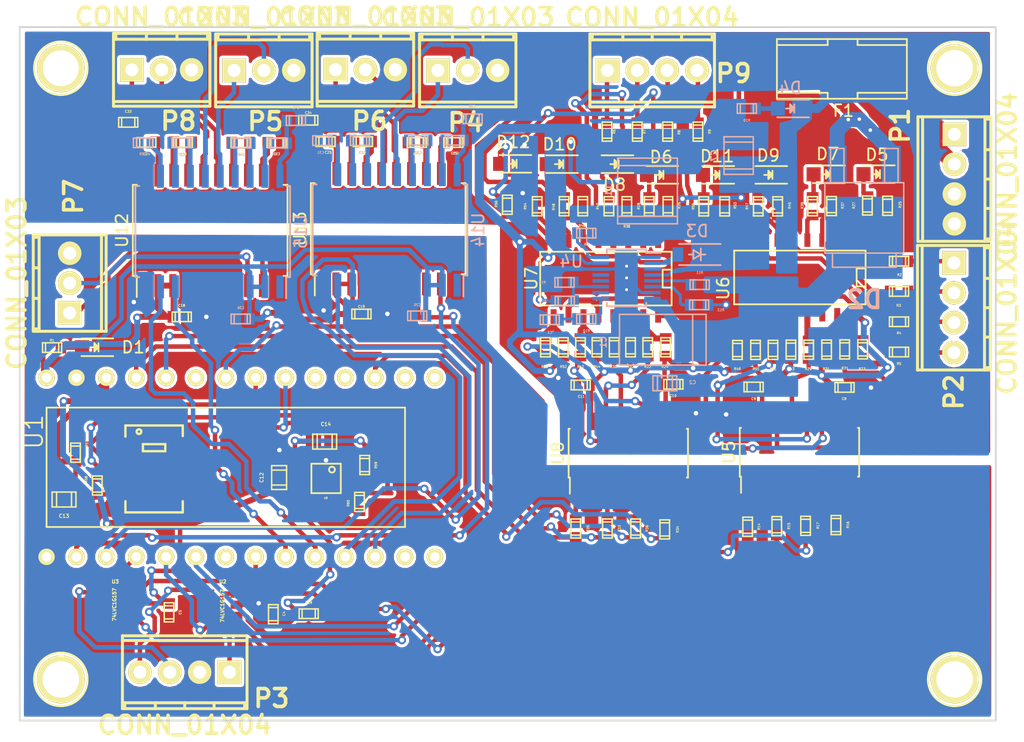
<source format=kicad_pcb>
(kicad_pcb (version 4) (host pcbnew 4.0.1-stable)
  (layers (0 F.Cu signal) (31 B.Cu signal) (34 B.Paste user) (35 F.Paste user) (36 B.SilkS user) (37 F.SilkS user) (38 B.Mask user) (39 F.Mask user) (44 Edge.Cuts user))
  (net 0 "")
  (net 1 "/Isolated Outputs/Vunreg")
  (net 2 "Net-(C3-Pad1)")
  (net 3 "/Isolated Outputs/+3.3V")
  (net 4 "/Isolated Comms/GND")
  (net 5 "Net-(C6-Pad1)")
  (net 6 "Net-(C6-Pad2)")
  (net 7 "/Isolated Outputs/+5Viso")
  (net 8 "/Isolated Comms/+5V")
  (net 9 "Net-(C21-Pad1)")
  (net 10 "Net-(C21-Pad2)")
  (net 11 "Net-(C22-Pad1)")
  (net 12 "Net-(C22-Pad2)")
  (net 13 "Net-(C23-Pad1)")
  (net 14 "Net-(C23-Pad2)")
  (net 15 "Net-(C24-Pad1)")
  (net 16 "Net-(C24-Pad2)")
  (net 17 "Net-(C25-Pad1)")
  (net 18 "Net-(C25-Pad2)")
  (net 19 "Net-(C26-Pad1)")
  (net 20 "Net-(C26-Pad2)")
  (net 21 "Net-(C27-Pad1)")
  (net 22 "/Isolated Comms/GNDiso")
  (net 23 "Net-(C28-Pad1)")
  (net 24 "Net-(C28-Pad2)")
  (net 25 "Net-(C29-Pad1)")
  (net 26 "Net-(C30-Pad1)")
  (net 27 "Net-(C30-Pad2)")
  (net 28 "Net-(C31-Pad1)")
  (net 29 "Net-(C32-Pad1)")
  (net 30 "Net-(C32-Pad2)")
  (net 31 "Net-(C37-Pad1)")
  (net 32 "Net-(C37-Pad2)")
  (net 33 "Net-(C38-Pad1)")
  (net 34 "Net-(C38-Pad2)")
  (net 35 "Net-(C39-Pad1)")
  (net 36 "Net-(C40-Pad1)")
  (net 37 "Net-(C40-Pad2)")
  (net 38 "Net-(D1-Pad2)")
  (net 39 "Net-(D2-Pad1)")
  (net 40 "Net-(D3-Pad2)")
  (net 41 "Net-(D4-Pad2)")
  (net 42 "Net-(D5-Pad2)")
  (net 43 "Net-(D6-Pad2)")
  (net 44 "Net-(D7-Pad2)")
  (net 45 "Net-(D8-Pad2)")
  (net 46 "Net-(D9-Pad2)")
  (net 47 "Net-(D10-Pad2)")
  (net 48 "Net-(D11-Pad2)")
  (net 49 "Net-(D12-Pad2)")
  (net 50 "/Isolated Outputs/UnregIn")
  (net 51 "Net-(P2-Pad4)")
  (net 52 "Net-(P2-Pad1)")
  (net 53 "Net-(P2-Pad2)")
  (net 54 "Net-(P2-Pad3)")
  (net 55 "/Isolated Outputs/CAM_TRIG_2")
  (net 56 "/Isolated Outputs/CAM_ISO_TRIG")
  (net 57 "/Isolated Outputs/CAM_TRIG_1")
  (net 58 "/Isolated Comms/TXout3")
  (net 59 "/Isolated Comms/TXout4")
  (net 60 "/Isolated Comms/TXout2")
  (net 61 "/Isolated Comms/ODROID_TX")
  (net 62 "/Isolated Comms/ODROID_RX")
  (net 63 "/Isolated Comms/TXout1")
  (net 64 "/Isolated Outputs/Out1")
  (net 65 "/Isolated Outputs/Out2")
  (net 66 "/Isolated Outputs/Out3")
  (net 67 "/Isolated Outputs/Out4")
  (net 68 "/Isolated Outputs/Out5")
  (net 69 "/Isolated Outputs/Out6")
  (net 70 "/Isolated Outputs/Out7")
  (net 71 "Net-(R10-Pad2)")
  (net 72 "Net-(R11-Pad1)")
  (net 73 "Net-(R12-Pad1)")
  (net 74 "Net-(R13-Pad1)")
  (net 75 "/Isolated Outputs/T1")
  (net 76 "Net-(R14-Pad2)")
  (net 77 "/Isolated Outputs/T2")
  (net 78 "Net-(R15-Pad2)")
  (net 79 "/Isolated Outputs/MCU_TRIG_4")
  (net 80 "Net-(R16-Pad2)")
  (net 81 "/Isolated Outputs/MCU_TRIG_3")
  (net 82 "Net-(R17-Pad2)")
  (net 83 "/Isolated Outputs/Vo11")
  (net 84 "Net-(R21-Pad2)")
  (net 85 "/Isolated Outputs/Vo12")
  (net 86 "Net-(R22-Pad2)")
  (net 87 "/Isolated Outputs/Vo21")
  (net 88 "Net-(R29-Pad2)")
  (net 89 "/Isolated Outputs/Vo22")
  (net 90 "Net-(R30-Pad2)")
  (net 91 "/Isolated Outputs/MCU_TRIG_6")
  (net 92 "Net-(R33-Pad2)")
  (net 93 "/Isolated Outputs/MCU_TRIG_8")
  (net 94 "Net-(R34-Pad2)")
  (net 95 "/Isolated Outputs/MCU_TRIG_5")
  (net 96 "Net-(R35-Pad2)")
  (net 97 "/Isolated Outputs/MCU_TRIG_7")
  (net 98 "Net-(R36-Pad2)")
  (net 99 "/Isolated Outputs/Vo31")
  (net 100 "Net-(R41-Pad2)")
  (net 101 "/Isolated Outputs/Vo32")
  (net 102 "Net-(R42-Pad2)")
  (net 103 "/Isolated Outputs/Vo41")
  (net 104 "Net-(R49-Pad2)")
  (net 105 "/Isolated Outputs/Vo42")
  (net 106 "Net-(R50-Pad2)")
  (net 107 /Sensors/SDA0)
  (net 108 /Sensors/SCL0)
  (net 109 "/Isolated Comms/TX0")
  (net 110 "/Isolated Outputs/MCU_TRIG_2")
  (net 111 "Net-(U1-Pad5)")
  (net 112 "/Isolated Comms/RX1")
  (net 113 "/Isolated Comms/TX1")
  (net 114 "Net-(U1-Pad11)")
  (net 115 "Net-(U1-Pad12)")
  (net 116 "Net-(U1-Pad13)")
  (net 117 "Net-(U1-Pad14)")
  (net 118 "Net-(U1-Pad16)")
  (net 119 "Net-(U1-Pad17)")
  (net 120 "Net-(U1-Pad21)")
  (net 121 "/Isolated Outputs/MCU_TRIG_1")
  (net 122 "Net-(U4-Pad3)")
  (net 123 "Net-(U4-Pad12)")
  (net 124 "Net-(U4-Pad13)")
  (net 125 "Net-(U4-Pad10)")
  (net 126 "Net-(U12-Pad1)")
  (net 127 "/Isolated Comms/RXin1")
  (net 128 "Net-(U13-Pad1)")
  (net 129 "/Isolated Comms/RX0")
  (net 130 "/Isolated Comms/RXin2")
  (net 131 "Net-(U14-Pad1)")
  (net 132 "/Isolated Comms/RXin3")
  (net 133 "Net-(U15-Pad1)")
  (net 134 "/Isolated Comms/RXin4")
  (net 135 "/Isolated Outputs/Out8")
  (net 136 "Net-(P9-Pad4)")
  (net 137 "Net-(P9-Pad1)")
  (net 138 "Net-(P9-Pad2)")
  (net 139 "Net-(P9-Pad3)")
  (net 140 "/Isolated Comms/RX2")
  (net 141 "/Isolated Comms/TX2")
  (module Housings_SOIC:SOIC-20_7.5x12.8mm_Pitch1.27mm (layer F.Cu) (at 31.33598 17.15262 90)
    (fp_text reference U13 (at 0 -7.5 90) (layer F.SilkS))
    (fp_text value ADM3251E)
    (pad 1 smd rect (at -4.7 -5.715 90) (size 1.95 0.6) (layers F.Cu F.Paste F.Mask) (net 128 "Net-(U13-Pad1)"))
    (pad 2 smd rect (at -4.7 -4.445 90) (size 1.95 0.6) (layers F.Cu F.Paste F.Mask) (net 8 "/Isolated Comms/+5V"))
    (pad 3 smd rect (at -4.7 -3.175 90) (size 1.95 0.6) (layers F.Cu F.Paste F.Mask) (net 8 "/Isolated Comms/+5V"))
    (pad 4 smd rect (at -4.7 -1.905 90) (size 1.95 0.6) (layers F.Cu F.Paste F.Mask) (net 4 "/Isolated Comms/GND"))
    (pad 5 smd rect (at -4.7 -0.635 90) (size 1.95 0.6) (layers F.Cu F.Paste F.Mask) (net 4 "/Isolated Comms/GND"))
    (pad 6 smd rect (at -4.7 0.635 90) (size 1.95 0.6) (layers F.Cu F.Paste F.Mask) (net 4 "/Isolated Comms/GND"))
    (pad 7 smd rect (at -4.7 1.905 90) (size 1.95 0.6) (layers F.Cu F.Paste F.Mask) (net 4 "/Isolated Comms/GND"))
    (pad 8 smd rect (at -4.7 3.175 90) (size 1.95 0.6) (layers F.Cu F.Paste F.Mask) (net 129 "/Isolated Comms/RX0"))
    (pad 9 smd rect (at -4.7 4.445 90) (size 1.95 0.6) (layers F.Cu F.Paste F.Mask) (net 109 "/Isolated Comms/TX0"))
    (pad 10 smd rect (at -4.7 5.715 90) (size 1.95 0.6) (layers F.Cu F.Paste F.Mask) (net 4 "/Isolated Comms/GND"))
    (pad 11 smd rect (at 4.7 5.715 90) (size 1.95 0.6) (layers F.Cu F.Paste F.Mask) (net 22 "/Isolated Comms/GNDiso"))
    (pad 12 smd rect (at 4.7 4.445 90) (size 1.95 0.6) (layers F.Cu F.Paste F.Mask) (net 25 "Net-(C29-Pad1)"))
    (pad 13 smd rect (at 4.7 3.175 90) (size 1.95 0.6) (layers F.Cu F.Paste F.Mask) (net 12 "Net-(C22-Pad2)"))
    (pad 14 smd rect (at 4.7 1.905 90) (size 1.95 0.6) (layers F.Cu F.Paste F.Mask) (net 11 "Net-(C22-Pad1)"))
    (pad 15 smd rect (at 4.7 0.635 90) (size 1.95 0.6) (layers F.Cu F.Paste F.Mask) (net 130 "/Isolated Comms/RXin2"))
    (pad 16 smd rect (at 4.7 -0.635 90) (size 1.95 0.6) (layers F.Cu F.Paste F.Mask) (net 60 "/Isolated Comms/TXout2"))
    (pad 17 smd rect (at 4.7 -1.905 90) (size 1.95 0.6) (layers F.Cu F.Paste F.Mask) (net 27 "Net-(C30-Pad2)"))
    (pad 18 smd rect (at 4.7 -3.175 90) (size 1.95 0.6) (layers F.Cu F.Paste F.Mask) (net 26 "Net-(C30-Pad1)"))
    (pad 19 smd rect (at 4.7 -4.445 90) (size 1.95 0.6) (layers F.Cu F.Paste F.Mask) (net 18 "Net-(C25-Pad2)"))
    (pad 20 smd rect (at 4.7 -5.715 90) (size 1.95 0.6) (layers F.Cu F.Paste F.Mask) (net 17 "Net-(C25-Pad1)"))
  )
  (module w_smd_cap:c_tant_X (layer B.Cu) (at 54.683882 26.599762)
    (fp_text reference C1 (at -5.04444 0.2032 270) (layer B.SilkS) (effects (font (size 0.50038 0.50038) (thickness 0.11938)) (justify mirror)))
    (fp_text value "22 uF" hide)
    (pad 1 smd rect (at 2.99974 0) (size 2.55016 2.70002) (layers B.Cu B.Paste B.Mask) (net 1 "/Isolated Outputs/Vunreg"))
    (pad 2 smd rect (at -2.99974 0) (size 2.55016 3.79984) (layers B.Cu B.Paste B.Mask) (net 22 "/Isolated Comms/GNDiso"))
  )
  (module w_smd_cap:c_0805 (layer B.Cu) (at 54.864 30.3022)
    (fp_text reference C2 (at 2.3495 -0.0762) (layer B.SilkS) (effects (font (size 0.29972 0.29972) (thickness 0.06096)) (justify mirror)))
    (fp_text value "2.2 uF" hide)
    (pad 1 smd rect (at 0.9525 0) (size 1.30048 1.4986) (layers B.Cu B.Paste B.Mask) (net 1 "/Isolated Outputs/Vunreg"))
    (pad 2 smd rect (at -0.9525 0) (size 1.30048 1.4986) (layers B.Cu B.Paste B.Mask) (net 22 "/Isolated Comms/GNDiso"))
  )
  (module w_smd_cap:c_0603 (layer B.Cu) (at 45.067442 24.897962)
    (fp_text reference C3 (at 0.017558 1.073538) (layer B.SilkS) (effects (font (size 0.20066 0.20066) (thickness 0.04064)) (justify mirror)))
    (fp_text value "470 pF" hide)
    (pad 1 smd rect (at 0.75184 0) (size 0.89916 1.00076) (layers B.Cu B.Paste B.Mask) (net 2 "Net-(C3-Pad1)"))
    (pad 2 smd rect (at -0.75184 0) (size 0.89916 1.00076) (layers B.Cu B.Paste B.Mask) (net 22 "/Isolated Comms/GNDiso"))
  )
  (module w_smd_cap:c_0603 (layer F.Cu) (at 21.5646 49.95164 270)
    (fp_text reference C4 (at -0.04064 -0.9144 270) (layer F.SilkS) (effects (font (size 0.20066 0.20066) (thickness 0.04064))))
    (fp_text value "0.1 uF 25V" hide)
    (pad 1 smd rect (at 0.75184 0 270) (size 0.89916 1.00076) (layers F.Cu F.Paste F.Mask) (net 3 "/Isolated Outputs/+3.3V"))
    (pad 2 smd rect (at -0.75184 0 270) (size 0.89916 1.00076) (layers F.Cu F.Paste F.Mask) (net 4 "/Isolated Comms/GND"))
  )
  (module w_smd_cap:c_0603 (layer F.Cu) (at 12.7 49.79416 90)
    (fp_text reference C5 (at 0 0.9525 90) (layer F.SilkS) (effects (font (size 0.20066 0.20066) (thickness 0.04064))))
    (fp_text value "0.1 uF 25V" hide)
    (pad 1 smd rect (at 0.75184 0 90) (size 0.89916 1.00076) (layers F.Cu F.Paste F.Mask) (net 3 "/Isolated Outputs/+3.3V"))
    (pad 2 smd rect (at -0.75184 0 90) (size 0.89916 1.00076) (layers F.Cu F.Paste F.Mask) (net 4 "/Isolated Comms/GND"))
  )
  (module w_smd_cap:c_0603 (layer B.Cu) (at 48.178942 17.531962)
    (fp_text reference C6 (at 0 0.946538) (layer B.SilkS) (effects (font (size 0.20066 0.20066) (thickness 0.04064)) (justify mirror)))
    (fp_text value "0.22 uF" hide)
    (pad 1 smd rect (at 0.75184 0) (size 0.89916 1.00076) (layers B.Cu B.Paste B.Mask) (net 5 "Net-(C6-Pad1)"))
    (pad 2 smd rect (at -0.75184 0) (size 0.89916 1.00076) (layers B.Cu B.Paste B.Mask) (net 6 "Net-(C6-Pad2)"))
  )
  (module w_smd_cap:c_1210 (layer B.Cu) (at 61.132942 10.927962 90)
    (fp_text reference C7 (at 0.005962 -2.077942 90) (layer B.SilkS) (effects (font (size 0.50038 0.50038) (thickness 0.11938)) (justify mirror)))
    (fp_text value "10 uF" hide)
    (pad 1 smd rect (at 1.397 0 90) (size 1.6002 2.6924) (layers B.Cu B.Paste B.Mask) (net 7 "/Isolated Outputs/+5Viso"))
    (pad 2 smd rect (at -1.397 0 90) (size 1.6002 2.6924) (layers B.Cu B.Paste B.Mask) (net 22 "/Isolated Comms/GNDiso"))
  )
  (module w_smd_cap:c_0603 (layer F.Cu) (at 70.13956 30.6578 180)
    (fp_text reference C8 (at 0.03556 -0.9652 180) (layer F.SilkS) (effects (font (size 0.20066 0.20066) (thickness 0.04064))))
    (fp_text value "0.1 uF 25V" hide)
    (pad 1 smd rect (at 0.75184 0 180) (size 0.89916 1.00076) (layers F.Cu F.Paste F.Mask) (net 7 "/Isolated Outputs/+5Viso"))
    (pad 2 smd rect (at -0.75184 0 180) (size 0.89916 1.00076) (layers F.Cu F.Paste F.Mask) (net 22 "/Isolated Comms/GNDiso"))
  )
  (module w_smd_cap:c_0603 (layer F.Cu) (at 62.40526 30.6197 180)
    (fp_text reference C9 (at 0 -1.0033 180) (layer F.SilkS) (effects (font (size 0.20066 0.20066) (thickness 0.04064))))
    (fp_text value "0.1 uF 25V" hide)
    (pad 1 smd rect (at 0.75184 0 180) (size 0.89916 1.00076) (layers F.Cu F.Paste F.Mask) (net 22 "/Isolated Comms/GNDiso"))
    (pad 2 smd rect (at -0.75184 0 180) (size 0.89916 1.00076) (layers F.Cu F.Paste F.Mask) (net 7 "/Isolated Outputs/+5Viso"))
  )
  (module w_smd_cap:c_0603 (layer F.Cu) (at 55.58536 30.3911 180)
    (fp_text reference C10 (at 0.02286 -0.9779 180) (layer F.SilkS) (effects (font (size 0.20066 0.20066) (thickness 0.04064))))
    (fp_text value "0.1 uF 25V" hide)
    (pad 1 smd rect (at 0.75184 0 180) (size 0.89916 1.00076) (layers F.Cu F.Paste F.Mask) (net 7 "/Isolated Outputs/+5Viso"))
    (pad 2 smd rect (at -0.75184 0 180) (size 0.89916 1.00076) (layers F.Cu F.Paste F.Mask) (net 22 "/Isolated Comms/GNDiso"))
  )
  (module w_smd_cap:c_0603 (layer F.Cu) (at 47.7012 30.4546 180)
    (fp_text reference C11 (at -0.0508 -0.9779 180) (layer F.SilkS) (effects (font (size 0.20066 0.20066) (thickness 0.04064))))
    (fp_text value "0.1 uF 25V" hide)
    (pad 1 smd rect (at 0.75184 0 180) (size 0.89916 1.00076) (layers F.Cu F.Paste F.Mask) (net 22 "/Isolated Comms/GNDiso"))
    (pad 2 smd rect (at -0.75184 0 180) (size 0.89916 1.00076) (layers F.Cu F.Paste F.Mask) (net 7 "/Isolated Outputs/+5Viso"))
  )
  (module w_smd_cap:c_0805 (layer F.Cu) (at 22.0599 38.3286 90)
    (fp_text reference C12 (at 0 -1.4859 90) (layer F.SilkS) (effects (font (size 0.29972 0.29972) (thickness 0.06096))))
    (fp_text value "100nF 50V X7R" hide)
    (pad 1 smd rect (at 0.9525 0 90) (size 1.30048 1.4986) (layers F.Cu F.Paste F.Mask) (net 4 "/Isolated Comms/GND"))
    (pad 2 smd rect (at -0.9525 0 90) (size 1.30048 1.4986) (layers F.Cu F.Paste F.Mask) (net 3 "/Isolated Outputs/+3.3V"))
  )
  (module w_smd_cap:c_0805 (layer F.Cu) (at 3.7719 40.1955 180)
    (fp_text reference C13 (at 0 -1.397 180) (layer F.SilkS) (effects (font (size 0.29972 0.29972) (thickness 0.06096))))
    (fp_text value "100nF 50V X7R" hide)
    (pad 1 smd rect (at 0.9525 0 180) (size 1.30048 1.4986) (layers F.Cu F.Paste F.Mask) (net 4 "/Isolated Comms/GND"))
    (pad 2 smd rect (at -0.9525 0 180) (size 1.30048 1.4986) (layers F.Cu F.Paste F.Mask) (net 3 "/Isolated Outputs/+3.3V"))
  )
  (module w_smd_cap:c_0805 (layer F.Cu) (at 25.9334 35.2679)
    (fp_text reference C14 (at 0.1016 -1.4859) (layer F.SilkS) (effects (font (size 0.29972 0.29972) (thickness 0.06096))))
    (fp_text value "100nF 50V X7R" hide)
    (pad 1 smd rect (at 0.9525 0) (size 1.30048 1.4986) (layers F.Cu F.Paste F.Mask) (net 4 "/Isolated Comms/GND"))
    (pad 2 smd rect (at -0.9525 0) (size 1.30048 1.4986) (layers F.Cu F.Paste F.Mask) (net 3 "/Isolated Outputs/+3.3V"))
  )
  (module w_smd_cap:c_0603 (layer F.Cu) (at 13.7795 24.6507)
    (fp_text reference C18 (at 0 -0.9652) (layer F.SilkS) (effects (font (size 0.20066 0.20066) (thickness 0.04064))))
    (fp_text value "0.1 uF 25V" hide)
    (pad 1 smd rect (at 0.75184 0) (size 0.89916 1.00076) (layers F.Cu F.Paste F.Mask) (net 4 "/Isolated Comms/GND"))
    (pad 2 smd rect (at -0.75184 0) (size 0.89916 1.00076) (layers F.Cu F.Paste F.Mask) (net 8 "/Isolated Comms/+5V"))
  )
  (module w_smd_cap:c_0603 (layer F.Cu) (at 29.06014 24.4094)
    (fp_text reference C19 (at 0 -0.635) (layer F.SilkS) (effects (font (size 0.20066 0.20066) (thickness 0.04064))))
    (fp_text value "0.1 uF 25V" hide)
    (pad 1 smd rect (at 0.75184 0) (size 0.89916 1.00076) (layers F.Cu F.Paste F.Mask) (net 4 "/Isolated Comms/GND"))
    (pad 2 smd rect (at -0.75184 0) (size 0.89916 1.00076) (layers F.Cu F.Paste F.Mask) (net 8 "/Isolated Comms/+5V"))
  )
  (module w_smd_cap:c_0603 (layer B.Cu) (at 33.804154 24.564792 180)
    (fp_text reference C20 (at 0 0.942792 180) (layer B.SilkS) (effects (font (size 0.20066 0.20066) (thickness 0.04064)) (justify mirror)))
    (fp_text value "0.1 uF 25V" hide)
    (pad 1 smd rect (at 0.75184 0 180) (size 0.89916 1.00076) (layers B.Cu B.Paste B.Mask) (net 4 "/Isolated Comms/GND"))
    (pad 2 smd rect (at -0.75184 0 180) (size 0.89916 1.00076) (layers B.Cu B.Paste B.Mask) (net 8 "/Isolated Comms/+5V"))
  )
  (module w_smd_cap:c_0603 (layer F.Cu) (at 18.78584 9.8298 180)
    (fp_text reference C21 (at 0 -0.9652 180) (layer F.SilkS) (effects (font (size 0.20066 0.20066) (thickness 0.04064))))
    (fp_text value "0.1 uF 25V" hide)
    (pad 1 smd rect (at 0.75184 0 180) (size 0.89916 1.00076) (layers F.Cu F.Paste F.Mask) (net 9 "Net-(C21-Pad1)"))
    (pad 2 smd rect (at -0.75184 0 180) (size 0.89916 1.00076) (layers F.Cu F.Paste F.Mask) (net 10 "Net-(C21-Pad2)"))
  )
  (module w_smd_cap:c_0603 (layer F.Cu) (at 33.76676 9.8171 180)
    (fp_text reference C22 (at 0 -0.9779 180) (layer F.SilkS) (effects (font (size 0.20066 0.20066) (thickness 0.04064))))
    (fp_text value "0.1 uF 25V" hide)
    (pad 1 smd rect (at 0.75184 0 180) (size 0.89916 1.00076) (layers F.Cu F.Paste F.Mask) (net 11 "Net-(C22-Pad1)"))
    (pad 2 smd rect (at -0.75184 0 180) (size 0.89916 1.00076) (layers F.Cu F.Paste F.Mask) (net 12 "Net-(C22-Pad2)"))
  )
  (module w_smd_cap:c_0603 (layer B.Cu) (at 28.945134 9.654992)
    (fp_text reference C23 (at 0.201366 1.013008) (layer B.SilkS) (effects (font (size 0.20066 0.20066) (thickness 0.04064)) (justify mirror)))
    (fp_text value "0.1 uF 25V" hide)
    (pad 1 smd rect (at 0.75184 0) (size 0.89916 1.00076) (layers B.Cu B.Paste B.Mask) (net 13 "Net-(C23-Pad1)"))
    (pad 2 smd rect (at -0.75184 0) (size 0.89916 1.00076) (layers B.Cu B.Paste B.Mask) (net 14 "Net-(C23-Pad2)"))
  )
  (module w_smd_cap:c_0603 (layer F.Cu) (at 10.76706 9.8044 180)
    (fp_text reference C24 (at -0.02794 -0.9906 180) (layer F.SilkS) (effects (font (size 0.20066 0.20066) (thickness 0.04064))))
    (fp_text value "0.1 uF 25V" hide)
    (pad 1 smd rect (at 0.75184 0 180) (size 0.89916 1.00076) (layers F.Cu F.Paste F.Mask) (net 15 "Net-(C24-Pad1)"))
    (pad 2 smd rect (at -0.75184 0 180) (size 0.89916 1.00076) (layers F.Cu F.Paste F.Mask) (net 16 "Net-(C24-Pad2)"))
  )
  (module w_smd_cap:c_0603 (layer F.Cu) (at 26.00706 9.7409 180)
    (fp_text reference C25 (at -0.21844 -0.9271 180) (layer F.SilkS) (effects (font (size 0.20066 0.20066) (thickness 0.04064))))
    (fp_text value "0.1 uF 25V" hide)
    (pad 1 smd rect (at 0.75184 0 180) (size 0.89916 1.00076) (layers F.Cu F.Paste F.Mask) (net 17 "Net-(C25-Pad1)"))
    (pad 2 smd rect (at -0.75184 0 180) (size 0.89916 1.00076) (layers F.Cu F.Paste F.Mask) (net 18 "Net-(C25-Pad2)"))
  )
  (module w_smd_cap:c_0603 (layer B.Cu) (at 36.984234 9.629592)
    (fp_text reference C26 (at 0.099766 1.101908) (layer B.SilkS) (effects (font (size 0.20066 0.20066) (thickness 0.04064)) (justify mirror)))
    (fp_text value "0.1 uF 25V" hide)
    (pad 1 smd rect (at 0.75184 0) (size 0.89916 1.00076) (layers B.Cu B.Paste B.Mask) (net 19 "Net-(C26-Pad1)"))
    (pad 2 smd rect (at -0.75184 0) (size 0.89916 1.00076) (layers B.Cu B.Paste B.Mask) (net 20 "Net-(C26-Pad2)"))
  )
  (module w_smd_cap:c_0603 (layer F.Cu) (at 21.84654 9.8425 180)
    (fp_text reference C27 (at 0 -0.9525 180) (layer F.SilkS) (effects (font (size 0.20066 0.20066) (thickness 0.04064))))
    (fp_text value "0.1 uF 25V" hide)
    (pad 1 smd rect (at 0.75184 0 180) (size 0.89916 1.00076) (layers F.Cu F.Paste F.Mask) (net 21 "Net-(C27-Pad1)"))
    (pad 2 smd rect (at -0.75184 0 180) (size 0.89916 1.00076) (layers F.Cu F.Paste F.Mask) (net 22 "/Isolated Comms/GNDiso"))
  )
  (module w_smd_cap:c_0603 (layer F.Cu) (at 13.87094 9.8044 180)
    (fp_text reference C28 (at -0.03556 -0.9906 180) (layer F.SilkS) (effects (font (size 0.20066 0.20066) (thickness 0.04064))))
    (fp_text value "0.1 uF 25V" hide)
    (pad 1 smd rect (at 0.75184 0 180) (size 0.89916 1.00076) (layers F.Cu F.Paste F.Mask) (net 23 "Net-(C28-Pad1)"))
    (pad 2 smd rect (at -0.75184 0 180) (size 0.89916 1.00076) (layers F.Cu F.Paste F.Mask) (net 24 "Net-(C28-Pad2)"))
  )
  (module w_smd_cap:c_0603 (layer F.Cu) (at 36.87826 9.8171 180)
    (fp_text reference C29 (at -0.07874 -0.9144 180) (layer F.SilkS) (effects (font (size 0.20066 0.20066) (thickness 0.04064))))
    (fp_text value "0.1 uF 25V" hide)
    (pad 1 smd rect (at 0.75184 0 180) (size 0.89916 1.00076) (layers F.Cu F.Paste F.Mask) (net 25 "Net-(C29-Pad1)"))
    (pad 2 smd rect (at -0.75184 0 180) (size 0.89916 1.00076) (layers F.Cu F.Paste F.Mask) (net 22 "/Isolated Comms/GNDiso"))
  )
  (module w_smd_cap:c_0603 (layer F.Cu) (at 29.17444 9.7409 180)
    (fp_text reference C30 (at 0.02794 -0.9271 180) (layer F.SilkS) (effects (font (size 0.20066 0.20066) (thickness 0.04064))))
    (fp_text value "0.1 uF 25V" hide)
    (pad 1 smd rect (at 0.75184 0 180) (size 0.89916 1.00076) (layers F.Cu F.Paste F.Mask) (net 26 "Net-(C30-Pad1)"))
    (pad 2 smd rect (at -0.75184 0 180) (size 0.89916 1.00076) (layers F.Cu F.Paste F.Mask) (net 27 "Net-(C30-Pad2)"))
  )
  (module w_smd_cap:c_0603 (layer B.Cu) (at 25.732034 9.654992)
    (fp_text reference C31 (at -0.141534 1.013008) (layer B.SilkS) (effects (font (size 0.20066 0.20066) (thickness 0.04064)) (justify mirror)))
    (fp_text value "0.1 uF 25V" hide)
    (pad 1 smd rect (at 0.75184 0) (size 0.89916 1.00076) (layers B.Cu B.Paste B.Mask) (net 28 "Net-(C31-Pad1)"))
    (pad 2 smd rect (at -0.75184 0) (size 0.89916 1.00076) (layers B.Cu B.Paste B.Mask) (net 22 "/Isolated Comms/GNDiso"))
  )
  (module w_smd_cap:c_0603 (layer B.Cu) (at 33.893054 9.629592)
    (fp_text reference C32 (at 0 1.038408) (layer B.SilkS) (effects (font (size 0.20066 0.20066) (thickness 0.04064)) (justify mirror)))
    (fp_text value "0.1 uF 25V" hide)
    (pad 1 smd rect (at 0.75184 0) (size 0.89916 1.00076) (layers B.Cu B.Paste B.Mask) (net 29 "Net-(C32-Pad1)"))
    (pad 2 smd rect (at -0.75184 0) (size 0.89916 1.00076) (layers B.Cu B.Paste B.Mask) (net 30 "Net-(C32-Pad2)"))
  )
  (module w_smd_cap:c_0603 (layer F.Cu) (at 9.23036 8.1026)
    (fp_text reference C33 (at 0 -0.9271) (layer F.SilkS) (effects (font (size 0.20066 0.20066) (thickness 0.04064))))
    (fp_text value "0.1 uF 25V" hide)
    (pad 1 smd rect (at 0.75184 0) (size 0.89916 1.00076) (layers F.Cu F.Paste F.Mask) (net 15 "Net-(C24-Pad1)"))
    (pad 2 smd rect (at -0.75184 0) (size 0.89916 1.00076) (layers F.Cu F.Paste F.Mask) (net 22 "/Isolated Comms/GNDiso"))
  )
  (module w_smd_cap:c_0603 (layer F.Cu) (at 24.53894 7.9248)
    (fp_text reference C34 (at 0 -0.635) (layer F.SilkS) (effects (font (size 0.20066 0.20066) (thickness 0.04064))))
    (fp_text value "0.1 uF 25V" hide)
    (pad 1 smd rect (at 0.75184 0) (size 0.89916 1.00076) (layers F.Cu F.Paste F.Mask) (net 17 "Net-(C25-Pad1)"))
    (pad 2 smd rect (at -0.75184 0) (size 0.89916 1.00076) (layers F.Cu F.Paste F.Mask) (net 22 "/Isolated Comms/GNDiso"))
  )
  (module w_smd_cap:c_0603 (layer B.Cu) (at 38.508234 7.800792 180)
    (fp_text reference C35 (at 0.027234 1.069792 180) (layer B.SilkS) (effects (font (size 0.20066 0.20066) (thickness 0.04064)) (justify mirror)))
    (fp_text value "0.1 uF 25V" hide)
    (pad 1 smd rect (at 0.75184 0 180) (size 0.89916 1.00076) (layers B.Cu B.Paste B.Mask) (net 19 "Net-(C26-Pad1)"))
    (pad 2 smd rect (at -0.75184 0 180) (size 0.89916 1.00076) (layers B.Cu B.Paste B.Mask) (net 22 "/Isolated Comms/GNDiso"))
  )
  (module w_smd_cap:c_0603 (layer B.Cu) (at 18.792754 24.831492 180)
    (fp_text reference C36 (at -0.003246 0.955492 180) (layer B.SilkS) (effects (font (size 0.20066 0.20066) (thickness 0.04064)) (justify mirror)))
    (fp_text value "0.1 uF 25V" hide)
    (pad 1 smd rect (at 0.75184 0 180) (size 0.89916 1.00076) (layers B.Cu B.Paste B.Mask) (net 4 "/Isolated Comms/GND"))
    (pad 2 smd rect (at -0.75184 0 180) (size 0.89916 1.00076) (layers B.Cu B.Paste B.Mask) (net 8 "/Isolated Comms/+5V"))
  )
  (module w_smd_cap:c_0603 (layer B.Cu) (at 13.763554 9.845492)
    (fp_text reference C37 (at 0 1.013008) (layer B.SilkS) (effects (font (size 0.20066 0.20066) (thickness 0.04064)) (justify mirror)))
    (fp_text value "0.1 uF 25V" hide)
    (pad 1 smd rect (at 0.75184 0) (size 0.89916 1.00076) (layers B.Cu B.Paste B.Mask) (net 31 "Net-(C37-Pad1)"))
    (pad 2 smd rect (at -0.75184 0) (size 0.89916 1.00076) (layers B.Cu B.Paste B.Mask) (net 32 "Net-(C37-Pad2)"))
  )
  (module w_smd_cap:c_0603 (layer B.Cu) (at 21.955054 9.870892)
    (fp_text reference C38 (at -0.111054 0.924108) (layer B.SilkS) (effects (font (size 0.20066 0.20066) (thickness 0.04064)) (justify mirror)))
    (fp_text value "0.1 uF 25V" hide)
    (pad 1 smd rect (at 0.75184 0) (size 0.89916 1.00076) (layers B.Cu B.Paste B.Mask) (net 33 "Net-(C38-Pad1)"))
    (pad 2 smd rect (at -0.75184 0) (size 0.89916 1.00076) (layers B.Cu B.Paste B.Mask) (net 34 "Net-(C38-Pad2)"))
  )
  (module w_smd_cap:c_0603 (layer B.Cu) (at 10.486954 9.845492)
    (fp_text reference C39 (at -0.009454 0.949508) (layer B.SilkS) (effects (font (size 0.20066 0.20066) (thickness 0.04064)) (justify mirror)))
    (fp_text value "0.1 uF 25V" hide)
    (pad 1 smd rect (at 0.75184 0) (size 0.89916 1.00076) (layers B.Cu B.Paste B.Mask) (net 35 "Net-(C39-Pad1)"))
    (pad 2 smd rect (at -0.75184 0) (size 0.89916 1.00076) (layers B.Cu B.Paste B.Mask) (net 22 "/Isolated Comms/GNDiso"))
  )
  (module w_smd_cap:c_0603 (layer B.Cu) (at 18.856254 9.870892)
    (fp_text reference C40 (at 0 0.987608) (layer B.SilkS) (effects (font (size 0.20066 0.20066) (thickness 0.04064)) (justify mirror)))
    (fp_text value "0.1 uF 25V" hide)
    (pad 1 smd rect (at 0.75184 0) (size 0.89916 1.00076) (layers B.Cu B.Paste B.Mask) (net 36 "Net-(C40-Pad1)"))
    (pad 2 smd rect (at -0.75184 0) (size 0.89916 1.00076) (layers B.Cu B.Paste B.Mask) (net 37 "Net-(C40-Pad2)"))
  )
  (module w_smd_cap:c_0603 (layer B.Cu) (at 23.484134 7.953192 180)
    (fp_text reference C41 (at -0.010866 1.095192 180) (layer B.SilkS) (effects (font (size 0.20066 0.20066) (thickness 0.04064)) (justify mirror)))
    (fp_text value "0.1 uF 25V" hide)
    (pad 1 smd rect (at 0.75184 0 180) (size 0.89916 1.00076) (layers B.Cu B.Paste B.Mask) (net 33 "Net-(C38-Pad1)"))
    (pad 2 smd rect (at -0.75184 0 180) (size 0.89916 1.00076) (layers B.Cu B.Paste B.Mask) (net 22 "/Isolated Comms/GNDiso"))
  )
  (module w_smd_trans:d-pak (layer B.Cu) (at 71.8185 14.8082)
    (fp_text reference D2 (at 0 8.3566) (layer B.SilkS) (effects (font (thickness 0.3048)) (justify mirror)))
    (fp_text value SCHDPAK hide)
    (pad 1 smd rect (at -2.30124 -3.1242) (size 1.6002 3.2004) (layers B.Cu B.Paste B.Mask) (net 39 "Net-(D2-Pad1)"))
    (pad 3 smd rect (at 2.30124 -3.1242) (size 1.6002 3.2004) (layers B.Cu B.Paste B.Mask) (net 39 "Net-(D2-Pad1)"))
    (pad 2 smd rect (at 0 3.1242) (size 6.49986 7.00024) (layers B.Cu B.Paste B.Mask) (net 1 "/Isolated Outputs/Vunreg"))
  )
  (module SMD_Packages:Fuse_SMD (layer F.Cu) (at 69.977 3.556 270)
    (fp_text reference F1 (at 3.556 -0.0635 360) (layer F.SilkS))
    (fp_text value FUSE)
    (pad 1 smd rect (at 0 -3.175 270) (size 3.556 4.191) (layers F.Cu F.Paste F.Mask) (net 50 "/Isolated Outputs/UnregIn"))
    (pad 2 smd rect (at 0 3.175 270) (size 3.556 4.191) (layers F.Cu F.Paste F.Mask) (net 39 "Net-(D2-Pad1)"))
  )
  (module w_smd_cap:c_2220 (layer B.Cu) (at 53.385942 13.940402 270)
    (fp_text reference L1 (at 0 3.302 270) (layer B.SilkS) (effects (font (size 0.50038 0.50038) (thickness 0.11938)) (justify mirror)))
    (fp_text value 10uH hide)
    (pad 1 smd rect (at 2.57556 0 270) (size 1.84912 5.4991) (layers B.Cu B.Paste B.Mask) (net 5 "Net-(C6-Pad1)"))
    (pad 2 smd rect (at -2.57556 0 270) (size 1.84912 5.4991) (layers B.Cu B.Paste B.Mask) (net 7 "/Isolated Outputs/+5Viso"))
  )
  (module w_conn_mpt:mpt_0,5%2f4-2,54 (layer F.Cu) (at 79.4766 12.9286 90)
    (fp_text reference P1 (at 4.5466 -4.6101 90) (layer F.SilkS) (effects (font (thickness 0.3048))))
    (fp_text value CONN_01X04 (at 0 4.50088 90) (layer F.SilkS) (effects (font (thickness 0.3048))))
    (pad 4 thru_hole oval (at -3.81 0 90) (size 1.99898 1.99898) (drill 1.09728) (layers *.Cu *.Mask F.SilkS) (net 22 "/Isolated Comms/GNDiso"))
    (pad 1 thru_hole rect (at 3.81 0 90) (size 1.99898 1.99898) (drill 1.09728) (layers *.Cu *.Mask F.SilkS) (net 50 "/Isolated Outputs/UnregIn"))
    (pad 2 thru_hole oval (at 1.27 0 90) (size 1.99898 1.99898) (drill 1.09728) (layers *.Cu *.Mask F.SilkS) (net 50 "/Isolated Outputs/UnregIn"))
    (pad 3 thru_hole oval (at -1.27 0 90) (size 1.99898 1.99898) (drill 1.09728) (layers *.Cu *.Mask F.SilkS) (net 22 "/Isolated Comms/GNDiso"))
  )
  (module w_conn_mpt:mpt_0,5%2f4-2,54 (layer F.Cu) (at 14.0335 54.8894)
    (fp_text reference P3 (at 7.3787 2.2225) (layer F.SilkS) (effects (font (thickness 0.3048))))
    (fp_text value CONN_01X04 (at 0 4.50088) (layer F.SilkS) (effects (font (thickness 0.3048))))
    (pad 4 thru_hole oval (at -3.81 0) (size 1.99898 1.99898) (drill 1.09728) (layers *.Cu *.Mask F.SilkS) (net 55 "/Isolated Outputs/CAM_TRIG_2"))
    (pad 1 thru_hole rect (at 3.81 0) (size 1.99898 1.99898) (drill 1.09728) (layers *.Cu *.Mask F.SilkS) (net 56 "/Isolated Outputs/CAM_ISO_TRIG"))
    (pad 2 thru_hole oval (at 1.27 0) (size 1.99898 1.99898) (drill 1.09728) (layers *.Cu *.Mask F.SilkS) (net 4 "/Isolated Comms/GND"))
    (pad 3 thru_hole oval (at -1.27 0) (size 1.99898 1.99898) (drill 1.09728) (layers *.Cu *.Mask F.SilkS) (net 57 "/Isolated Outputs/CAM_TRIG_1"))
  )
  (module w_conn_mpt:mpt_0,5%2f3-2,54 (layer F.Cu) (at 38.1 3.683 180)
    (fp_text reference P4 (at 0.1778 -4.4323 180) (layer F.SilkS) (effects (font (thickness 0.3048))))
    (fp_text value CONN_01X03 (at 0 4.50088 180) (layer F.SilkS) (effects (font (thickness 0.3048))))
    (pad 3 thru_hole oval (at -2.54 0 180) (size 1.99898 1.99898) (drill 1.09728) (layers *.Cu *.Mask F.SilkS) (net 22 "/Isolated Comms/GNDiso"))
    (pad 1 thru_hole rect (at 2.54 0 180) (size 1.99898 1.99898) (drill 1.09728) (layers *.Cu *.Mask F.SilkS) (net 58 "/Isolated Comms/TXout3"))
    (pad 2 thru_hole oval (at 0 0 180) (size 1.99898 1.99898) (drill 1.09728) (layers *.Cu *.Mask F.SilkS) (net 132 "/Isolated Comms/RXin3"))
  )
  (module w_conn_mpt:mpt_0,5%2f3-2,54 (layer F.Cu) (at 20.7645 3.683 180)
    (fp_text reference P5 (at -0.127 -4.3434 180) (layer F.SilkS) (effects (font (thickness 0.3048))))
    (fp_text value CONN_01X03 (at 0 4.50088 180) (layer F.SilkS) (effects (font (thickness 0.3048))))
    (pad 3 thru_hole oval (at -2.54 0 180) (size 1.99898 1.99898) (drill 1.09728) (layers *.Cu *.Mask F.SilkS) (net 22 "/Isolated Comms/GNDiso"))
    (pad 1 thru_hole rect (at 2.54 0 180) (size 1.99898 1.99898) (drill 1.09728) (layers *.Cu *.Mask F.SilkS) (net 59 "/Isolated Comms/TXout4"))
    (pad 2 thru_hole oval (at 0 0 180) (size 1.99898 1.99898) (drill 1.09728) (layers *.Cu *.Mask F.SilkS) (net 134 "/Isolated Comms/RXin4"))
  )
  (module w_conn_mpt:mpt_0,5%2f3-2,54 (layer F.Cu) (at 29.4005 3.6195 180)
    (fp_text reference P6 (at -0.3556 -4.3815 180) (layer F.SilkS) (effects (font (thickness 0.3048))))
    (fp_text value CONN_01X03 (at 0 4.50088 180) (layer F.SilkS) (effects (font (thickness 0.3048))))
    (pad 3 thru_hole oval (at -2.54 0 180) (size 1.99898 1.99898) (drill 1.09728) (layers *.Cu *.Mask F.SilkS) (net 22 "/Isolated Comms/GNDiso"))
    (pad 1 thru_hole rect (at 2.54 0 180) (size 1.99898 1.99898) (drill 1.09728) (layers *.Cu *.Mask F.SilkS) (net 60 "/Isolated Comms/TXout2"))
    (pad 2 thru_hole oval (at 0 0 180) (size 1.99898 1.99898) (drill 1.09728) (layers *.Cu *.Mask F.SilkS) (net 130 "/Isolated Comms/RXin2"))
  )
  (module w_conn_mpt:mpt_0,5%2f3-2,54 (layer F.Cu) (at 4.2545 21.7805 270)
    (fp_text reference P7 (at -7.366 -0.3175 270) (layer F.SilkS) (effects (font (thickness 0.3048))))
    (fp_text value CONN_01X03 (at 0 4.50088 270) (layer F.SilkS) (effects (font (thickness 0.3048))))
    (pad 3 thru_hole oval (at -2.54 0 270) (size 1.99898 1.99898) (drill 1.09728) (layers *.Cu *.Mask F.SilkS) (net 4 "/Isolated Comms/GND"))
    (pad 1 thru_hole rect (at 2.54 0 270) (size 1.99898 1.99898) (drill 1.09728) (layers *.Cu *.Mask F.SilkS) (net 61 "/Isolated Comms/ODROID_TX"))
    (pad 2 thru_hole oval (at 0 0 270) (size 1.99898 1.99898) (drill 1.09728) (layers *.Cu *.Mask F.SilkS) (net 62 "/Isolated Comms/ODROID_RX"))
  )
  (module w_conn_mpt:mpt_0,5%2f3-2,54 (layer F.Cu) (at 12.0777 3.6322 180)
    (fp_text reference P8 (at -1.4224 -4.3688 180) (layer F.SilkS) (effects (font (thickness 0.3048))))
    (fp_text value CONN_01X03 (at 0 4.50088 180) (layer F.SilkS) (effects (font (thickness 0.3048))))
    (pad 3 thru_hole oval (at -2.54 0 180) (size 1.99898 1.99898) (drill 1.09728) (layers *.Cu *.Mask F.SilkS) (net 22 "/Isolated Comms/GNDiso"))
    (pad 1 thru_hole rect (at 2.54 0 180) (size 1.99898 1.99898) (drill 1.09728) (layers *.Cu *.Mask F.SilkS) (net 63 "/Isolated Comms/TXout1"))
    (pad 2 thru_hole oval (at 0 0 180) (size 1.99898 1.99898) (drill 1.09728) (layers *.Cu *.Mask F.SilkS) (net 127 "/Isolated Comms/RXin1"))
  )
  (module w_smd_resistors:r_0603 (layer F.Cu) (at 2.7559 27.2669)
    (fp_text reference R1 (at 0 -0.6096) (layer F.SilkS) (effects (font (size 0.20066 0.20066) (thickness 0.04064))))
    (fp_text value 1.2k hide)
    (pad 1 smd rect (at 0.75184 0) (size 0.89916 1.00076) (layers F.Cu F.Paste F.Mask) (net 38 "Net-(D1-Pad2)"))
    (pad 2 smd rect (at -0.75184 0) (size 0.89916 1.00076) (layers F.Cu F.Paste F.Mask) (net 8 "/Isolated Comms/+5V"))
  )
  (module w_smd_resistors:r_0603 (layer F.Cu) (at 74.770216 19.91652 180)
    (fp_text reference R2 (at -0.032784 -1.16548 180) (layer F.SilkS) (effects (font (size 0.20066 0.20066) (thickness 0.04064))))
    (fp_text value "PTC 29 mA" hide)
    (pad 1 smd rect (at 0.75184 0 180) (size 0.89916 1.00076) (layers F.Cu F.Paste F.Mask) (net 64 "/Isolated Outputs/Out1"))
    (pad 2 smd rect (at -0.75184 0 180) (size 0.89916 1.00076) (layers F.Cu F.Paste F.Mask) (net 52 "Net-(P2-Pad1)"))
  )
  (module w_smd_resistors:r_0603 (layer F.Cu) (at 74.770216 22.492804 180)
    (fp_text reference R3 (at 0.030716 -1.192696 180) (layer F.SilkS) (effects (font (size 0.20066 0.20066) (thickness 0.04064))))
    (fp_text value "PTC 29 mA" hide)
    (pad 1 smd rect (at 0.75184 0 180) (size 0.89916 1.00076) (layers F.Cu F.Paste F.Mask) (net 65 "/Isolated Outputs/Out2"))
    (pad 2 smd rect (at -0.75184 0 180) (size 0.89916 1.00076) (layers F.Cu F.Paste F.Mask) (net 53 "Net-(P2-Pad2)"))
  )
  (module w_smd_resistors:r_0603 (layer F.Cu) (at 74.770215 25.06909 180)
    (fp_text reference R4 (at 0 -0.96591 180) (layer F.SilkS) (effects (font (size 0.20066 0.20066) (thickness 0.04064))))
    (fp_text value "PTC 29 mA" hide)
    (pad 1 smd rect (at 0.75184 0 180) (size 0.89916 1.00076) (layers F.Cu F.Paste F.Mask) (net 66 "/Isolated Outputs/Out3"))
    (pad 2 smd rect (at -0.75184 0 180) (size 0.89916 1.00076) (layers F.Cu F.Paste F.Mask) (net 54 "Net-(P2-Pad3)"))
  )
  (module w_smd_resistors:r_0603 (layer F.Cu) (at 74.770216 27.645376 180)
    (fp_text reference R5 (at 0 -0.993124 180) (layer F.SilkS) (effects (font (size 0.20066 0.20066) (thickness 0.04064))))
    (fp_text value "PTC 29 mA" hide)
    (pad 1 smd rect (at 0.75184 0 180) (size 0.89916 1.00076) (layers F.Cu F.Paste F.Mask) (net 67 "/Isolated Outputs/Out4"))
    (pad 2 smd rect (at -0.75184 0 180) (size 0.89916 1.00076) (layers F.Cu F.Paste F.Mask) (net 51 "Net-(P2-Pad4)"))
  )
  (module w_smd_resistors:r_0603 (layer F.Cu) (at 49.94184 8.89254 270)
    (fp_text reference R6 (at 0 -0.6096 270) (layer F.SilkS) (effects (font (size 0.20066 0.20066) (thickness 0.04064))))
    (fp_text value "PTC 29 mA" hide)
    (pad 1 smd rect (at 0.75184 0 270) (size 0.89916 1.00076) (layers F.Cu F.Paste F.Mask) (net 68 "/Isolated Outputs/Out5"))
    (pad 2 smd rect (at -0.75184 0 270) (size 0.89916 1.00076) (layers F.Cu F.Paste F.Mask) (net 137 "Net-(P9-Pad1)"))
  )
  (module w_smd_resistors:r_0603 (layer F.Cu) (at 52.518125 8.89254 270)
    (fp_text reference R7 (at 0 -0.6096 270) (layer F.SilkS) (effects (font (size 0.20066 0.20066) (thickness 0.04064))))
    (fp_text value "PTC 29 mA" hide)
    (pad 1 smd rect (at 0.75184 0 270) (size 0.89916 1.00076) (layers F.Cu F.Paste F.Mask) (net 69 "/Isolated Outputs/Out6"))
    (pad 2 smd rect (at -0.75184 0 270) (size 0.89916 1.00076) (layers F.Cu F.Paste F.Mask) (net 138 "Net-(P9-Pad2)"))
  )
  (module w_smd_resistors:r_0603 (layer F.Cu) (at 55.094409 8.89254 270)
    (fp_text reference R8 (at 0.06096 -0.976091 270) (layer F.SilkS) (effects (font (size 0.20066 0.20066) (thickness 0.04064))))
    (fp_text value "PTC 29 mA" hide)
    (pad 1 smd rect (at 0.75184 0 270) (size 0.89916 1.00076) (layers F.Cu F.Paste F.Mask) (net 70 "/Isolated Outputs/Out7"))
    (pad 2 smd rect (at -0.75184 0 270) (size 0.89916 1.00076) (layers F.Cu F.Paste F.Mask) (net 139 "Net-(P9-Pad3)"))
  )
  (module w_smd_resistors:r_0603 (layer F.Cu) (at 57.670695 8.89254 270)
    (fp_text reference R9 (at -0.00254 -1.003305 270) (layer F.SilkS) (effects (font (size 0.20066 0.20066) (thickness 0.04064))))
    (fp_text value "PTC 29 mA" hide)
    (pad 1 smd rect (at 0.75184 0 270) (size 0.89916 1.00076) (layers F.Cu F.Paste F.Mask) (net 135 "/Isolated Outputs/Out8"))
    (pad 2 smd rect (at -0.75184 0 270) (size 0.89916 1.00076) (layers F.Cu F.Paste F.Mask) (net 136 "Net-(P9-Pad4)"))
  )
  (module w_smd_resistors:r_0603 (layer B.Cu) (at 48.178942 24.834462 180)
    (fp_text reference R10 (at -0.017558 -1.010038 180) (layer B.SilkS) (effects (font (size 0.20066 0.20066) (thickness 0.04064)) (justify mirror)))
    (fp_text value 16.2k hide)
    (pad 1 smd rect (at 0.75184 0 180) (size 0.89916 1.00076) (layers B.Cu B.Paste B.Mask) (net 2 "Net-(C3-Pad1)"))
    (pad 2 smd rect (at -0.75184 0 180) (size 0.89916 1.00076) (layers B.Cu B.Paste B.Mask) (net 71 "Net-(R10-Pad2)"))
  )
  (module w_smd_resistors:r_0603 (layer B.Cu) (at 57.820782 21.913463 180)
    (fp_text reference R11 (at 0 1.021963 180) (layer B.SilkS) (effects (font (size 0.20066 0.20066) (thickness 0.04064)) (justify mirror)))
    (fp_text value 10k hide)
    (pad 1 smd rect (at 0.75184 0 180) (size 0.89916 1.00076) (layers B.Cu B.Paste B.Mask) (net 72 "Net-(R11-Pad1)"))
    (pad 2 smd rect (at -0.75184 0 180) (size 0.89916 1.00076) (layers B.Cu B.Paste B.Mask) (net 1 "/Isolated Outputs/Vunreg"))
  )
  (module w_smd_resistors:r_0603 (layer B.Cu) (at 57.777602 23.627962 180)
    (fp_text reference R12 (at -1.848898 -0.438538 180) (layer B.SilkS) (effects (font (size 0.20066 0.20066) (thickness 0.04064)) (justify mirror)))
    (fp_text value 40.2k hide)
    (pad 1 smd rect (at 0.75184 0 180) (size 0.89916 1.00076) (layers B.Cu B.Paste B.Mask) (net 73 "Net-(R12-Pad1)"))
    (pad 2 smd rect (at -0.75184 0 180) (size 0.89916 1.00076) (layers B.Cu B.Paste B.Mask) (net 22 "/Isolated Comms/GNDiso"))
  )
  (module w_smd_resistors:r_0603 (layer B.Cu) (at 46.327282 21.722962)
    (fp_text reference R13 (at -1.877282 -0.005962) (layer B.SilkS) (effects (font (size 0.20066 0.20066) (thickness 0.04064)) (justify mirror)))
    (fp_text value 102k hide)
    (pad 1 smd rect (at 0.75184 0) (size 0.89916 1.00076) (layers B.Cu B.Paste B.Mask) (net 74 "Net-(R13-Pad1)"))
    (pad 2 smd rect (at -0.75184 0) (size 0.89916 1.00076) (layers B.Cu B.Paste B.Mask) (net 22 "/Isolated Comms/GNDiso"))
  )
  (module w_smd_resistors:r_0603 (layer F.Cu) (at 61.8998 42.50944 270)
    (fp_text reference R14 (at 0 -0.9652 270) (layer F.SilkS) (effects (font (size 0.20066 0.20066) (thickness 0.04064))))
    (fp_text value 120 hide)
    (pad 1 smd rect (at 0.75184 0 270) (size 0.89916 1.00076) (layers F.Cu F.Paste F.Mask) (net 75 "/Isolated Outputs/T1"))
    (pad 2 smd rect (at -0.75184 0 270) (size 0.89916 1.00076) (layers F.Cu F.Paste F.Mask) (net 76 "Net-(R14-Pad2)"))
  )
  (module w_smd_resistors:r_0603 (layer F.Cu) (at 64.3763 42.45864 270)
    (fp_text reference R15 (at 0 -1.0287 270) (layer F.SilkS) (effects (font (size 0.20066 0.20066) (thickness 0.04064))))
    (fp_text value 120 hide)
    (pad 1 smd rect (at 0.75184 0 270) (size 0.89916 1.00076) (layers F.Cu F.Paste F.Mask) (net 77 "/Isolated Outputs/T2"))
    (pad 2 smd rect (at -0.75184 0 270) (size 0.89916 1.00076) (layers F.Cu F.Paste F.Mask) (net 78 "Net-(R15-Pad2)"))
  )
  (module w_smd_resistors:r_0603 (layer F.Cu) (at 69.4055 42.36974 270)
    (fp_text reference R16 (at -0.01524 -1.016 270) (layer F.SilkS) (effects (font (size 0.20066 0.20066) (thickness 0.04064))))
    (fp_text value 120 hide)
    (pad 1 smd rect (at 0.75184 0 270) (size 0.89916 1.00076) (layers F.Cu F.Paste F.Mask) (net 79 "/Isolated Outputs/MCU_TRIG_4"))
    (pad 2 smd rect (at -0.75184 0 270) (size 0.89916 1.00076) (layers F.Cu F.Paste F.Mask) (net 80 "Net-(R16-Pad2)"))
  )
  (module w_smd_resistors:r_0603 (layer F.Cu) (at 66.8274 42.43324 270)
    (fp_text reference R17 (at -0.01524 -1.0541 270) (layer F.SilkS) (effects (font (size 0.20066 0.20066) (thickness 0.04064))))
    (fp_text value 120 hide)
    (pad 1 smd rect (at 0.75184 0 270) (size 0.89916 1.00076) (layers F.Cu F.Paste F.Mask) (net 81 "/Isolated Outputs/MCU_TRIG_3"))
    (pad 2 smd rect (at -0.75184 0 270) (size 0.89916 1.00076) (layers F.Cu F.Paste F.Mask) (net 82 "Net-(R17-Pad2)"))
  )
  (module w_smd_resistors:r_0603 (layer B.Cu) (at 46.347602 23.310462)
    (fp_text reference R18 (at -1.834102 -0.005962) (layer B.SilkS) (effects (font (size 0.20066 0.20066) (thickness 0.04064)) (justify mirror)))
    (fp_text value 536k hide)
    (pad 1 smd rect (at 0.75184 0) (size 0.89916 1.00076) (layers B.Cu B.Paste B.Mask) (net 74 "Net-(R13-Pad1)"))
    (pad 2 smd rect (at -0.75184 0) (size 0.89916 1.00076) (layers B.Cu B.Paste B.Mask) (net 7 "/Isolated Outputs/+5Viso"))
  )
  (module w_smd_resistors:r_0603 (layer F.Cu) (at 24.5745 49.911)
    (fp_text reference R19 (at 0 -0.9525) (layer F.SilkS) (effects (font (size 0.20066 0.20066) (thickness 0.04064))))
    (fp_text value 10k hide)
    (pad 1 smd rect (at 0.75184 0) (size 0.89916 1.00076) (layers F.Cu F.Paste F.Mask) (net 56 "/Isolated Outputs/CAM_ISO_TRIG"))
    (pad 2 smd rect (at -0.75184 0) (size 0.89916 1.00076) (layers F.Cu F.Paste F.Mask) (net 3 "/Isolated Outputs/+3.3V"))
  )
  (module w_smd_resistors:r_0603 (layer B.Cu) (at 61.831441 6.927462)
    (fp_text reference R20 (at 0 1.010038) (layer B.SilkS) (effects (font (size 0.20066 0.20066) (thickness 0.04064)) (justify mirror)))
    (fp_text value 1.6k hide)
    (pad 1 smd rect (at 0.75184 0) (size 0.89916 1.00076) (layers B.Cu B.Paste B.Mask) (net 41 "Net-(D4-Pad2)"))
    (pad 2 smd rect (at -0.75184 0) (size 0.89916 1.00076) (layers B.Cu B.Paste B.Mask) (net 7 "/Isolated Outputs/+5Viso"))
  )
  (module w_smd_resistors:r_0603 (layer F.Cu) (at 70.151726 27.422468 270)
    (fp_text reference R21 (at 1.597032 -0.015774 360) (layer F.SilkS) (effects (font (size 0.20066 0.20066) (thickness 0.04064))))
    (fp_text value 1k hide)
    (pad 1 smd rect (at 0.75184 0 270) (size 0.89916 1.00076) (layers F.Cu F.Paste F.Mask) (net 83 "/Isolated Outputs/Vo11"))
    (pad 2 smd rect (at -0.75184 0 270) (size 0.89916 1.00076) (layers F.Cu F.Paste F.Mask) (net 84 "Net-(R21-Pad2)"))
  )
  (module w_smd_resistors:r_0603 (layer F.Cu) (at 53.4035 27.2415 270)
    (fp_text reference R22 (at 1.651 0 360) (layer F.SilkS) (effects (font (size 0.20066 0.20066) (thickness 0.04064))))
    (fp_text value 1k hide)
    (pad 1 smd rect (at 0.75184 0 270) (size 0.89916 1.00076) (layers F.Cu F.Paste F.Mask) (net 85 "/Isolated Outputs/Vo12"))
    (pad 2 smd rect (at -0.75184 0 270) (size 0.89916 1.00076) (layers F.Cu F.Paste F.Mask) (net 86 "Net-(R22-Pad2)"))
  )
  (module w_smd_resistors:r_0603 (layer F.Cu) (at 71.675726 27.417388 90)
    (fp_text reference R23 (at -1.665612 -0.047726 180) (layer F.SilkS) (effects (font (size 0.20066 0.20066) (thickness 0.04064))))
    (fp_text value 10k hide)
    (pad 1 smd rect (at 0.75184 0 90) (size 0.89916 1.00076) (layers F.Cu F.Paste F.Mask) (net 84 "Net-(R21-Pad2)"))
    (pad 2 smd rect (at -0.75184 0 90) (size 0.89916 1.00076) (layers F.Cu F.Paste F.Mask) (net 7 "/Isolated Outputs/+5Viso"))
  )
  (module w_smd_resistors:r_0603 (layer F.Cu) (at 54.9275 27.2415 90)
    (fp_text reference R24 (at -1.651 -0.0635 180) (layer F.SilkS) (effects (font (size 0.20066 0.20066) (thickness 0.04064))))
    (fp_text value 10k hide)
    (pad 1 smd rect (at 0.75184 0 90) (size 0.89916 1.00076) (layers F.Cu F.Paste F.Mask) (net 86 "Net-(R22-Pad2)"))
    (pad 2 smd rect (at -0.75184 0 90) (size 0.89916 1.00076) (layers F.Cu F.Paste F.Mask) (net 7 "/Isolated Outputs/+5Viso"))
  )
  (module w_smd_resistors:r_0603 (layer F.Cu) (at 73.796626 15.202528 90)
    (fp_text reference R25 (at 0.089528 1.069874 90) (layer F.SilkS) (effects (font (size 0.20066 0.20066) (thickness 0.04064))))
    (fp_text value 10k hide)
    (pad 1 smd rect (at 0.75184 0 90) (size 0.89916 1.00076) (layers F.Cu F.Paste F.Mask) (net 22 "/Isolated Comms/GNDiso"))
    (pad 2 smd rect (at -0.75184 0 90) (size 0.89916 1.00076) (layers F.Cu F.Paste F.Mask) (net 64 "/Isolated Outputs/Out1"))
  )
  (module w_smd_resistors:r_0603 (layer F.Cu) (at 55.118 15.24 90)
    (fp_text reference R26 (at 0.0635 0.9525 90) (layer F.SilkS) (effects (font (size 0.20066 0.20066) (thickness 0.04064))))
    (fp_text value 10k hide)
    (pad 1 smd rect (at 0.75184 0 90) (size 0.89916 1.00076) (layers F.Cu F.Paste F.Mask) (net 22 "/Isolated Comms/GNDiso"))
    (pad 2 smd rect (at -0.75184 0 90) (size 0.89916 1.00076) (layers F.Cu F.Paste F.Mask) (net 68 "/Isolated Outputs/Out5"))
  )
  (module w_smd_resistors:r_0603 (layer F.Cu) (at 72.082126 15.174588 90)
    (fp_text reference R27 (at 0 -1.152626 90) (layer F.SilkS) (effects (font (size 0.20066 0.20066) (thickness 0.04064))))
    (fp_text value 1.6k hide)
    (pad 1 smd rect (at 0.75184 0 90) (size 0.89916 1.00076) (layers F.Cu F.Paste F.Mask) (net 42 "Net-(D5-Pad2)"))
    (pad 2 smd rect (at -0.75184 0 90) (size 0.89916 1.00076) (layers F.Cu F.Paste F.Mask) (net 64 "/Isolated Outputs/Out1"))
  )
  (module w_smd_resistors:r_0603 (layer F.Cu) (at 53.5305 15.24 90)
    (fp_text reference R28 (at 0 -0.889 90) (layer F.SilkS) (effects (font (size 0.20066 0.20066) (thickness 0.04064))))
    (fp_text value 1.6k hide)
    (pad 1 smd rect (at 0.75184 0 90) (size 0.89916 1.00076) (layers F.Cu F.Paste F.Mask) (net 43 "Net-(D6-Pad2)"))
    (pad 2 smd rect (at -0.75184 0 90) (size 0.89916 1.00076) (layers F.Cu F.Paste F.Mask) (net 68 "/Isolated Outputs/Out5"))
  )
  (module w_smd_resistors:r_0603 (layer F.Cu) (at 67.091026 27.447868 270)
    (fp_text reference R29 (at 1.635132 0.035026 360) (layer F.SilkS) (effects (font (size 0.20066 0.20066) (thickness 0.04064))))
    (fp_text value 1k hide)
    (pad 1 smd rect (at 0.75184 0 270) (size 0.89916 1.00076) (layers F.Cu F.Paste F.Mask) (net 87 "/Isolated Outputs/Vo21"))
    (pad 2 smd rect (at -0.75184 0 270) (size 0.89916 1.00076) (layers F.Cu F.Paste F.Mask) (net 88 "Net-(R29-Pad2)"))
  )
  (module w_smd_resistors:r_0603 (layer F.Cu) (at 50.546 27.2415 270)
    (fp_text reference R30 (at 1.651 0.0635 360) (layer F.SilkS) (effects (font (size 0.20066 0.20066) (thickness 0.04064))))
    (fp_text value 1k hide)
    (pad 1 smd rect (at 0.75184 0 270) (size 0.89916 1.00076) (layers F.Cu F.Paste F.Mask) (net 89 "/Isolated Outputs/Vo22"))
    (pad 2 smd rect (at -0.75184 0 270) (size 0.89916 1.00076) (layers F.Cu F.Paste F.Mask) (net 90 "Net-(R30-Pad2)"))
  )
  (module w_smd_resistors:r_0603 (layer F.Cu) (at 68.615026 27.435168 90)
    (fp_text reference R31 (at -1.647832 -0.035026 180) (layer F.SilkS) (effects (font (size 0.20066 0.20066) (thickness 0.04064))))
    (fp_text value 10k hide)
    (pad 1 smd rect (at 0.75184 0 90) (size 0.89916 1.00076) (layers F.Cu F.Paste F.Mask) (net 88 "Net-(R29-Pad2)"))
    (pad 2 smd rect (at -0.75184 0 90) (size 0.89916 1.00076) (layers F.Cu F.Paste F.Mask) (net 7 "/Isolated Outputs/+5Viso"))
  )
  (module w_smd_resistors:r_0603 (layer F.Cu) (at 51.943 27.2415 90)
    (fp_text reference R32 (at -1.651 0 180) (layer F.SilkS) (effects (font (size 0.20066 0.20066) (thickness 0.04064))))
    (fp_text value 10k hide)
    (pad 1 smd rect (at 0.75184 0 90) (size 0.89916 1.00076) (layers F.Cu F.Paste F.Mask) (net 90 "Net-(R30-Pad2)"))
    (pad 2 smd rect (at -0.75184 0 90) (size 0.89916 1.00076) (layers F.Cu F.Paste F.Mask) (net 7 "/Isolated Outputs/+5Viso"))
  )
  (module w_smd_resistors:r_0603 (layer F.Cu) (at 49.9745 42.66184 270)
    (fp_text reference R33 (at 0 -1.016 270) (layer F.SilkS) (effects (font (size 0.20066 0.20066) (thickness 0.04064))))
    (fp_text value 120 hide)
    (pad 1 smd rect (at 0.75184 0 270) (size 0.89916 1.00076) (layers F.Cu F.Paste F.Mask) (net 91 "/Isolated Outputs/MCU_TRIG_6"))
    (pad 2 smd rect (at -0.75184 0 270) (size 0.89916 1.00076) (layers F.Cu F.Paste F.Mask) (net 92 "Net-(R33-Pad2)"))
  )
  (module w_smd_resistors:r_0603 (layer F.Cu) (at 54.8513 42.73804 270)
    (fp_text reference R34 (at -0.00254 -1.0922 270) (layer F.SilkS) (effects (font (size 0.20066 0.20066) (thickness 0.04064))))
    (fp_text value 120 hide)
    (pad 1 smd rect (at 0.75184 0 270) (size 0.89916 1.00076) (layers F.Cu F.Paste F.Mask) (net 93 "/Isolated Outputs/MCU_TRIG_8"))
    (pad 2 smd rect (at -0.75184 0 270) (size 0.89916 1.00076) (layers F.Cu F.Paste F.Mask) (net 94 "Net-(R34-Pad2)"))
  )
  (module w_smd_resistors:r_0603 (layer F.Cu) (at 47.2821 42.66184 270)
    (fp_text reference R35 (at 0 -1.0414 270) (layer F.SilkS) (effects (font (size 0.20066 0.20066) (thickness 0.04064))))
    (fp_text value 120 hide)
    (pad 1 smd rect (at 0.75184 0 270) (size 0.89916 1.00076) (layers F.Cu F.Paste F.Mask) (net 95 "/Isolated Outputs/MCU_TRIG_5"))
    (pad 2 smd rect (at -0.75184 0 270) (size 0.89916 1.00076) (layers F.Cu F.Paste F.Mask) (net 96 "Net-(R35-Pad2)"))
  )
  (module w_smd_resistors:r_0603 (layer F.Cu) (at 52.374799 42.66184 270)
    (fp_text reference R36 (at 0 -0.965201 270) (layer F.SilkS) (effects (font (size 0.20066 0.20066) (thickness 0.04064))))
    (fp_text value 120 hide)
    (pad 1 smd rect (at 0.75184 0 270) (size 0.89916 1.00076) (layers F.Cu F.Paste F.Mask) (net 97 "/Isolated Outputs/MCU_TRIG_7"))
    (pad 2 smd rect (at -0.75184 0 270) (size 0.89916 1.00076) (layers F.Cu F.Paste F.Mask) (net 98 "Net-(R36-Pad2)"))
  )
  (module w_smd_resistors:r_0603 (layer F.Cu) (at 69.034126 15.225388 90)
    (fp_text reference R37 (at 0.048888 0.942874 90) (layer F.SilkS) (effects (font (size 0.20066 0.20066) (thickness 0.04064))))
    (fp_text value 10k hide)
    (pad 1 smd rect (at 0.75184 0 90) (size 0.89916 1.00076) (layers F.Cu F.Paste F.Mask) (net 22 "/Isolated Comms/GNDiso"))
    (pad 2 smd rect (at -0.75184 0 90) (size 0.89916 1.00076) (layers F.Cu F.Paste F.Mask) (net 65 "/Isolated Outputs/Out2"))
  )
  (module w_smd_resistors:r_0603 (layer F.Cu) (at 51.6255 15.24 90)
    (fp_text reference R38 (at -1.7145 0 180) (layer F.SilkS) (effects (font (size 0.20066 0.20066) (thickness 0.04064))))
    (fp_text value 10k hide)
    (pad 1 smd rect (at 0.75184 0 90) (size 0.89916 1.00076) (layers F.Cu F.Paste F.Mask) (net 22 "/Isolated Comms/GNDiso"))
    (pad 2 smd rect (at -0.75184 0 90) (size 0.89916 1.00076) (layers F.Cu F.Paste F.Mask) (net 69 "/Isolated Outputs/Out6"))
  )
  (module w_smd_resistors:r_0603 (layer F.Cu) (at 67.421226 15.238088 90)
    (fp_text reference R39 (at 0.061588 -0.873226 90) (layer F.SilkS) (effects (font (size 0.20066 0.20066) (thickness 0.04064))))
    (fp_text value 1.6k hide)
    (pad 1 smd rect (at 0.75184 0 90) (size 0.89916 1.00076) (layers F.Cu F.Paste F.Mask) (net 44 "Net-(D7-Pad2)"))
    (pad 2 smd rect (at -0.75184 0 90) (size 0.89916 1.00076) (layers F.Cu F.Paste F.Mask) (net 65 "/Isolated Outputs/Out2"))
  )
  (module w_smd_resistors:r_0603 (layer F.Cu) (at 50.1015 15.24 90)
    (fp_text reference R40 (at 0 -0.9525 90) (layer F.SilkS) (effects (font (size 0.20066 0.20066) (thickness 0.04064))))
    (fp_text value 1.6k hide)
    (pad 1 smd rect (at 0.75184 0 90) (size 0.89916 1.00076) (layers F.Cu F.Paste F.Mask) (net 45 "Net-(D8-Pad2)"))
    (pad 2 smd rect (at -0.75184 0 90) (size 0.89916 1.00076) (layers F.Cu F.Paste F.Mask) (net 69 "/Isolated Outputs/Out6"))
  )
  (module w_smd_resistors:r_0603 (layer F.Cu) (at 64.055726 27.460568 270)
    (fp_text reference R41 (at 1.622432 -0.015774 360) (layer F.SilkS) (effects (font (size 0.20066 0.20066) (thickness 0.04064))))
    (fp_text value 1k hide)
    (pad 1 smd rect (at 0.75184 0 270) (size 0.89916 1.00076) (layers F.Cu F.Paste F.Mask) (net 99 "/Isolated Outputs/Vo31"))
    (pad 2 smd rect (at -0.75184 0 270) (size 0.89916 1.00076) (layers F.Cu F.Paste F.Mask) (net 100 "Net-(R41-Pad2)"))
  )
  (module w_smd_resistors:r_0603 (layer F.Cu) (at 47.6885 27.2415 270)
    (fp_text reference R42 (at 1.651 0 360) (layer F.SilkS) (effects (font (size 0.20066 0.20066) (thickness 0.04064))))
    (fp_text value 1k hide)
    (pad 1 smd rect (at 0.75184 0 270) (size 0.89916 1.00076) (layers F.Cu F.Paste F.Mask) (net 101 "/Isolated Outputs/Vo32"))
    (pad 2 smd rect (at -0.75184 0 270) (size 0.89916 1.00076) (layers F.Cu F.Paste F.Mask) (net 102 "Net-(R42-Pad2)"))
  )
  (module w_smd_resistors:r_0603 (layer F.Cu) (at 65.579726 27.447867 90)
    (fp_text reference R43 (at -1.635133 0.015774 180) (layer F.SilkS) (effects (font (size 0.20066 0.20066) (thickness 0.04064))))
    (fp_text value 10k hide)
    (pad 1 smd rect (at 0.75184 0 90) (size 0.89916 1.00076) (layers F.Cu F.Paste F.Mask) (net 100 "Net-(R41-Pad2)"))
    (pad 2 smd rect (at -0.75184 0 90) (size 0.89916 1.00076) (layers F.Cu F.Paste F.Mask) (net 7 "/Isolated Outputs/+5Viso"))
  )
  (module w_smd_resistors:r_0603 (layer F.Cu) (at 49.0855 27.2415 90)
    (fp_text reference R44 (at -1.651 0 180) (layer F.SilkS) (effects (font (size 0.20066 0.20066) (thickness 0.04064))))
    (fp_text value 10k hide)
    (pad 1 smd rect (at 0.75184 0 90) (size 0.89916 1.00076) (layers F.Cu F.Paste F.Mask) (net 102 "Net-(R42-Pad2)"))
    (pad 2 smd rect (at -0.75184 0 90) (size 0.89916 1.00076) (layers F.Cu F.Paste F.Mask) (net 7 "/Isolated Outputs/+5Viso"))
  )
  (module w_smd_resistors:r_0603 (layer F.Cu) (at 64.4525 15.25016 90)
    (fp_text reference R45 (at 0.07366 1.016 90) (layer F.SilkS) (effects (font (size 0.20066 0.20066) (thickness 0.04064))))
    (fp_text value 10k hide)
    (pad 1 smd rect (at 0.75184 0 90) (size 0.89916 1.00076) (layers F.Cu F.Paste F.Mask) (net 22 "/Isolated Comms/GNDiso"))
    (pad 2 smd rect (at -0.75184 0 90) (size 0.89916 1.00076) (layers F.Cu F.Paste F.Mask) (net 66 "/Isolated Outputs/Out3"))
  )
  (module w_smd_resistors:r_0603 (layer F.Cu) (at 47.879 15.24 90)
    (fp_text reference R46 (at -1.651 -0.0635 180) (layer F.SilkS) (effects (font (size 0.20066 0.20066) (thickness 0.04064))))
    (fp_text value 10k hide)
    (pad 1 smd rect (at 0.75184 0 90) (size 0.89916 1.00076) (layers F.Cu F.Paste F.Mask) (net 22 "/Isolated Comms/GNDiso"))
    (pad 2 smd rect (at -0.75184 0 90) (size 0.89916 1.00076) (layers F.Cu F.Paste F.Mask) (net 70 "/Isolated Outputs/Out7"))
  )
  (module w_smd_resistors:r_0603 (layer F.Cu) (at 62.8015 15.25016 90)
    (fp_text reference R47 (at 0.01016 -0.9525 90) (layer F.SilkS) (effects (font (size 0.20066 0.20066) (thickness 0.04064))))
    (fp_text value 1.6k hide)
    (pad 1 smd rect (at 0.75184 0 90) (size 0.89916 1.00076) (layers F.Cu F.Paste F.Mask) (net 46 "Net-(D9-Pad2)"))
    (pad 2 smd rect (at -0.75184 0 90) (size 0.89916 1.00076) (layers F.Cu F.Paste F.Mask) (net 66 "/Isolated Outputs/Out3"))
  )
  (module w_smd_resistors:r_0603 (layer F.Cu) (at 46.2915 15.24 90)
    (fp_text reference R48 (at -0.0635 -0.889 90) (layer F.SilkS) (effects (font (size 0.20066 0.20066) (thickness 0.04064))))
    (fp_text value 1.6k hide)
    (pad 1 smd rect (at 0.75184 0 90) (size 0.89916 1.00076) (layers F.Cu F.Paste F.Mask) (net 47 "Net-(D10-Pad2)"))
    (pad 2 smd rect (at -0.75184 0 90) (size 0.89916 1.00076) (layers F.Cu F.Paste F.Mask) (net 70 "/Isolated Outputs/Out7"))
  )
  (module w_smd_resistors:r_0603 (layer F.Cu) (at 61.033125 27.473268 270)
    (fp_text reference R49 (at 1.609732 0.009625 360) (layer F.SilkS) (effects (font (size 0.20066 0.20066) (thickness 0.04064))))
    (fp_text value 1k hide)
    (pad 1 smd rect (at 0.75184 0 270) (size 0.89916 1.00076) (layers F.Cu F.Paste F.Mask) (net 103 "/Isolated Outputs/Vo41"))
    (pad 2 smd rect (at -0.75184 0 270) (size 0.89916 1.00076) (layers F.Cu F.Paste F.Mask) (net 104 "Net-(R49-Pad2)"))
  )
  (module w_smd_resistors:r_0603 (layer F.Cu) (at 44.704 27.2415 270)
    (fp_text reference R50 (at 1.651 0.0635 360) (layer F.SilkS) (effects (font (size 0.20066 0.20066) (thickness 0.04064))))
    (fp_text value 1k hide)
    (pad 1 smd rect (at 0.75184 0 270) (size 0.89916 1.00076) (layers F.Cu F.Paste F.Mask) (net 105 "/Isolated Outputs/Vo42"))
    (pad 2 smd rect (at -0.75184 0 270) (size 0.89916 1.00076) (layers F.Cu F.Paste F.Mask) (net 106 "Net-(R50-Pad2)"))
  )
  (module w_smd_resistors:r_0603 (layer F.Cu) (at 62.569826 27.460568 90)
    (fp_text reference R51 (at -1.622432 0.041174 180) (layer F.SilkS) (effects (font (size 0.20066 0.20066) (thickness 0.04064))))
    (fp_text value 10k hide)
    (pad 1 smd rect (at 0.75184 0 90) (size 0.89916 1.00076) (layers F.Cu F.Paste F.Mask) (net 104 "Net-(R49-Pad2)"))
    (pad 2 smd rect (at -0.75184 0 90) (size 0.89916 1.00076) (layers F.Cu F.Paste F.Mask) (net 7 "/Isolated Outputs/+5Viso"))
  )
  (module w_smd_resistors:r_0603 (layer F.Cu) (at 46.228 27.2415 90)
    (fp_text reference R52 (at -1.651 0 180) (layer F.SilkS) (effects (font (size 0.20066 0.20066) (thickness 0.04064))))
    (fp_text value 10k hide)
    (pad 1 smd rect (at 0.75184 0 90) (size 0.89916 1.00076) (layers F.Cu F.Paste F.Mask) (net 106 "Net-(R50-Pad2)"))
    (pad 2 smd rect (at -0.75184 0 90) (size 0.89916 1.00076) (layers F.Cu F.Paste F.Mask) (net 7 "/Isolated Outputs/+5Viso"))
  )
  (module w_smd_resistors:r_0603 (layer F.Cu) (at 59.944 15.25016 90)
    (fp_text reference R53 (at 0.07366 0.889 90) (layer F.SilkS) (effects (font (size 0.20066 0.20066) (thickness 0.04064))))
    (fp_text value 10k hide)
    (pad 1 smd rect (at 0.75184 0 90) (size 0.89916 1.00076) (layers F.Cu F.Paste F.Mask) (net 22 "/Isolated Comms/GNDiso"))
    (pad 2 smd rect (at -0.75184 0 90) (size 0.89916 1.00076) (layers F.Cu F.Paste F.Mask) (net 67 "/Isolated Outputs/Out4"))
  )
  (module w_smd_resistors:r_0603 (layer F.Cu) (at 44.0055 15.24 90)
    (fp_text reference R54 (at 0 -1.016 90) (layer F.SilkS) (effects (font (size 0.20066 0.20066) (thickness 0.04064))))
    (fp_text value 10k hide)
    (pad 1 smd rect (at 0.75184 0 90) (size 0.89916 1.00076) (layers F.Cu F.Paste F.Mask) (net 22 "/Isolated Comms/GNDiso"))
    (pad 2 smd rect (at -0.75184 0 90) (size 0.89916 1.00076) (layers F.Cu F.Paste F.Mask) (net 135 "/Isolated Outputs/Out8"))
  )
  (module w_smd_resistors:r_0603 (layer F.Cu) (at 58.166 15.25016 90)
    (fp_text reference R55 (at 0 -0.889 90) (layer F.SilkS) (effects (font (size 0.20066 0.20066) (thickness 0.04064))))
    (fp_text value 1.6k hide)
    (pad 1 smd rect (at 0.75184 0 90) (size 0.89916 1.00076) (layers F.Cu F.Paste F.Mask) (net 48 "Net-(D11-Pad2)"))
    (pad 2 smd rect (at -0.75184 0 90) (size 0.89916 1.00076) (layers F.Cu F.Paste F.Mask) (net 67 "/Isolated Outputs/Out4"))
  )
  (module w_smd_resistors:r_0603 (layer F.Cu) (at 41.4655 15.113 90)
    (fp_text reference R56 (at 0.0635 -0.9525 90) (layer F.SilkS) (effects (font (size 0.20066 0.20066) (thickness 0.04064))))
    (fp_text value 1.6k hide)
    (pad 1 smd rect (at 0.75184 0 90) (size 0.89916 1.00076) (layers F.Cu F.Paste F.Mask) (net 49 "Net-(D12-Pad2)"))
    (pad 2 smd rect (at -0.75184 0 90) (size 0.89916 1.00076) (layers F.Cu F.Paste F.Mask) (net 135 "/Isolated Outputs/Out8"))
  )
  (module w_smd_resistors:r_0603 (layer F.Cu) (at 4.7498 36.2077 270)
    (fp_text reference R57 (at -0.7747 -0.9652 270) (layer F.SilkS) (effects (font (size 0.20066 0.20066) (thickness 0.04064))))
    (fp_text value 4.7k hide)
    (pad 1 smd rect (at 0.75184 0 270) (size 0.89916 1.00076) (layers F.Cu F.Paste F.Mask) (net 3 "/Isolated Outputs/+3.3V"))
    (pad 2 smd rect (at -0.75184 0 270) (size 0.89916 1.00076) (layers F.Cu F.Paste F.Mask) (net 107 /Sensors/SDA0))
  )
  (module w_smd_resistors:r_0603 (layer F.Cu) (at 6.604 39.00424 270)
    (fp_text reference R58 (at -0.52324 0.9525 270) (layer F.SilkS) (effects (font (size 0.20066 0.20066) (thickness 0.04064))))
    (fp_text value 4.7k hide)
    (pad 1 smd rect (at 0.75184 0 270) (size 0.89916 1.00076) (layers F.Cu F.Paste F.Mask) (net 3 "/Isolated Outputs/+3.3V"))
    (pad 2 smd rect (at -0.75184 0 270) (size 0.89916 1.00076) (layers F.Cu F.Paste F.Mask) (net 108 /Sensors/SCL0))
  )
  (module w_smd_resistors:r_0603 (layer F.Cu) (at 29.337 37.2618 270)
    (fp_text reference R59 (at 0.0127 -0.9525 270) (layer F.SilkS) (effects (font (size 0.20066 0.20066) (thickness 0.04064))))
    (fp_text value 4.7k hide)
    (pad 1 smd rect (at 0.75184 0 270) (size 0.89916 1.00076) (layers F.Cu F.Paste F.Mask) (net 107 /Sensors/SDA0))
    (pad 2 smd rect (at -0.75184 0 270) (size 0.89916 1.00076) (layers F.Cu F.Paste F.Mask) (net 3 "/Isolated Outputs/+3.3V"))
  )
  (module w_smd_resistors:r_0603 (layer F.Cu) (at 28.8925 40.40124 90)
    (fp_text reference R60 (at -0.11176 -0.9525 90) (layer F.SilkS) (effects (font (size 0.20066 0.20066) (thickness 0.04064))))
    (fp_text value 4.7k hide)
    (pad 1 smd rect (at 0.75184 0 90) (size 0.89916 1.00076) (layers F.Cu F.Paste F.Mask) (net 108 /Sensors/SCL0))
    (pad 2 smd rect (at -0.75184 0 90) (size 0.89916 1.00076) (layers F.Cu F.Paste F.Mask) (net 3 "/Isolated Outputs/+3.3V"))
  )
  (module kicad-libraries-master:SC-74 (layer F.Cu) (at 17.23898 49.14646 270)
    (fp_text reference U2 (at -1.96596 -0.03302 360) (layer F.SilkS) (effects (font (size 0.29972 0.29972) (thickness 0.0762))))
    (fp_text value 74LVC1G157 (at 0.1016 0 270) (layer F.SilkS) (effects (font (size 0.29972 0.29972) (thickness 0.0762))))
    (pad 1 smd rect (at -0.94996 1.19888 270) (size 0.70104 1.00076) (layers F.Cu F.Paste F.Mask) (net 55 "/Isolated Outputs/CAM_TRIG_2") (clearance 0.14986))
    (pad 2 smd rect (at 0 1.19888 270) (size 0.70104 1.00076) (layers F.Cu F.Paste F.Mask) (net 4 "/Isolated Comms/GND") (clearance 0.14986))
    (pad 3 smd rect (at 0.94996 1.19888 270) (size 0.70104 1.00076) (layers F.Cu F.Paste F.Mask) (net 110 "/Isolated Outputs/MCU_TRIG_2") (clearance 0.14986))
    (pad 6 smd rect (at -0.94996 -1.19888 270) (size 0.70104 1.00076) (layers F.Cu F.Paste F.Mask) (net 56 "/Isolated Outputs/CAM_ISO_TRIG") (clearance 0.14986))
    (pad 4 smd rect (at 0.94996 -1.19888 270) (size 0.70104 1.00076) (layers F.Cu F.Paste F.Mask) (net 77 "/Isolated Outputs/T2") (clearance 0.14986))
    (pad 5 smd rect (at 0 -1.19888 270) (size 0.70104 1.00076) (layers F.Cu F.Paste F.Mask) (net 3 "/Isolated Outputs/+3.3V") (clearance 0.14986))
  )
  (module kicad-libraries-master:SC-74 (layer F.Cu) (at 8.05688 49.03216 270)
    (fp_text reference U3 (at -1.85166 -0.07112 360) (layer F.SilkS) (effects (font (size 0.29972 0.29972) (thickness 0.0762))))
    (fp_text value 74LVC1G157 (at 0.1016 0 270) (layer F.SilkS) (effects (font (size 0.29972 0.29972) (thickness 0.0762))))
    (pad 1 smd rect (at -0.94996 1.19888 270) (size 0.70104 1.00076) (layers F.Cu F.Paste F.Mask) (net 57 "/Isolated Outputs/CAM_TRIG_1") (clearance 0.14986))
    (pad 2 smd rect (at 0 1.19888 270) (size 0.70104 1.00076) (layers F.Cu F.Paste F.Mask) (net 4 "/Isolated Comms/GND") (clearance 0.14986))
    (pad 3 smd rect (at 0.94996 1.19888 270) (size 0.70104 1.00076) (layers F.Cu F.Paste F.Mask) (net 121 "/Isolated Outputs/MCU_TRIG_1") (clearance 0.14986))
    (pad 6 smd rect (at -0.94996 -1.19888 270) (size 0.70104 1.00076) (layers F.Cu F.Paste F.Mask) (net 56 "/Isolated Outputs/CAM_ISO_TRIG") (clearance 0.14986))
    (pad 4 smd rect (at 0.94996 -1.19888 270) (size 0.70104 1.00076) (layers F.Cu F.Paste F.Mask) (net 75 "/Isolated Outputs/T1") (clearance 0.14986))
    (pad 5 smd rect (at 0 -1.19888 270) (size 0.70104 1.00076) (layers F.Cu F.Paste F.Mask) (net 3 "/Isolated Outputs/+3.3V") (clearance 0.14986))
  )
  (module Housings_SSOP:MSOP-16-1EP-VIA_3x4mm_Pitch0.5mm (layer B.Cu) (at 51.605042 21.339363 180)
    (fp_text reference U4 (at 4.6961 1.3944 180) (layer B.SilkS) (effects (justify mirror)))
    (fp_text value LT3695)
    (pad 1 smd rect (at -2.2 1.75 180) (size 1.4 0.3) (layers B.Cu B.Paste B.Mask) (net 22 "/Isolated Comms/GNDiso"))
    (pad 2 smd rect (at -2.2 1.25 180) (size 1.4 0.3) (layers B.Cu B.Paste B.Mask) (net 40 "Net-(D3-Pad2)"))
    (pad 3 smd rect (at -2.2 0.75 180) (size 1.4 0.3) (layers B.Cu B.Paste B.Mask) (net 122 "Net-(U4-Pad3)"))
    (pad 4 smd rect (at -2.2 0.25 180) (size 1.4 0.3) (layers B.Cu B.Paste B.Mask) (net 5 "Net-(C6-Pad1)"))
    (pad 5 smd rect (at -2.2 -0.25 180) (size 1.4 0.3) (layers B.Cu B.Paste B.Mask) (net 72 "Net-(R11-Pad1)"))
    (pad 12 smd rect (at 2.2 -0.25 180) (size 1.4 0.3) (layers B.Cu B.Paste B.Mask) (net 123 "Net-(U4-Pad12)"))
    (pad 13 smd rect (at 2.2 0.25 180) (size 1.4 0.3) (layers B.Cu B.Paste B.Mask) (net 124 "Net-(U4-Pad13)"))
    (pad 14 smd rect (at 2.2 0.75 180) (size 1.4 0.3) (layers B.Cu B.Paste B.Mask) (net 22 "/Isolated Comms/GNDiso"))
    (pad 15 smd rect (at 2.2 1.25 180) (size 1.4 0.3) (layers B.Cu B.Paste B.Mask) (net 7 "/Isolated Outputs/+5Viso"))
    (pad 16 smd rect (at 2.2 1.75 180) (size 1.4 0.3) (layers B.Cu B.Paste B.Mask) (net 6 "Net-(C6-Pad2)"))
    (pad 6 smd rect (at -2.2 -0.75 180) (size 1.4 0.3) (layers B.Cu B.Paste B.Mask) (net 73 "Net-(R12-Pad1)"))
    (pad 7 smd rect (at -2.2 -1.25 180) (size 1.4 0.3) (layers B.Cu B.Paste B.Mask) (net 22 "/Isolated Comms/GNDiso"))
    (pad 8 smd rect (at -2.2 -1.75 180) (size 1.4 0.3) (layers B.Cu B.Paste B.Mask) (net 1 "/Isolated Outputs/Vunreg"))
    (pad 11 smd rect (at 2.2 -0.75 180) (size 1.4 0.3) (layers B.Cu B.Paste B.Mask) (net 74 "Net-(R13-Pad1)"))
    (pad 10 smd rect (at 2.2 -1.25 180) (size 1.4 0.3) (layers B.Cu B.Paste B.Mask) (net 125 "Net-(U4-Pad10)"))
    (pad 9 smd rect (at 2.2 -1.75 180) (size 1.4 0.3) (layers B.Cu B.Paste B.Mask) (net 71 "Net-(R10-Pad2)"))
    (pad 17 smd rect (at 0 0 180) (size 1.65 2.85) (layers B.Cu B.Paste B.Mask) (net 22 "/Isolated Comms/GNDiso"))
    (pad 17 thru_hole circle (at 0 0 180) (size 0.65 0.65) (drill 0.25) (layers *.Cu *.Paste *.Mask) (net 22 "/Isolated Comms/GNDiso"))
    (pad 17 thru_hole circle (at 0 -1 180) (size 0.65 0.65) (drill 0.25) (layers *.Cu *.Paste *.Mask) (net 22 "/Isolated Comms/GNDiso"))
    (pad 17 thru_hole circle (at 0 1 180) (size 0.65 0.65) (drill 0.25) (layers *.Cu *.Paste *.Mask) (net 22 "/Isolated Comms/GNDiso"))
  )
  (module Housings_SOIC:SOIC-16_3.9x9.9mm_Pitch1.27mm (layer F.Cu) (at 66.3067 36.1747 90)
    (fp_text reference U5 (at 0 -6 90) (layer F.SilkS))
    (fp_text value ACSL-6400)
    (pad 1 smd rect (at -2.7 -4.445 90) (size 1.5 0.6) (layers F.Cu F.Paste F.Mask) (net 76 "Net-(R14-Pad2)"))
    (pad 2 smd rect (at -2.7 -3.175 90) (size 1.5 0.6) (layers F.Cu F.Paste F.Mask) (net 4 "/Isolated Comms/GND"))
    (pad 3 smd rect (at -2.7 -1.905 90) (size 1.5 0.6) (layers F.Cu F.Paste F.Mask) (net 78 "Net-(R15-Pad2)"))
    (pad 4 smd rect (at -2.7 -0.635 90) (size 1.5 0.6) (layers F.Cu F.Paste F.Mask) (net 4 "/Isolated Comms/GND"))
    (pad 5 smd rect (at -2.7 0.635 90) (size 1.5 0.6) (layers F.Cu F.Paste F.Mask) (net 82 "Net-(R17-Pad2)"))
    (pad 6 smd rect (at -2.7 1.905 90) (size 1.5 0.6) (layers F.Cu F.Paste F.Mask) (net 4 "/Isolated Comms/GND"))
    (pad 7 smd rect (at -2.7 3.175 90) (size 1.5 0.6) (layers F.Cu F.Paste F.Mask) (net 80 "Net-(R16-Pad2)"))
    (pad 8 smd rect (at -2.7 4.445 90) (size 1.5 0.6) (layers F.Cu F.Paste F.Mask) (net 4 "/Isolated Comms/GND"))
    (pad 9 smd rect (at 2.7 4.445 90) (size 1.5 0.6) (layers F.Cu F.Paste F.Mask) (net 22 "/Isolated Comms/GNDiso"))
    (pad 10 smd rect (at 2.7 3.175 90) (size 1.5 0.6) (layers F.Cu F.Paste F.Mask) (net 7 "/Isolated Outputs/+5Viso"))
    (pad 11 smd rect (at 2.7 1.905 90) (size 1.5 0.6) (layers F.Cu F.Paste F.Mask) (net 103 "/Isolated Outputs/Vo41"))
    (pad 12 smd rect (at 2.7 0.635 90) (size 1.5 0.6) (layers F.Cu F.Paste F.Mask) (net 99 "/Isolated Outputs/Vo31"))
    (pad 13 smd rect (at 2.7 -0.635 90) (size 1.5 0.6) (layers F.Cu F.Paste F.Mask) (net 87 "/Isolated Outputs/Vo21"))
    (pad 14 smd rect (at 2.7 -1.905 90) (size 1.5 0.6) (layers F.Cu F.Paste F.Mask) (net 83 "/Isolated Outputs/Vo11"))
    (pad 15 smd rect (at 2.7 -3.175 90) (size 1.5 0.6) (layers F.Cu F.Paste F.Mask) (net 7 "/Isolated Outputs/+5Viso"))
    (pad 16 smd rect (at 2.7 -4.445 90) (size 1.5 0.6) (layers F.Cu F.Paste F.Mask) (net 22 "/Isolated Comms/GNDiso"))
  )
  (module SMD_Packages:SO-16-N (layer F.Cu) (at 66.341726 21.298528 180)
    (fp_text reference U6 (at 6.524726 -0.926472 270) (layer F.SilkS))
    (fp_text value MMPQ2907A)
    (pad 16 smd rect (at -4.445 -3.175 180) (size 0.508 1.143) (layers F.Cu F.Paste F.Mask) (net 7 "/Isolated Outputs/+5Viso"))
    (pad 14 smd rect (at -1.905 -3.175 180) (size 0.508 1.143) (layers F.Cu F.Paste F.Mask) (net 7 "/Isolated Outputs/+5Viso"))
    (pad 13 smd rect (at -0.635 -3.175 180) (size 0.508 1.143) (layers F.Cu F.Paste F.Mask) (net 88 "Net-(R29-Pad2)"))
    (pad 12 smd rect (at 0.635 -3.175 180) (size 0.508 1.143) (layers F.Cu F.Paste F.Mask) (net 7 "/Isolated Outputs/+5Viso"))
    (pad 11 smd rect (at 1.905 -3.175 180) (size 0.508 1.143) (layers F.Cu F.Paste F.Mask) (net 100 "Net-(R41-Pad2)"))
    (pad 10 smd rect (at 3.175 -3.175 180) (size 0.508 1.143) (layers F.Cu F.Paste F.Mask) (net 7 "/Isolated Outputs/+5Viso"))
    (pad 9 smd rect (at 4.445 -3.175 180) (size 0.508 1.143) (layers F.Cu F.Paste F.Mask) (net 104 "Net-(R49-Pad2)"))
    (pad 8 smd rect (at 4.445 3.175 180) (size 0.508 1.143) (layers F.Cu F.Paste F.Mask) (net 67 "/Isolated Outputs/Out4"))
    (pad 7 smd rect (at 3.175 3.175 180) (size 0.508 1.143) (layers F.Cu F.Paste F.Mask) (net 67 "/Isolated Outputs/Out4"))
    (pad 6 smd rect (at 1.905 3.175 180) (size 0.508 1.143) (layers F.Cu F.Paste F.Mask) (net 66 "/Isolated Outputs/Out3"))
    (pad 5 smd rect (at 0.635 3.175 180) (size 0.508 1.143) (layers F.Cu F.Paste F.Mask) (net 66 "/Isolated Outputs/Out3"))
    (pad 4 smd rect (at -0.635 3.175 180) (size 0.508 1.143) (layers F.Cu F.Paste F.Mask) (net 65 "/Isolated Outputs/Out2"))
    (pad 3 smd rect (at -1.905 3.175 180) (size 0.508 1.143) (layers F.Cu F.Paste F.Mask) (net 65 "/Isolated Outputs/Out2"))
    (pad 2 smd rect (at -3.175 3.175 180) (size 0.508 1.143) (layers F.Cu F.Paste F.Mask) (net 64 "/Isolated Outputs/Out1"))
    (pad 1 smd rect (at -4.445 3.175 180) (size 0.508 1.143) (layers F.Cu F.Paste F.Mask) (net 64 "/Isolated Outputs/Out1"))
    (pad 15 smd rect (at -3.175 -3.175 180) (size 0.508 1.143) (layers F.Cu F.Paste F.Mask) (net 84 "Net-(R21-Pad2)"))
  )
  (module SMD_Packages:SO-16-N (layer F.Cu) (at 49.8475 21.3995 180)
    (fp_text reference U7 (at 6.35 0 270) (layer F.SilkS))
    (fp_text value MMPQ2907A)
    (pad 16 smd rect (at -4.445 -3.175 180) (size 0.508 1.143) (layers F.Cu F.Paste F.Mask) (net 7 "/Isolated Outputs/+5Viso"))
    (pad 14 smd rect (at -1.905 -3.175 180) (size 0.508 1.143) (layers F.Cu F.Paste F.Mask) (net 7 "/Isolated Outputs/+5Viso"))
    (pad 13 smd rect (at -0.635 -3.175 180) (size 0.508 1.143) (layers F.Cu F.Paste F.Mask) (net 90 "Net-(R30-Pad2)"))
    (pad 12 smd rect (at 0.635 -3.175 180) (size 0.508 1.143) (layers F.Cu F.Paste F.Mask) (net 7 "/Isolated Outputs/+5Viso"))
    (pad 11 smd rect (at 1.905 -3.175 180) (size 0.508 1.143) (layers F.Cu F.Paste F.Mask) (net 102 "Net-(R42-Pad2)"))
    (pad 10 smd rect (at 3.175 -3.175 180) (size 0.508 1.143) (layers F.Cu F.Paste F.Mask) (net 7 "/Isolated Outputs/+5Viso"))
    (pad 9 smd rect (at 4.445 -3.175 180) (size 0.508 1.143) (layers F.Cu F.Paste F.Mask) (net 106 "Net-(R50-Pad2)"))
    (pad 8 smd rect (at 4.445 3.175 180) (size 0.508 1.143) (layers F.Cu F.Paste F.Mask) (net 135 "/Isolated Outputs/Out8"))
    (pad 7 smd rect (at 3.175 3.175 180) (size 0.508 1.143) (layers F.Cu F.Paste F.Mask) (net 135 "/Isolated Outputs/Out8"))
    (pad 6 smd rect (at 1.905 3.175 180) (size 0.508 1.143) (layers F.Cu F.Paste F.Mask) (net 70 "/Isolated Outputs/Out7"))
    (pad 5 smd rect (at 0.635 3.175 180) (size 0.508 1.143) (layers F.Cu F.Paste F.Mask) (net 70 "/Isolated Outputs/Out7"))
    (pad 4 smd rect (at -0.635 3.175 180) (size 0.508 1.143) (layers F.Cu F.Paste F.Mask) (net 69 "/Isolated Outputs/Out6"))
    (pad 3 smd rect (at -1.905 3.175 180) (size 0.508 1.143) (layers F.Cu F.Paste F.Mask) (net 69 "/Isolated Outputs/Out6"))
    (pad 2 smd rect (at -3.175 3.175 180) (size 0.508 1.143) (layers F.Cu F.Paste F.Mask) (net 68 "/Isolated Outputs/Out5"))
    (pad 1 smd rect (at -4.445 3.175 180) (size 0.508 1.143) (layers F.Cu F.Paste F.Mask) (net 68 "/Isolated Outputs/Out5"))
    (pad 15 smd rect (at -3.175 -3.175 180) (size 0.508 1.143) (layers F.Cu F.Paste F.Mask) (net 86 "Net-(R22-Pad2)"))
  )
  (module Housings_SOIC:SOIC-16_3.9x9.9mm_Pitch1.27mm (layer F.Cu) (at 51.7525 36.2509 90)
    (fp_text reference U8 (at 0 -6 90) (layer F.SilkS))
    (fp_text value ACSL-6400)
    (pad 1 smd rect (at -2.7 -4.445 90) (size 1.5 0.6) (layers F.Cu F.Paste F.Mask) (net 96 "Net-(R35-Pad2)"))
    (pad 2 smd rect (at -2.7 -3.175 90) (size 1.5 0.6) (layers F.Cu F.Paste F.Mask) (net 4 "/Isolated Comms/GND"))
    (pad 3 smd rect (at -2.7 -1.905 90) (size 1.5 0.6) (layers F.Cu F.Paste F.Mask) (net 92 "Net-(R33-Pad2)"))
    (pad 4 smd rect (at -2.7 -0.635 90) (size 1.5 0.6) (layers F.Cu F.Paste F.Mask) (net 4 "/Isolated Comms/GND"))
    (pad 5 smd rect (at -2.7 0.635 90) (size 1.5 0.6) (layers F.Cu F.Paste F.Mask) (net 98 "Net-(R36-Pad2)"))
    (pad 6 smd rect (at -2.7 1.905 90) (size 1.5 0.6) (layers F.Cu F.Paste F.Mask) (net 4 "/Isolated Comms/GND"))
    (pad 7 smd rect (at -2.7 3.175 90) (size 1.5 0.6) (layers F.Cu F.Paste F.Mask) (net 94 "Net-(R34-Pad2)"))
    (pad 8 smd rect (at -2.7 4.445 90) (size 1.5 0.6) (layers F.Cu F.Paste F.Mask) (net 4 "/Isolated Comms/GND"))
    (pad 9 smd rect (at 2.7 4.445 90) (size 1.5 0.6) (layers F.Cu F.Paste F.Mask) (net 22 "/Isolated Comms/GNDiso"))
    (pad 10 smd rect (at 2.7 3.175 90) (size 1.5 0.6) (layers F.Cu F.Paste F.Mask) (net 7 "/Isolated Outputs/+5Viso"))
    (pad 11 smd rect (at 2.7 1.905 90) (size 1.5 0.6) (layers F.Cu F.Paste F.Mask) (net 105 "/Isolated Outputs/Vo42"))
    (pad 12 smd rect (at 2.7 0.635 90) (size 1.5 0.6) (layers F.Cu F.Paste F.Mask) (net 101 "/Isolated Outputs/Vo32"))
    (pad 13 smd rect (at 2.7 -0.635 90) (size 1.5 0.6) (layers F.Cu F.Paste F.Mask) (net 89 "/Isolated Outputs/Vo22"))
    (pad 14 smd rect (at 2.7 -1.905 90) (size 1.5 0.6) (layers F.Cu F.Paste F.Mask) (net 85 "/Isolated Outputs/Vo12"))
    (pad 15 smd rect (at 2.7 -3.175 90) (size 1.5 0.6) (layers F.Cu F.Paste F.Mask) (net 7 "/Isolated Outputs/+5Viso"))
    (pad 16 smd rect (at 2.7 -4.445 90) (size 1.5 0.6) (layers F.Cu F.Paste F.Mask) (net 22 "/Isolated Comms/GNDiso"))
  )
  (module kicad-libraries-master:BME280 (layer F.Cu) (at 26.0551 38.4019)
    (fp_text reference U9 (at -0.0201 1.6666) (layer F.SilkS) (effects (font (size 0.15 0.15) (thickness 0.0375))))
    (fp_text value BME280)
    (pad 1 smd rect (at 1.125 -0.975) (size 0.7 0.35) (layers F.Cu F.Paste F.Mask) (net 4 "/Isolated Comms/GND"))
    (pad 2 smd rect (at 1.125 -0.325) (size 0.7 0.35) (layers F.Cu F.Paste F.Mask) (net 3 "/Isolated Outputs/+3.3V"))
    (pad 3 smd rect (at 1.125 0.325) (size 0.7 0.35) (layers F.Cu F.Paste F.Mask) (net 107 /Sensors/SDA0))
    (pad 4 smd rect (at 1.125 0.975) (size 0.7 0.35) (layers F.Cu F.Paste F.Mask) (net 108 /Sensors/SCL0))
    (pad 5 smd rect (at -1.125 0.975) (size 0.7 0.35) (layers F.Cu F.Paste F.Mask) (net 4 "/Isolated Comms/GND"))
    (pad 6 smd rect (at -1.125 0.325) (size 0.7 0.35) (layers F.Cu F.Paste F.Mask) (net 3 "/Isolated Outputs/+3.3V"))
    (pad 7 smd rect (at -1.125 -0.325) (size 0.7 0.35) (layers F.Cu F.Paste F.Mask) (net 4 "/Isolated Comms/GND"))
    (pad 8 smd rect (at -1.125 -0.975) (size 0.7 0.35) (layers F.Cu F.Paste F.Mask) (net 3 "/Isolated Outputs/+3.3V"))
  )
  (module SparkFun-Sensors:SHT1X (layer F.Cu) (at 11.43 37.592)
    (fp_text reference U10 hide)
    (fp_text value "SHT1X TEMP / HUM" hide)
    (pad 1 smd rect (at -2.667 -1.905 180) (size 1.79832 0.79756) (layers F.Cu F.Paste F.Mask) (net 4 "/Isolated Comms/GND"))
    (pad 2 smd rect (at -2.667 -0.635 180) (size 1.79832 0.79756) (layers F.Cu F.Paste F.Mask) (net 107 /Sensors/SDA0))
    (pad 3 smd rect (at -2.667 0.635 180) (size 1.79832 0.79756) (layers F.Cu F.Paste F.Mask) (net 108 /Sensors/SCL0))
    (pad 4 smd rect (at -2.667 1.905 180) (size 1.79832 0.79756) (layers F.Cu F.Paste F.Mask) (net 3 "/Isolated Outputs/+3.3V"))
    (pad 5 smd rect (at 2.667 1.905 180) (size 1.79832 0.79756) (layers F.Cu F.Paste F.Mask))
    (pad 6 smd rect (at 2.667 0.635 180) (size 1.79832 0.79756) (layers F.Cu F.Paste F.Mask))
    (pad 7 smd rect (at 2.667 -0.635 180) (size 1.79832 0.79756) (layers F.Cu F.Paste F.Mask))
    (pad 8 smd rect (at 2.667 -1.905 180) (size 1.79832 0.79756) (layers F.Cu F.Paste F.Mask))
  )
  (module Housings_SOIC:SOIC-20_7.5x12.8mm_Pitch1.27mm (layer F.Cu) (at 16.19758 17.29232 90)
    (fp_text reference U12 (at 0 -7.5 90) (layer F.SilkS))
    (fp_text value ADM3251E)
    (pad 1 smd rect (at -4.7 -5.715 90) (size 1.95 0.6) (layers F.Cu F.Paste F.Mask) (net 126 "Net-(U12-Pad1)"))
    (pad 2 smd rect (at -4.7 -4.445 90) (size 1.95 0.6) (layers F.Cu F.Paste F.Mask) (net 8 "/Isolated Comms/+5V"))
    (pad 3 smd rect (at -4.7 -3.175 90) (size 1.95 0.6) (layers F.Cu F.Paste F.Mask) (net 8 "/Isolated Comms/+5V"))
    (pad 4 smd rect (at -4.7 -1.905 90) (size 1.95 0.6) (layers F.Cu F.Paste F.Mask) (net 4 "/Isolated Comms/GND"))
    (pad 5 smd rect (at -4.7 -0.635 90) (size 1.95 0.6) (layers F.Cu F.Paste F.Mask) (net 4 "/Isolated Comms/GND"))
    (pad 6 smd rect (at -4.7 0.635 90) (size 1.95 0.6) (layers F.Cu F.Paste F.Mask) (net 4 "/Isolated Comms/GND"))
    (pad 7 smd rect (at -4.7 1.905 90) (size 1.95 0.6) (layers F.Cu F.Paste F.Mask) (net 4 "/Isolated Comms/GND"))
    (pad 8 smd rect (at -4.7 3.175 90) (size 1.95 0.6) (layers F.Cu F.Paste F.Mask) (net 62 "/Isolated Comms/ODROID_RX"))
    (pad 9 smd rect (at -4.7 4.445 90) (size 1.95 0.6) (layers F.Cu F.Paste F.Mask) (net 61 "/Isolated Comms/ODROID_TX"))
    (pad 10 smd rect (at -4.7 5.715 90) (size 1.95 0.6) (layers F.Cu F.Paste F.Mask) (net 4 "/Isolated Comms/GND"))
    (pad 11 smd rect (at 4.7 5.715 90) (size 1.95 0.6) (layers F.Cu F.Paste F.Mask) (net 22 "/Isolated Comms/GNDiso"))
    (pad 12 smd rect (at 4.7 4.445 90) (size 1.95 0.6) (layers F.Cu F.Paste F.Mask) (net 21 "Net-(C27-Pad1)"))
    (pad 13 smd rect (at 4.7 3.175 90) (size 1.95 0.6) (layers F.Cu F.Paste F.Mask) (net 10 "Net-(C21-Pad2)"))
    (pad 14 smd rect (at 4.7 1.905 90) (size 1.95 0.6) (layers F.Cu F.Paste F.Mask) (net 9 "Net-(C21-Pad1)"))
    (pad 15 smd rect (at 4.7 0.635 90) (size 1.95 0.6) (layers F.Cu F.Paste F.Mask) (net 127 "/Isolated Comms/RXin1"))
    (pad 16 smd rect (at 4.7 -0.635 90) (size 1.95 0.6) (layers F.Cu F.Paste F.Mask) (net 63 "/Isolated Comms/TXout1"))
    (pad 17 smd rect (at 4.7 -1.905 90) (size 1.95 0.6) (layers F.Cu F.Paste F.Mask) (net 24 "Net-(C28-Pad2)"))
    (pad 18 smd rect (at 4.7 -3.175 90) (size 1.95 0.6) (layers F.Cu F.Paste F.Mask) (net 23 "Net-(C28-Pad1)"))
    (pad 19 smd rect (at 4.7 -4.445 90) (size 1.95 0.6) (layers F.Cu F.Paste F.Mask) (net 16 "Net-(C24-Pad2)"))
    (pad 20 smd rect (at 4.7 -5.715 90) (size 1.95 0.6) (layers F.Cu F.Paste F.Mask) (net 15 "Net-(C24-Pad1)"))
  )
  (module Housings_SOIC:SOIC-20_7.5x12.8mm_Pitch1.27mm (layer B.Cu) (at 31.490214 17.257212 90)
    (fp_text reference U14 (at 0 7.5 90) (layer B.SilkS) (effects (justify mirror)))
    (fp_text value ADM3251E)
    (pad 1 smd rect (at -4.7 5.715 90) (size 1.95 0.6) (layers B.Cu B.Paste B.Mask) (net 131 "Net-(U14-Pad1)"))
    (pad 2 smd rect (at -4.7 4.445 90) (size 1.95 0.6) (layers B.Cu B.Paste B.Mask) (net 8 "/Isolated Comms/+5V"))
    (pad 3 smd rect (at -4.7 3.175 90) (size 1.95 0.6) (layers B.Cu B.Paste B.Mask) (net 8 "/Isolated Comms/+5V"))
    (pad 4 smd rect (at -4.7 1.905 90) (size 1.95 0.6) (layers B.Cu B.Paste B.Mask) (net 4 "/Isolated Comms/GND"))
    (pad 5 smd rect (at -4.7 0.635 90) (size 1.95 0.6) (layers B.Cu B.Paste B.Mask) (net 4 "/Isolated Comms/GND"))
    (pad 6 smd rect (at -4.7 -0.635 90) (size 1.95 0.6) (layers B.Cu B.Paste B.Mask) (net 4 "/Isolated Comms/GND"))
    (pad 7 smd rect (at -4.7 -1.905 90) (size 1.95 0.6) (layers B.Cu B.Paste B.Mask) (net 4 "/Isolated Comms/GND"))
    (pad 8 smd rect (at -4.7 -3.175 90) (size 1.95 0.6) (layers B.Cu B.Paste B.Mask) (net 112 "/Isolated Comms/RX1"))
    (pad 9 smd rect (at -4.7 -4.445 90) (size 1.95 0.6) (layers B.Cu B.Paste B.Mask) (net 113 "/Isolated Comms/TX1"))
    (pad 10 smd rect (at -4.7 -5.715 90) (size 1.95 0.6) (layers B.Cu B.Paste B.Mask) (net 4 "/Isolated Comms/GND"))
    (pad 11 smd rect (at 4.7 -5.715 90) (size 1.95 0.6) (layers B.Cu B.Paste B.Mask) (net 22 "/Isolated Comms/GNDiso"))
    (pad 12 smd rect (at 4.7 -4.445 90) (size 1.95 0.6) (layers B.Cu B.Paste B.Mask) (net 28 "Net-(C31-Pad1)"))
    (pad 13 smd rect (at 4.7 -3.175 90) (size 1.95 0.6) (layers B.Cu B.Paste B.Mask) (net 14 "Net-(C23-Pad2)"))
    (pad 14 smd rect (at 4.7 -1.905 90) (size 1.95 0.6) (layers B.Cu B.Paste B.Mask) (net 13 "Net-(C23-Pad1)"))
    (pad 15 smd rect (at 4.7 -0.635 90) (size 1.95 0.6) (layers B.Cu B.Paste B.Mask) (net 132 "/Isolated Comms/RXin3"))
    (pad 16 smd rect (at 4.7 0.635 90) (size 1.95 0.6) (layers B.Cu B.Paste B.Mask) (net 58 "/Isolated Comms/TXout3"))
    (pad 17 smd rect (at 4.7 1.905 90) (size 1.95 0.6) (layers B.Cu B.Paste B.Mask) (net 30 "Net-(C32-Pad2)"))
    (pad 18 smd rect (at 4.7 3.175 90) (size 1.95 0.6) (layers B.Cu B.Paste B.Mask) (net 29 "Net-(C32-Pad1)"))
    (pad 19 smd rect (at 4.7 4.445 90) (size 1.95 0.6) (layers B.Cu B.Paste B.Mask) (net 20 "Net-(C26-Pad2)"))
    (pad 20 smd rect (at 4.7 5.715 90) (size 1.95 0.6) (layers B.Cu B.Paste B.Mask) (net 19 "Net-(C26-Pad1)"))
  )
  (module Housings_SOIC:SOIC-20_7.5x12.8mm_Pitch1.27mm (layer B.Cu) (at 16.415314 17.396912 90)
    (fp_text reference U15 (at 0 7.5 90) (layer B.SilkS) (effects (justify mirror)))
    (fp_text value ADM3251E)
    (pad 1 smd rect (at -4.7 5.715 90) (size 1.95 0.6) (layers B.Cu B.Paste B.Mask) (net 133 "Net-(U15-Pad1)"))
    (pad 2 smd rect (at -4.7 4.445 90) (size 1.95 0.6) (layers B.Cu B.Paste B.Mask) (net 8 "/Isolated Comms/+5V"))
    (pad 3 smd rect (at -4.7 3.175 90) (size 1.95 0.6) (layers B.Cu B.Paste B.Mask) (net 8 "/Isolated Comms/+5V"))
    (pad 4 smd rect (at -4.7 1.905 90) (size 1.95 0.6) (layers B.Cu B.Paste B.Mask) (net 4 "/Isolated Comms/GND"))
    (pad 5 smd rect (at -4.7 0.635 90) (size 1.95 0.6) (layers B.Cu B.Paste B.Mask) (net 4 "/Isolated Comms/GND"))
    (pad 6 smd rect (at -4.7 -0.635 90) (size 1.95 0.6) (layers B.Cu B.Paste B.Mask) (net 4 "/Isolated Comms/GND"))
    (pad 7 smd rect (at -4.7 -1.905 90) (size 1.95 0.6) (layers B.Cu B.Paste B.Mask) (net 4 "/Isolated Comms/GND"))
    (pad 8 smd rect (at -4.7 -3.175 90) (size 1.95 0.6) (layers B.Cu B.Paste B.Mask) (net 140 "/Isolated Comms/RX2"))
    (pad 9 smd rect (at -4.7 -4.445 90) (size 1.95 0.6) (layers B.Cu B.Paste B.Mask) (net 141 "/Isolated Comms/TX2"))
    (pad 10 smd rect (at -4.7 -5.715 90) (size 1.95 0.6) (layers B.Cu B.Paste B.Mask) (net 4 "/Isolated Comms/GND"))
    (pad 11 smd rect (at 4.7 -5.715 90) (size 1.95 0.6) (layers B.Cu B.Paste B.Mask) (net 22 "/Isolated Comms/GNDiso"))
    (pad 12 smd rect (at 4.7 -4.445 90) (size 1.95 0.6) (layers B.Cu B.Paste B.Mask) (net 35 "Net-(C39-Pad1)"))
    (pad 13 smd rect (at 4.7 -3.175 90) (size 1.95 0.6) (layers B.Cu B.Paste B.Mask) (net 32 "Net-(C37-Pad2)"))
    (pad 14 smd rect (at 4.7 -1.905 90) (size 1.95 0.6) (layers B.Cu B.Paste B.Mask) (net 31 "Net-(C37-Pad1)"))
    (pad 15 smd rect (at 4.7 -0.635 90) (size 1.95 0.6) (layers B.Cu B.Paste B.Mask) (net 134 "/Isolated Comms/RXin4"))
    (pad 16 smd rect (at 4.7 0.635 90) (size 1.95 0.6) (layers B.Cu B.Paste B.Mask) (net 59 "/Isolated Comms/TXout4"))
    (pad 17 smd rect (at 4.7 1.905 90) (size 1.95 0.6) (layers B.Cu B.Paste B.Mask) (net 37 "Net-(C40-Pad2)"))
    (pad 18 smd rect (at 4.7 3.175 90) (size 1.95 0.6) (layers B.Cu B.Paste B.Mask) (net 36 "Net-(C40-Pad1)"))
    (pad 19 smd rect (at 4.7 4.445 90) (size 1.95 0.6) (layers B.Cu B.Paste B.Mask) (net 34 "Net-(C38-Pad2)"))
    (pad 20 smd rect (at 4.7 5.715 90) (size 1.95 0.6) (layers B.Cu B.Paste B.Mask) (net 33 "Net-(C38-Pad1)"))
  )
  (module Connect:1pin (layer F.Cu) (at 3.5 3.5)
    (fp_text reference "" (at 0 -3.048) (layer F.SilkS))
    (fp_text value "")
    (pad 1 thru_hole circle (at 0 0) (size 4.064 4.064) (drill 3.048) (layers *.Cu *.Mask F.SilkS))
  )
  (module Connect:1pin (layer F.Cu) (at 79.5 3.5)
    (fp_text reference "" (at 0 -3.048) (layer F.SilkS))
    (fp_text value "")
    (pad 1 thru_hole circle (at 0 0) (size 4.064 4.064) (drill 3.0988) (layers *.Cu *.Mask F.SilkS))
  )
  (module Connect:1pin (layer F.Cu) (at 79.5 55.5)
    (fp_text reference "" (at 0 -3.048) (layer F.SilkS))
    (fp_text value "")
    (pad 1 thru_hole circle (at 0 0) (size 4.064 4.064) (drill 3.0988) (layers *.Cu *.Mask F.SilkS))
  )
  (module Connect:1pin (layer F.Cu) (at 3.5 55.5)
    (fp_text reference "" (at 0 -3.048) (layer F.SilkS))
    (fp_text value "")
    (pad 1 thru_hole circle (at 0 0) (size 4.064 4.064) (drill 3.0988) (layers *.Cu *.Mask F.SilkS))
  )
  (module LEDs:LED_0805 (layer F.Cu) (at 6.35 27.2415 180)
    (fp_text reference D1 (at -3.302 0 180) (layer F.SilkS))
    (fp_text value "2 mA Blue")
    (pad 2 smd rect (at 1.04902 0) (size 1.19888 1.19888) (layers F.Cu F.Paste F.Mask) (net 38 "Net-(D1-Pad2)"))
    (pad 1 smd rect (at -1.04902 0) (size 1.19888 1.19888) (layers F.Cu F.Paste F.Mask) (net 4 "/Isolated Comms/GND"))
  )
  (module LEDs:LED_0805 (layer B.Cu) (at 65.514442 6.927462 180)
    (fp_text reference D4 (at 0 1.75 180) (layer B.SilkS) (effects (justify mirror)))
    (fp_text value "2 mA Grn")
    (pad 2 smd rect (at 1.04902 0) (size 1.19888 1.19888) (layers B.Cu B.Paste B.Mask) (net 41 "Net-(D4-Pad2)"))
    (pad 1 smd rect (at -1.04902 0) (size 1.19888 1.19888) (layers B.Cu B.Paste B.Mask) (net 22 "/Isolated Comms/GNDiso"))
  )
  (module LEDs:LED_0805 (layer F.Cu) (at 72.800946 12.510128 180)
    (fp_text reference D5 (at -0.097054 1.651628 180) (layer F.SilkS))
    (fp_text value "2 mA Org")
    (pad 2 smd rect (at 1.04902 0) (size 1.19888 1.19888) (layers F.Cu F.Paste F.Mask) (net 42 "Net-(D5-Pad2)"))
    (pad 1 smd rect (at -1.04902 0) (size 1.19888 1.19888) (layers F.Cu F.Paste F.Mask) (net 22 "/Isolated Comms/GNDiso"))
  )
  (module LEDs:LED_0805 (layer F.Cu) (at 54.38648 12.573 180)
    (fp_text reference D6 (at -0.16002 1.524 180) (layer F.SilkS))
    (fp_text value "2 mA Org")
    (pad 2 smd rect (at 1.04902 0) (size 1.19888 1.19888) (layers F.Cu F.Paste F.Mask) (net 43 "Net-(D6-Pad2)"))
    (pad 1 smd rect (at -1.04902 0) (size 1.19888 1.19888) (layers F.Cu F.Paste F.Mask) (net 22 "/Isolated Comms/GNDiso"))
  )
  (module LEDs:LED_0805 (layer F.Cu) (at 68.556607 12.522828 180)
    (fp_text reference D7 (at -0.150393 1.727828 180) (layer F.SilkS))
    (fp_text value "2 mA Org")
    (pad 2 smd rect (at 1.04902 0) (size 1.19888 1.19888) (layers F.Cu F.Paste F.Mask) (net 44 "Net-(D7-Pad2)"))
    (pad 1 smd rect (at -1.04902 0) (size 1.19888 1.19888) (layers F.Cu F.Paste F.Mask) (net 22 "/Isolated Comms/GNDiso"))
  )
  (module LEDs:LED_0805 (layer F.Cu) (at 50.57902 11.6586 180)
    (fp_text reference D8 (at 0 -1.75 180) (layer F.SilkS))
    (fp_text value "2 mA Org")
    (pad 2 smd rect (at 1.04902 0) (size 1.19888 1.19888) (layers F.Cu F.Paste F.Mask) (net 45 "Net-(D8-Pad2)"))
    (pad 1 smd rect (at -1.04902 0) (size 1.19888 1.19888) (layers F.Cu F.Paste F.Mask) (net 22 "/Isolated Comms/GNDiso"))
  )
  (module LEDs:LED_0805 (layer F.Cu) (at 63.65748 12.573 180)
    (fp_text reference D9 (at 0 1.651 180) (layer F.SilkS))
    (fp_text value "2 mA Org")
    (pad 2 smd rect (at 1.04902 0) (size 1.19888 1.19888) (layers F.Cu F.Paste F.Mask) (net 46 "Net-(D9-Pad2)"))
    (pad 1 smd rect (at -1.04902 0) (size 1.19888 1.19888) (layers F.Cu F.Paste F.Mask) (net 22 "/Isolated Comms/GNDiso"))
  )
  (module LEDs:LED_0805 (layer F.Cu) (at 45.86478 11.6586 180)
    (fp_text reference D10 (at -0.04572 1.6891 180) (layer F.SilkS))
    (fp_text value "2 mA Org")
    (pad 2 smd rect (at 1.04902 0) (size 1.19888 1.19888) (layers F.Cu F.Paste F.Mask) (net 47 "Net-(D10-Pad2)"))
    (pad 1 smd rect (at -1.04902 0) (size 1.19888 1.19888) (layers F.Cu F.Paste F.Mask) (net 22 "/Isolated Comms/GNDiso"))
  )
  (module LEDs:LED_0805 (layer F.Cu) (at 59.15152 12.573 180)
    (fp_text reference D11 (at -0.15748 1.5875 180) (layer F.SilkS))
    (fp_text value "2 mA Org")
    (pad 2 smd rect (at 1.04902 0) (size 1.19888 1.19888) (layers F.Cu F.Paste F.Mask) (net 48 "Net-(D11-Pad2)"))
    (pad 1 smd rect (at -1.04902 0) (size 1.19888 1.19888) (layers F.Cu F.Paste F.Mask) (net 22 "/Isolated Comms/GNDiso"))
  )
  (module LEDs:LED_0805 (layer F.Cu) (at 41.90238 11.6332 180)
    (fp_text reference D12 (at -0.07112 1.8542 180) (layer F.SilkS))
    (fp_text value "2 mA Org")
    (pad 2 smd rect (at 1.04902 0) (size 1.19888 1.19888) (layers F.Cu F.Paste F.Mask) (net 49 "Net-(D12-Pad2)"))
    (pad 1 smd rect (at -1.04902 0) (size 1.19888 1.19888) (layers F.Cu F.Paste F.Mask) (net 22 "/Isolated Comms/GNDiso"))
  )
  (module Diodes_SMD:SOD-123 (layer B.Cu) (at 57.602342 19.348061 180)
    (fp_text reference D3 (at 0 2 180) (layer B.SilkS) (effects (justify mirror)))
    (fp_text value MBR140)
    (pad 1 smd rect (at -1.635 0 180) (size 0.91 1.22) (layers B.Cu B.Paste B.Mask) (net 5 "Net-(C6-Pad1)"))
    (pad 2 smd rect (at 1.635 0 180) (size 0.91 1.22) (layers B.Cu B.Paste B.Mask) (net 40 "Net-(D3-Pad2)"))
  )
  (module w_conn_mpt:mpt_0,5%2f4-2,54 (layer F.Cu) (at 79.4385 23.876001 90)
    (fp_text reference P2 (at -7.175499 0 90) (layer F.SilkS) (effects (font (thickness 0.3048))))
    (fp_text value CONN_01X04 (at 0 4.50088 90) (layer F.SilkS) (effects (font (thickness 0.3048))))
    (pad 4 thru_hole oval (at -3.81 0 90) (size 1.99898 1.99898) (drill 1.09728) (layers *.Cu *.Mask F.SilkS) (net 51 "Net-(P2-Pad4)"))
    (pad 1 thru_hole rect (at 3.81 0 90) (size 1.99898 1.99898) (drill 1.09728) (layers *.Cu *.Mask F.SilkS) (net 52 "Net-(P2-Pad1)"))
    (pad 2 thru_hole oval (at 1.27 0 90) (size 1.99898 1.99898) (drill 1.09728) (layers *.Cu *.Mask F.SilkS) (net 53 "Net-(P2-Pad2)"))
    (pad 3 thru_hole oval (at -1.27 0 90) (size 1.99898 1.99898) (drill 1.09728) (layers *.Cu *.Mask F.SilkS) (net 54 "Net-(P2-Pad3)"))
  )
  (module w_conn_mpt:mpt_0,5%2f4-2,54 (layer F.Cu) (at 53.784501 3.683 180)
    (fp_text reference P9 (at -6.921499 -0.254 180) (layer F.SilkS) (effects (font (thickness 0.3048))))
    (fp_text value CONN_01X04 (at 0 4.50088 180) (layer F.SilkS) (effects (font (thickness 0.3048))))
    (pad 4 thru_hole oval (at -3.81 0 180) (size 1.99898 1.99898) (drill 1.09728) (layers *.Cu *.Mask F.SilkS) (net 136 "Net-(P9-Pad4)"))
    (pad 1 thru_hole rect (at 3.81 0 180) (size 1.99898 1.99898) (drill 1.09728) (layers *.Cu *.Mask F.SilkS) (net 137 "Net-(P9-Pad1)"))
    (pad 2 thru_hole oval (at 1.27 0 180) (size 1.99898 1.99898) (drill 1.09728) (layers *.Cu *.Mask F.SilkS) (net 138 "Net-(P9-Pad2)"))
    (pad 3 thru_hole oval (at -1.27 0 180) (size 1.99898 1.99898) (drill 1.09728) (layers *.Cu *.Mask F.SilkS) (net 139 "Net-(P9-Pad3)"))
  )
  (module Teensy3:Teensy-3.1 (layer F.Cu) (at 4.826 45.0723)
    (fp_text reference U1 (at -3.6068 -10.6299 90) (layer F.SilkS) (effects (font (size 1.5 1.5))))
    (fp_text value Teensy_3.1)
    (pad 0 thru_hole circle (at 0 0) (size 1.397 1.397) (drill 0.8) (layers *.Cu *.Mask F.SilkS) (net 129 "/Isolated Comms/RX0"))
    (pad 1 thru_hole circle (at 2.54 0) (size 1.397 1.397) (drill 0.8) (layers *.Cu *.Mask F.SilkS) (net 109 "/Isolated Comms/TX0"))
    (pad 2 thru_hole circle (at 5.08 0) (size 1.397 1.397) (drill 0.8) (layers *.Cu *.Mask F.SilkS) (net 121 "/Isolated Outputs/MCU_TRIG_1"))
    (pad 3 thru_hole circle (at 7.62 0) (size 1.397 1.397) (drill 0.8) (layers *.Cu *.Mask F.SilkS) (net 110 "/Isolated Outputs/MCU_TRIG_2"))
    (pad 4 thru_hole circle (at 10.16 0) (size 1.397 1.397) (drill 0.8) (layers *.Cu *.Mask F.SilkS) (net 81 "/Isolated Outputs/MCU_TRIG_3"))
    (pad 5 thru_hole circle (at 12.7 0) (size 1.397 1.397) (drill 0.8) (layers *.Cu *.Mask F.SilkS) (net 111 "Net-(U1-Pad5)"))
    (pad 6 thru_hole circle (at 15.24 0) (size 1.397 1.397) (drill 0.8) (layers *.Cu *.Mask F.SilkS) (net 79 "/Isolated Outputs/MCU_TRIG_4"))
    (pad 7 thru_hole circle (at 17.78 0) (size 1.397 1.397) (drill 0.8) (layers *.Cu *.Mask F.SilkS) (net 140 "/Isolated Comms/RX2"))
    (pad 8 thru_hole circle (at 20.32 0) (size 1.397 1.397) (drill 0.8) (layers *.Cu *.Mask F.SilkS) (net 141 "/Isolated Comms/TX2"))
    (pad 9 thru_hole circle (at 22.86 0) (size 1.397 1.397) (drill 0.8) (layers *.Cu *.Mask F.SilkS) (net 112 "/Isolated Comms/RX1"))
    (pad 10 thru_hole circle (at 25.4 0) (size 1.397 1.397) (drill 0.8) (layers *.Cu *.Mask F.SilkS) (net 113 "/Isolated Comms/TX1"))
    (pad 11 thru_hole circle (at 27.94 0) (size 1.397 1.397) (drill 0.8) (layers *.Cu *.Mask F.SilkS) (net 114 "Net-(U1-Pad11)"))
    (pad 12 thru_hole circle (at 30.48 0) (size 1.397 1.397) (drill 0.8) (layers *.Cu *.Mask F.SilkS) (net 115 "Net-(U1-Pad12)"))
    (pad 13 thru_hole circle (at 30.48 -15.24) (size 1.397 1.397) (drill 0.8) (layers *.Cu *.Mask F.SilkS) (net 116 "Net-(U1-Pad13)"))
    (pad 14 thru_hole circle (at 27.94 -15.24) (size 1.397 1.397) (drill 0.8) (layers *.Cu *.Mask F.SilkS) (net 117 "Net-(U1-Pad14)"))
    (pad 15 thru_hole circle (at 25.4 -15.24) (size 1.397 1.397) (drill 0.8) (layers *.Cu *.Mask F.SilkS) (net 93 "/Isolated Outputs/MCU_TRIG_8"))
    (pad 16 thru_hole circle (at 22.86 -15.24) (size 1.397 1.397) (drill 0.8) (layers *.Cu *.Mask F.SilkS) (net 118 "Net-(U1-Pad16)"))
    (pad 17 thru_hole circle (at 20.32 -15.24) (size 1.397 1.397) (drill 0.8) (layers *.Cu *.Mask F.SilkS) (net 119 "Net-(U1-Pad17)"))
    (pad 18 thru_hole circle (at 17.78 -15.24) (size 1.397 1.397) (drill 0.8) (layers *.Cu *.Mask F.SilkS) (net 107 /Sensors/SDA0))
    (pad 19 thru_hole circle (at 15.24 -15.24) (size 1.397 1.397) (drill 0.8) (layers *.Cu *.Mask F.SilkS) (net 108 /Sensors/SCL0))
    (pad 20 thru_hole circle (at 12.7 -15.24) (size 1.397 1.397) (drill 0.8) (layers *.Cu *.Mask F.SilkS) (net 97 "/Isolated Outputs/MCU_TRIG_7"))
    (pad 21 thru_hole circle (at 10.16 -15.24) (size 1.397 1.397) (drill 0.8) (layers *.Cu *.Mask F.SilkS) (net 120 "Net-(U1-Pad21)"))
    (pad 22 thru_hole circle (at 7.62 -15.24) (size 1.397 1.397) (drill 0.8) (layers *.Cu *.Mask F.SilkS) (net 91 "/Isolated Outputs/MCU_TRIG_6"))
    (pad 23 thru_hole circle (at 5.08 -15.24) (size 1.397 1.397) (drill 0.8) (layers *.Cu *.Mask F.SilkS) (net 95 "/Isolated Outputs/MCU_TRIG_5"))
    (pad 24 thru_hole circle (at 2.54 -15.24) (size 1.397 1.397) (drill 0.8) (layers *.Cu *.Mask F.SilkS) (net 3 "/Isolated Outputs/+3.3V"))
    (pad 25 thru_hole circle (at 0 -15.24) (size 1.397 1.397) (drill 0.8) (layers *.Cu *.Mask F.SilkS) (net 4 "/Isolated Comms/GND"))
    (pad 26 thru_hole circle (at -2.54 -15.24) (size 1.397 1.397) (drill 0.8) (layers *.Cu *.Mask F.SilkS) (net 8 "/Isolated Comms/+5V"))
    (pad 27 thru_hole circle (at -2.54 0) (size 1.397 1.397) (drill 0.8) (layers *.Cu *.Mask F.SilkS) (net 4 "/Isolated Comms/GND"))
  )
  (gr_line (start 0 0) (end 0 59) (angle 90) (layer Edge.Cuts) (width 0.15))
  (gr_line (start 0 59) (end 83 59) (angle 90) (layer Edge.Cuts) (width 0.15))
  (gr_line (start 83 0) (end 83 59) (angle 90) (layer Edge.Cuts) (width 0.15))
  (gr_line (start 0 0) (end 83 0) (angle 90) (layer Edge.Cuts) (width 0.15))
  (segment (start 58.572622 21.913463) (end 62.616963 21.913463) (width 0.381) (layer B.Cu) (net 1))
  (segment (start 67.2465 22.7965) (end 71.8185 18.2245) (width 1.27) (layer B.Cu) (net 1))
  (segment (start 67.2465 22.7965) (end 63.5 22.7965) (width 1.27) (layer B.Cu) (net 1))
  (segment (start 63.5 22.7965) (end 62.616963 21.913463) (width 1.27) (layer B.Cu) (net 1))
  (segment (start 65.659 24.003) (end 65.405 23.749) (width 1.27) (layer B.Cu) (net 1))
  (segment (start 67.818 24.003) (end 65.659 24.003) (width 1.27) (layer B.Cu) (net 1))
  (segment (start 71.8185 20.0025) (end 67.818 24.003) (width 1.27) (layer B.Cu) (net 1))
  (segment (start 71.8185 17.9324) (end 71.8185 20.0025) (width 1.27) (layer B.Cu) (net 1))
  (segment (start 71.8185 17.9324) (end 71.8185 18.2245) (width 1.27) (layer B.Cu) (net 1))
  (segment (start 53.353042 23.089362) (end 53.195442 23.246962) (width 0.254) (layer B.Cu) (net 1))
  (segment (start 53.805042 23.089361) (end 53.353042 23.089362) (width 0.254) (layer B.Cu) (net 1))
  (segment (start 53.543542 23.089362) (end 53.385942 23.246962) (width 0.254) (layer B.Cu) (net 1))
  (segment (start 53.805042 23.089361) (end 53.543542 23.089362) (width 0.254) (layer B.Cu) (net 1))
  (segment (start 53.797542 23.089362) (end 53.639942 23.246962) (width 0.254) (layer B.Cu) (net 1))
  (segment (start 53.805042 23.089361) (end 53.797542 23.089362) (width 0.254) (layer B.Cu) (net 1))
  (segment (start 53.805042 23.158062) (end 53.957442 23.310462) (width 0.254) (layer B.Cu) (net 1))
  (segment (start 53.805042 23.089361) (end 53.805042 23.158062) (width 0.254) (layer B.Cu) (net 1))
  (segment (start 53.990341 23.089362) (end 54.211442 23.310462) (width 0.254) (layer B.Cu) (net 1))
  (segment (start 53.805042 23.089361) (end 53.990341 23.089362) (width 0.254) (layer B.Cu) (net 1))
  (segment (start 54.307842 23.089362) (end 53.805042 23.089361) (width 0.254) (layer B.Cu) (net 1))
  (segment (start 54.307842 23.089362) (end 54.528942 23.310462) (width 0.254) (layer B.Cu) (net 1))
  (segment (start 53.805042 23.089361) (end 54.091941 23.089362) (width 0.254) (layer B.Cu) (net 1))
  (segment (start 53.805042 23.089361) (end 53.454642 23.089362) (width 0.254) (layer B.Cu) (net 1))
  (segment (start 47.427102 24.834462) (end 45.882782 24.834462) (width 0.254) (layer B.Cu) (net 2))
  (segment (start 45.882782 24.834462) (end 45.819282 24.897962) (width 0.254) (layer B.Cu) (net 2))
  (segment (start 23.4061 35.1917) (end 23.4061 39.1033) (width 0.381) (layer F.Cu) (net 3))
  (segment (start 23.4061 39.1033) (end 23.5839 39.2811) (width 0.381) (layer F.Cu) (net 3))
  (segment (start 29.337 36.50996) (end 29.337 35.5346) (width 0.381) (layer F.Cu) (net 3))
  (segment (start 23.4823 35.2679) (end 24.9809 35.2679) (width 0.381) (layer F.Cu) (net 3))
  (segment (start 23.4061 35.1917) (end 23.4823 35.2679) (width 0.381) (layer F.Cu) (net 3))
  (via (at 23.4061 35.1917) (size 0.7112) (drill 0.381) (layers F.Cu B.Cu) (net 3))
  (segment (start 28.9687 35.1917) (end 23.4061 35.1917) (width 0.381) (layer B.Cu) (net 3))
  (segment (start 28.9814 35.179) (end 28.9687 35.1917) (width 0.381) (layer B.Cu) (net 3))
  (via (at 28.9814 35.179) (size 0.7112) (drill 0.381) (layers F.Cu B.Cu) (net 3))
  (segment (start 29.337 35.5346) (end 28.9814 35.179) (width 0.381) (layer F.Cu) (net 3))
  (segment (start 28.8925 41.15308) (end 23.93188 41.15308) (width 0.381) (layer F.Cu) (net 3))
  (segment (start 23.93188 41.15308) (end 22.0599 39.2811) (width 0.381) (layer F.Cu) (net 3))
  (segment (start 23.82266 49.911) (end 23.7363 49.911) (width 0.381) (layer F.Cu) (net 3))
  (segment (start 23.7363 49.911) (end 22.8092 48.9839) (width 0.381) (layer F.Cu) (net 3))
  (segment (start 26.3779 43.8404) (end 22.0599 39.5224) (width 0.381) (layer F.Cu) (net 3))
  (segment (start 26.3779 46.5455) (end 26.3779 43.8404) (width 0.381) (layer F.Cu) (net 3))
  (segment (start 26.4033 46.5709) (end 26.3779 46.5455) (width 0.381) (layer F.Cu) (net 3))
  (via (at 26.4033 46.5709) (size 0.7112) (drill 0.381) (layers F.Cu B.Cu) (net 3))
  (segment (start 24.1427 48.8315) (end 26.4033 46.5709) (width 0.381) (layer B.Cu) (net 3))
  (segment (start 22.6568 48.8315) (end 24.1427 48.8315) (width 0.381) (layer B.Cu) (net 3))
  (segment (start 22.8092 48.9839) (end 22.6568 48.8315) (width 0.381) (layer B.Cu) (net 3))
  (via (at 22.8092 48.9839) (size 0.7112) (drill 0.381) (layers F.Cu B.Cu) (net 3))
  (segment (start 22.0599 39.5224) (end 22.0599 39.2811) (width 0.381) (layer F.Cu) (net 3))
  (segment (start 12.7 49.04232) (end 12.33932 49.04232) (width 0.381) (layer F.Cu) (net 3))
  (segment (start 12.33932 49.04232) (end 11.4046 48.1076) (width 0.381) (layer F.Cu) (net 3))
  (segment (start 13.6398 45.9613) (end 13.6398 42.1767) (width 0.381) (layer F.Cu) (net 3))
  (segment (start 13.335 46.2661) (end 13.6398 45.9613) (width 0.381) (layer F.Cu) (net 3))
  (segment (start 11.2268 46.2661) (end 13.335 46.2661) (width 0.381) (layer F.Cu) (net 3))
  (segment (start 11.2014 46.2407) (end 11.2268 46.2661) (width 0.381) (layer F.Cu) (net 3))
  (via (at 11.2014 46.2407) (size 0.7112) (drill 0.381) (layers F.Cu B.Cu) (net 3))
  (segment (start 11.2014 47.9044) (end 11.2014 46.2407) (width 0.381) (layer B.Cu) (net 3))
  (segment (start 11.4046 48.1076) (end 11.2014 47.9044) (width 0.381) (layer B.Cu) (net 3))
  (via (at 11.4046 48.1076) (size 0.7112) (drill 0.381) (layers F.Cu B.Cu) (net 3))
  (segment (start 9.25576 49.03216) (end 12.68984 49.03216) (width 0.381) (layer F.Cu) (net 3))
  (segment (start 12.68984 49.03216) (end 12.7 49.04232) (width 0.381) (layer F.Cu) (net 3))
  (segment (start 23.82266 49.911) (end 23.7109 49.911) (width 0.381) (layer F.Cu) (net 3))
  (segment (start 23.7109 49.911) (end 22.91842 50.70348) (width 0.381) (layer F.Cu) (net 3))
  (segment (start 22.91842 50.70348) (end 21.5646 50.70348) (width 0.381) (layer F.Cu) (net 3))
  (segment (start 18.43786 49.14646) (end 19.21256 49.14646) (width 0.381) (layer F.Cu) (net 3))
  (segment (start 20.42668 50.70348) (end 21.5646 50.70348) (width 0.381) (layer F.Cu) (net 3))
  (segment (start 20.0406 50.3174) (end 20.42668 50.70348) (width 0.381) (layer F.Cu) (net 3))
  (segment (start 20.0406 49.9745) (end 20.0406 50.3174) (width 0.381) (layer F.Cu) (net 3))
  (segment (start 19.21256 49.14646) (end 20.0406 49.9745) (width 0.381) (layer F.Cu) (net 3))
  (segment (start 7.366 29.8323) (end 7.366 30.1244) (width 0.508) (layer F.Cu) (net 3))
  (segment (start 7.366 30.1244) (end 5.6642 31.8262) (width 0.508) (layer F.Cu) (net 3))
  (segment (start 7.5057 42.1767) (end 13.6398 42.1767) (width 0.508) (layer F.Cu) (net 3))
  (segment (start 13.6398 42.1767) (end 14.8971 42.1767) (width 0.508) (layer F.Cu) (net 3))
  (segment (start 14.8971 42.1767) (end 22.0599 39.2811) (width 0.508) (layer F.Cu) (net 3))
  (segment (start 7.4295 42.2529) (end 7.5057 42.1767) (width 0.508) (layer F.Cu) (net 3))
  (via (at 7.4295 42.2529) (size 0.7112) (drill 0.381) (layers F.Cu B.Cu) (net 3))
  (segment (start 6.6675 39.3573) (end 7.4295 42.2529) (width 0.508) (layer B.Cu) (net 3))
  (segment (start 3.683 36.3728) (end 6.6675 39.3573) (width 0.508) (layer B.Cu) (net 3))
  (segment (start 3.683 31.8897) (end 3.683 36.3728) (width 0.508) (layer B.Cu) (net 3))
  (segment (start 3.7465 31.8262) (end 3.683 31.8897) (width 0.508) (layer B.Cu) (net 3))
  (via (at 3.7465 31.8262) (size 0.7112) (drill 0.381) (layers F.Cu B.Cu) (net 3))
  (segment (start 5.6642 31.8262) (end 3.7465 31.8262) (width 0.508) (layer F.Cu) (net 3))
  (segment (start 4.7498 36.95954) (end 3.30454 36.95954) (width 0.508) (layer F.Cu) (net 3))
  (segment (start 7.366 31.7246) (end 7.366 29.8323) (width 0.508) (layer F.Cu) (net 3))
  (segment (start 6.2738 32.8168) (end 7.366 31.7246) (width 0.508) (layer F.Cu) (net 3))
  (segment (start 4.3688 32.8168) (end 6.2738 32.8168) (width 0.508) (layer F.Cu) (net 3))
  (segment (start 3.2258 33.9598) (end 4.3688 32.8168) (width 0.508) (layer F.Cu) (net 3))
  (segment (start 3.2258 36.8808) (end 3.2258 33.9598) (width 0.508) (layer F.Cu) (net 3))
  (segment (start 3.30454 36.95954) (end 3.2258 36.8808) (width 0.508) (layer F.Cu) (net 3))
  (segment (start 4.7498 36.95954) (end 4.7498 40.1701) (width 0.381) (layer F.Cu) (net 3))
  (segment (start 4.7498 40.1701) (end 4.7244 40.1955) (width 0.381) (layer F.Cu) (net 3))
  (segment (start 4.7244 40.1955) (end 6.16458 40.1955) (width 0.381) (layer F.Cu) (net 3))
  (segment (start 6.16458 40.1955) (end 6.604 39.75608) (width 0.381) (layer F.Cu) (net 3))
  (segment (start 4.9022 40.0177) (end 4.7244 40.1955) (width 0.381) (layer F.Cu) (net 3))
  (segment (start 6.604 39.75608) (end 8.50392 39.75608) (width 0.381) (layer F.Cu) (net 3))
  (segment (start 8.50392 39.75608) (end 8.763 39.497) (width 0.381) (layer F.Cu) (net 3))
  (segment (start 24.9301 38.7269) (end 24.1381 38.7269) (width 0.381) (layer F.Cu) (net 3))
  (segment (start 24.1381 38.7269) (end 23.5839 39.2811) (width 0.381) (layer F.Cu) (net 3))
  (segment (start 23.5839 39.2811) (end 22.0599 39.2811) (width 0.381) (layer F.Cu) (net 3))
  (segment (start 24.9301 37.4269) (end 24.9301 35.3187) (width 0.381) (layer F.Cu) (net 3))
  (segment (start 24.9301 35.3187) (end 24.9809 35.2679) (width 0.381) (layer F.Cu) (net 3))
  (segment (start 27.1801 38.0769) (end 27.7472 38.0769) (width 0.381) (layer F.Cu) (net 3))
  (segment (start 28.64104 36.50996) (end 29.337 36.50996) (width 0.381) (layer F.Cu) (net 3))
  (segment (start 28.2702 36.8808) (end 28.64104 36.50996) (width 0.381) (layer F.Cu) (net 3))
  (segment (start 28.2702 37.5539) (end 28.2702 36.8808) (width 0.381) (layer F.Cu) (net 3))
  (segment (start 27.7472 38.0769) (end 28.2702 37.5539) (width 0.381) (layer F.Cu) (net 3))
  (segment (start 10.700314 22.096912) (end 10.376988 22.096912) (width 0.381) (layer B.Cu) (net 4))
  (via (at 9.7028 23.3934) (size 0.7112) (drill 0.381) (layers F.Cu B.Cu) (net 4))
  (segment (start 9.7028 22.7711) (end 9.7028 23.3934) (width 0.381) (layer B.Cu) (net 4))
  (segment (start 10.376988 22.096912) (end 9.7028 22.7711) (width 0.381) (layer B.Cu) (net 4))
  (segment (start 29.81198 24.4094) (end 31.2547 24.4094) (width 0.508) (layer F.Cu) (net 4))
  (via (at 31.2674 24.3967) (size 0.7112) (drill 0.381) (layers F.Cu B.Cu) (net 4))
  (segment (start 31.2547 24.4094) (end 31.2674 24.3967) (width 0.508) (layer F.Cu) (net 4))
  (segment (start 14.53134 24.6507) (end 15.875 24.6507) (width 0.508) (layer F.Cu) (net 4))
  (via (at 15.875 24.6507) (size 0.7112) (drill 0.381) (layers F.Cu B.Cu) (net 4))
  (segment (start 22.0599 37.3761) (end 22.0599 36.0172) (width 0.381) (layer F.Cu) (net 4))
  (via (at 22.0853 35.9918) (size 0.7112) (drill 0.381) (layers F.Cu B.Cu) (net 4))
  (segment (start 22.0599 36.0172) (end 22.0853 35.9918) (width 0.381) (layer F.Cu) (net 4))
  (segment (start 24.9301 39.3769) (end 25.8376 39.3769) (width 0.381) (layer F.Cu) (net 4))
  (segment (start 26.0477 39.1668) (end 26.0477 37.8079) (width 0.381) (layer F.Cu) (net 4))
  (segment (start 25.8376 39.3769) (end 26.0477 39.1668) (width 0.381) (layer F.Cu) (net 4))
  (segment (start 24.9301 38.0769) (end 25.7787 38.0769) (width 0.381) (layer F.Cu) (net 4))
  (via (at 26.0477 36.8554) (size 0.7112) (drill 0.381) (layers F.Cu B.Cu) (net 4))
  (segment (start 26.0477 37.8079) (end 26.0477 36.8554) (width 0.381) (layer F.Cu) (net 4))
  (segment (start 25.7787 38.0769) (end 26.0477 37.8079) (width 0.381) (layer F.Cu) (net 4))
  (segment (start 27.1801 37.4269) (end 26.6192 37.4269) (width 0.381) (layer F.Cu) (net 4))
  (segment (start 26.0477 36.8554) (end 26.8859 36.0172) (width 0.381) (layer F.Cu) (net 4))
  (segment (start 26.6192 37.4269) (end 26.0477 36.8554) (width 0.381) (layer F.Cu) (net 4))
  (segment (start 26.8859 35.2679) (end 26.8859 36.0172) (width 0.381) (layer F.Cu) (net 4))
  (segment (start 25.775214 21.957212) (end 25.775214 24.035314) (width 0.381) (layer B.Cu) (net 4))
  (via (at 25.8445 24.1046) (size 0.7112) (drill 0.381) (layers F.Cu B.Cu) (net 4))
  (segment (start 25.775214 24.035314) (end 25.8445 24.1046) (width 0.381) (layer B.Cu) (net 4))
  (segment (start 29.81198 24.4094) (end 29.81198 23.52548) (width 0.381) (layer F.Cu) (net 4))
  (segment (start 29.43098 23.14448) (end 29.43098 21.85262) (width 0.381) (layer F.Cu) (net 4))
  (segment (start 29.81198 23.52548) (end 29.43098 23.14448) (width 0.381) (layer F.Cu) (net 4))
  (segment (start 21.5646 49.1998) (end 20.4978 49.1998) (width 0.381) (layer F.Cu) (net 4))
  (via (at 20.32 49.022) (size 0.7112) (drill 0.381) (layers F.Cu B.Cu) (net 4))
  (segment (start 20.4978 49.1998) (end 20.32 49.022) (width 0.381) (layer F.Cu) (net 4))
  (segment (start 55.481442 20.770462) (end 55.608442 20.770462) (width 0.254) (layer B.Cu) (net 5))
  (segment (start 55.162542 21.089361) (end 55.481442 20.770462) (width 0.254) (layer B.Cu) (net 5))
  (segment (start 53.805042 21.089362) (end 55.162542 21.089361) (width 0.254) (layer B.Cu) (net 5))
  (segment (start 47.759843 18.535262) (end 47.676022 18.535262) (width 0.254) (layer B.Cu) (net 6))
  (segment (start 47.676022 18.535262) (end 47.427102 18.286342) (width 0.254) (layer B.Cu) (net 6))
  (segment (start 47.427102 18.286342) (end 47.427102 17.531962) (width 0.254) (layer B.Cu) (net 6))
  (segment (start 48.293242 19.068662) (end 47.759843 18.535262) (width 0.254) (layer B.Cu) (net 6))
  (segment (start 48.293242 19.431562) (end 48.293242 19.068662) (width 0.254) (layer B.Cu) (net 6))
  (segment (start 49.405042 19.589362) (end 48.451042 19.589362) (width 0.254) (layer B.Cu) (net 6))
  (segment (start 48.451042 19.589362) (end 48.293242 19.431562) (width 0.254) (layer B.Cu) (net 6))
  (segment (start 47.0027 19.6088) (end 47.71578 19.6088) (width 0.254) (layer B.Cu) (net 7))
  (segment (start 47.71578 19.6088) (end 47.734442 19.627462) (width 0.254) (layer B.Cu) (net 7))
  (segment (start 46.6725 24.5745) (end 46.6725 23.7871) (width 0.508) (layer F.Cu) (net 7))
  (segment (start 49.2125 23.8125) (end 49.2125 24.5745) (width 0.508) (layer F.Cu) (net 7))
  (segment (start 48.6537 23.2537) (end 49.2125 23.8125) (width 0.508) (layer F.Cu) (net 7))
  (segment (start 47.2059 23.2537) (end 48.6537 23.2537) (width 0.508) (layer F.Cu) (net 7))
  (segment (start 46.6725 23.7871) (end 47.2059 23.2537) (width 0.508) (layer F.Cu) (net 7))
  (segment (start 57.2643 29.0195) (end 57.0738 29.0195) (width 0.381) (layer F.Cu) (net 7))
  (segment (start 57.0738 29.0195) (end 56.4515 28.3972) (width 0.381) (layer F.Cu) (net 7))
  (segment (start 51.7525 24.5745) (end 51.7525 23.8252) (width 0.381) (layer F.Cu) (net 7))
  (segment (start 49.2125 23.4315) (end 49.2125 24.5745) (width 0.381) (layer F.Cu) (net 7))
  (segment (start 49.5427 23.1013) (end 49.2125 23.4315) (width 0.381) (layer F.Cu) (net 7))
  (segment (start 51.0286 23.1013) (end 49.5427 23.1013) (width 0.381) (layer F.Cu) (net 7))
  (segment (start 51.7525 23.8252) (end 51.0286 23.1013) (width 0.381) (layer F.Cu) (net 7))
  (segment (start 54.2925 24.5745) (end 54.2925 23.9141) (width 0.381) (layer F.Cu) (net 7))
  (segment (start 51.7525 23.5458) (end 51.7525 24.5745) (width 0.381) (layer F.Cu) (net 7))
  (segment (start 51.9684 23.3299) (end 51.7525 23.5458) (width 0.381) (layer F.Cu) (net 7))
  (segment (start 53.7718 23.3299) (end 51.9684 23.3299) (width 0.381) (layer F.Cu) (net 7))
  (segment (start 53.7972 23.3553) (end 53.7718 23.3299) (width 0.381) (layer F.Cu) (net 7))
  (segment (start 53.7972 23.4188) (end 53.7972 23.3553) (width 0.381) (layer F.Cu) (net 7))
  (segment (start 54.2925 23.9141) (end 53.7972 23.4188) (width 0.381) (layer F.Cu) (net 7))
  (segment (start 54.2925 24.5745) (end 55.1434 24.5745) (width 0.381) (layer F.Cu) (net 7))
  (segment (start 55.1434 24.5745) (end 56.4515 25.8826) (width 0.381) (layer F.Cu) (net 7))
  (segment (start 56.4515 25.8826) (end 56.4515 28.3972) (width 0.381) (layer F.Cu) (net 7))
  (segment (start 56.4515 28.3972) (end 56.4515 28.7782) (width 0.381) (layer F.Cu) (net 7))
  (segment (start 65.706726 24.473528) (end 65.706726 23.352226) (width 0.381) (layer F.Cu) (net 7))
  (segment (start 63.166726 23.701274) (end 63.166726 24.473528) (width 0.381) (layer F.Cu) (net 7))
  (segment (start 64.0842 22.7838) (end 63.166726 23.701274) (width 0.381) (layer F.Cu) (net 7))
  (segment (start 65.1383 22.7838) (end 64.0842 22.7838) (width 0.381) (layer F.Cu) (net 7))
  (segment (start 65.706726 23.352226) (end 65.1383 22.7838) (width 0.381) (layer F.Cu) (net 7))
  (segment (start 68.246726 24.473528) (end 68.246726 23.352226) (width 0.381) (layer F.Cu) (net 7))
  (segment (start 65.706726 23.599674) (end 65.706726 24.473528) (width 0.381) (layer F.Cu) (net 7))
  (segment (start 66.4718 22.8346) (end 65.706726 23.599674) (width 0.381) (layer F.Cu) (net 7))
  (segment (start 67.7291 22.8346) (end 66.4718 22.8346) (width 0.381) (layer F.Cu) (net 7))
  (segment (start 68.246726 23.352226) (end 67.7291 22.8346) (width 0.381) (layer F.Cu) (net 7))
  (segment (start 68.246726 24.473528) (end 68.246726 23.498074) (width 0.381) (layer F.Cu) (net 7))
  (segment (start 70.786726 23.618926) (end 70.786726 24.473528) (width 0.381) (layer F.Cu) (net 7))
  (segment (start 70.0913 22.9235) (end 70.786726 23.618926) (width 0.381) (layer F.Cu) (net 7))
  (segment (start 68.8213 22.9235) (end 70.0913 22.9235) (width 0.381) (layer F.Cu) (net 7))
  (segment (start 68.246726 23.498074) (end 68.8213 22.9235) (width 0.381) (layer F.Cu) (net 7))
  (segment (start 70.786726 24.473528) (end 71.209528 24.473528) (width 0.508) (layer F.Cu) (net 7))
  (segment (start 71.7804 26.9494) (end 73.787 28.956) (width 0.508) (layer B.Cu) (net 7))
  (segment (start 71.7804 25.2476) (end 71.7804 26.9494) (width 0.508) (layer B.Cu) (net 7))
  (segment (start 71.882 25.146) (end 71.7804 25.2476) (width 0.508) (layer B.Cu) (net 7))
  (via (at 71.882 25.146) (size 0.7112) (drill 0.381) (layers F.Cu B.Cu) (net 7))
  (segment (start 71.209528 24.473528) (end 71.882 25.146) (width 0.508) (layer F.Cu) (net 7))
  (segment (start 68.199 29.6418) (end 73.1012 29.6418) (width 0.508) (layer B.Cu) (net 7))
  (segment (start 72.132298 28.6258) (end 71.675726 28.169228) (width 0.508) (layer F.Cu) (net 7))
  (segment (start 73.4568 28.6258) (end 72.132298 28.6258) (width 0.508) (layer F.Cu) (net 7))
  (segment (start 73.787 28.956) (end 73.4568 28.6258) (width 0.508) (layer F.Cu) (net 7))
  (via (at 73.787 28.956) (size 0.7112) (drill 0.381) (layers F.Cu B.Cu) (net 7))
  (segment (start 73.1012 29.6418) (end 73.787 28.956) (width 0.508) (layer B.Cu) (net 7))
  (segment (start 68.199 29.6418) (end 68.199 28.603034) (width 0.508) (layer F.Cu) (net 7))
  (segment (start 68.199 28.603034) (end 68.615026 28.187008) (width 0.508) (layer F.Cu) (net 7))
  (segment (start 65.4304 29.083) (end 67.9831 29.4259) (width 0.508) (layer B.Cu) (net 7))
  (via (at 65.4304 29.083) (size 0.7112) (drill 0.381) (layers F.Cu B.Cu) (net 7))
  (segment (start 68.199 29.6418) (end 69.215 30.6578) (width 0.508) (layer F.Cu) (net 7))
  (via (at 68.199 29.6418) (size 0.7112) (drill 0.381) (layers F.Cu B.Cu) (net 7))
  (segment (start 67.9831 29.4259) (end 68.199 29.6418) (width 0.508) (layer B.Cu) (net 7))
  (segment (start 69.215 30.6578) (end 69.38772 30.6578) (width 0.508) (layer F.Cu) (net 7))
  (segment (start 63.1571 30.6197) (end 64.4906 30.6197) (width 0.508) (layer F.Cu) (net 7))
  (segment (start 65.579726 28.908274) (end 65.4304 29.083) (width 0.381) (layer F.Cu) (net 7))
  (segment (start 65.579726 28.908274) (end 65.579726 28.199707) (width 0.381) (layer F.Cu) (net 7))
  (segment (start 64.7827 29.7053) (end 65.4304 29.083) (width 0.508) (layer F.Cu) (net 7))
  (segment (start 64.7827 30.3276) (end 64.7827 29.7053) (width 0.508) (layer F.Cu) (net 7))
  (segment (start 64.4906 30.6197) (end 64.7827 30.3276) (width 0.508) (layer F.Cu) (net 7))
  (segment (start 57.2643 29.0195) (end 59.4995 29.0195) (width 0.508) (layer B.Cu) (net 7))
  (segment (start 60.142654 29.151046) (end 62.569826 29.151046) (width 0.508) (layer F.Cu) (net 7))
  (segment (start 59.9313 29.3624) (end 60.142654 29.151046) (width 0.508) (layer F.Cu) (net 7))
  (via (at 59.9313 29.3624) (size 0.7112) (drill 0.381) (layers F.Cu B.Cu) (net 7))
  (segment (start 59.8424 29.3624) (end 59.9313 29.3624) (width 0.508) (layer B.Cu) (net 7))
  (segment (start 59.4995 29.0195) (end 59.8424 29.3624) (width 0.508) (layer B.Cu) (net 7))
  (segment (start 51.943 29.21) (end 49.8221 29.21) (width 0.508) (layer B.Cu) (net 7))
  (segment (start 49.8221 29.21) (end 49.7078 29.3243) (width 0.508) (layer B.Cu) (net 7))
  (segment (start 49.7078 29.3243) (end 49.6697 29.3243) (width 0.508) (layer B.Cu) (net 7))
  (segment (start 49.6697 29.3243) (end 46.4947 26.1493) (width 0.508) (layer B.Cu) (net 7))
  (segment (start 46.4947 26.1493) (end 42.2529 26.1493) (width 0.508) (layer B.Cu) (net 7))
  (via (at 49.7078 29.3243) (size 0.7112) (drill 0.381) (layers F.Cu B.Cu) (net 7))
  (segment (start 42.5323 18.2626) (end 42.5323 25.8699) (width 0.508) (layer B.Cu) (net 7))
  (segment (start 42.5323 25.8699) (end 42.2529 26.1493) (width 0.508) (layer B.Cu) (net 7))
  (via (at 45.085 29.2481) (size 0.7112) (drill 0.381) (layers F.Cu B.Cu) (net 7))
  (segment (start 42.2529 26.1493) (end 41.6814 26.7208) (width 0.508) (layer B.Cu) (net 7))
  (segment (start 41.6814 26.7208) (end 41.6814 27.1272) (width 0.508) (layer B.Cu) (net 7))
  (segment (start 41.6814 27.1272) (end 43.8023 29.2481) (width 0.508) (layer B.Cu) (net 7))
  (segment (start 43.8023 29.2481) (end 45.085 29.2481) (width 0.508) (layer B.Cu) (net 7))
  (segment (start 45.085 29.2481) (end 46.228 28.1051) (width 0.381) (layer F.Cu) (net 7))
  (segment (start 42.5323 18.2626) (end 43.57558 18.2626) (width 0.508) (layer B.Cu) (net 7))
  (segment (start 43.57558 18.2626) (end 44.940442 19.627462) (width 0.508) (layer B.Cu) (net 7))
  (segment (start 53.385942 11.364842) (end 50.988842 11.364842) (width 0.762) (layer B.Cu) (net 7))
  (segment (start 50.988842 11.364842) (end 48.2346 8.6106) (width 0.762) (layer B.Cu) (net 7))
  (segment (start 48.2346 8.6106) (end 40.8813 8.6106) (width 0.762) (layer B.Cu) (net 7))
  (segment (start 40.8813 8.6106) (end 39.0906 10.4013) (width 0.762) (layer B.Cu) (net 7))
  (segment (start 39.0906 10.4013) (end 39.0906 14.859) (width 0.762) (layer B.Cu) (net 7))
  (segment (start 39.0906 14.859) (end 40.6908 16.4592) (width 0.762) (layer B.Cu) (net 7))
  (segment (start 40.6908 16.4592) (end 40.8051 16.4592) (width 0.762) (layer B.Cu) (net 7))
  (segment (start 40.8051 16.4592) (end 42.5323 18.1864) (width 0.762) (layer B.Cu) (net 7))
  (segment (start 42.5323 18.1864) (end 42.5323 18.2626) (width 0.762) (layer B.Cu) (net 7))
  (via (at 42.5323 18.2626) (size 0.7112) (drill 0.381) (layers F.Cu B.Cu) (net 7))
  (segment (start 42.5323 18.2626) (end 42.545 18.2626) (width 0.762) (layer F.Cu) (net 7))
  (segment (start 51.943 29.21) (end 52.5272 29.21) (width 0.381) (layer B.Cu) (net 7))
  (via (at 51.943 29.21) (size 0.7112) (drill 0.381) (layers F.Cu B.Cu) (net 7))
  (segment (start 51.943 27.99334) (end 51.943 29.21) (width 0.381) (layer F.Cu) (net 7))
  (segment (start 55.71236 28.7782) (end 54.9275 27.99334) (width 0.381) (layer F.Cu) (net 7))
  (segment (start 57.023 28.7782) (end 56.4515 28.7782) (width 0.381) (layer F.Cu) (net 7))
  (segment (start 56.4515 28.7782) (end 55.71236 28.7782) (width 0.381) (layer F.Cu) (net 7))
  (segment (start 57.2643 29.0195) (end 57.023 28.7782) (width 0.381) (layer F.Cu) (net 7))
  (via (at 57.2643 29.0195) (size 0.7112) (drill 0.381) (layers F.Cu B.Cu) (net 7))
  (segment (start 52.7177 29.0195) (end 57.2643 29.0195) (width 0.381) (layer B.Cu) (net 7))
  (segment (start 52.5272 29.21) (end 52.7177 29.0195) (width 0.381) (layer B.Cu) (net 7))
  (segment (start 54.83352 30.3911) (end 54.83352 28.08732) (width 0.381) (layer F.Cu) (net 7))
  (segment (start 54.83352 28.08732) (end 54.9275 27.99334) (width 0.381) (layer F.Cu) (net 7))
  (segment (start 54.9275 33.5509) (end 54.9275 30.48508) (width 0.381) (layer F.Cu) (net 7))
  (segment (start 54.9275 30.48508) (end 54.83352 30.3911) (width 0.381) (layer F.Cu) (net 7))
  (segment (start 48.45304 30.4546) (end 48.5775 30.4546) (width 0.381) (layer F.Cu) (net 7))
  (segment (start 48.5775 30.4546) (end 49.7078 29.3243) (width 0.381) (layer F.Cu) (net 7))
  (segment (start 49.0855 28.702) (end 49.7078 29.3243) (width 0.381) (layer F.Cu) (net 7))
  (segment (start 49.0855 27.99334) (end 49.0855 28.702) (width 0.381) (layer F.Cu) (net 7))
  (segment (start 48.5775 33.5509) (end 48.5775 30.57906) (width 0.381) (layer F.Cu) (net 7))
  (segment (start 48.5775 30.57906) (end 48.45304 30.4546) (width 0.381) (layer F.Cu) (net 7))
  (segment (start 46.228 27.99334) (end 46.228 28.1051) (width 0.381) (layer F.Cu) (net 7))
  (segment (start 63.1571 30.6197) (end 63.1571 29.73832) (width 0.381) (layer F.Cu) (net 7))
  (segment (start 63.1571 29.73832) (end 62.569826 29.151046) (width 0.381) (layer F.Cu) (net 7))
  (segment (start 62.569826 29.151046) (end 62.569826 28.212408) (width 0.381) (layer F.Cu) (net 7))
  (segment (start 63.1317 33.4747) (end 63.1317 30.6451) (width 0.381) (layer F.Cu) (net 7))
  (segment (start 63.1317 30.6451) (end 63.1571 30.6197) (width 0.381) (layer F.Cu) (net 7))
  (segment (start 69.4817 33.4747) (end 69.4817 30.75178) (width 0.381) (layer F.Cu) (net 7))
  (segment (start 69.4817 30.75178) (end 69.38772 30.6578) (width 0.381) (layer F.Cu) (net 7))
  (segment (start 45.613541 19.271863) (end 45.702442 19.182962) (width 0.254) (layer B.Cu) (net 7))
  (segment (start 45.296041 19.271863) (end 45.613541 19.271863) (width 0.254) (layer B.Cu) (net 7))
  (segment (start 44.940442 19.627462) (end 45.296041 19.271863) (width 0.254) (layer B.Cu) (net 7))
  (segment (start 44.559442 19.690962) (end 44.876942 19.690962) (width 0.254) (layer F.Cu) (net 7))
  (via (at 44.940442 19.627462) (size 0.7112) (drill 0.381) (layers F.Cu B.Cu) (net 7))
  (segment (start 44.876942 19.690962) (end 44.940442 19.627462) (width 0.254) (layer F.Cu) (net 7))
  (segment (start 44.241942 20.008462) (end 44.559442 19.690962) (width 0.254) (layer F.Cu) (net 7))
  (segment (start 44.241942 23.183462) (end 44.241942 20.008462) (width 0.254) (layer F.Cu) (net 7))
  (segment (start 44.892182 23.310462) (end 44.828681 23.246962) (width 0.254) (layer B.Cu) (net 7))
  (segment (start 44.828681 23.246962) (end 44.305442 23.246962) (width 0.254) (layer B.Cu) (net 7))
  (segment (start 44.305442 23.246962) (end 44.241942 23.183462) (width 0.254) (layer B.Cu) (net 7))
  (via (at 44.241942 23.183462) (size 0.7112) (drill 0.381) (layers F.Cu B.Cu) (net 7))
  (segment (start 45.595762 23.310462) (end 44.892182 23.310462) (width 0.254) (layer B.Cu) (net 7))
  (segment (start 47.734442 19.627462) (end 47.607442 19.500462) (width 0.254) (layer B.Cu) (net 7))
  (segment (start 47.734442 19.690962) (end 47.734442 19.627462) (width 0.254) (layer B.Cu) (net 7))
  (segment (start 48.132842 20.089362) (end 47.734442 19.690962) (width 0.254) (layer B.Cu) (net 7))
  (segment (start 49.405042 20.089362) (end 48.132842 20.089362) (width 0.254) (layer B.Cu) (net 7))
  (segment (start 2.00406 27.2669) (end 2.00406 29.55036) (width 0.381) (layer F.Cu) (net 8))
  (segment (start 2.00406 29.55036) (end 2.286 29.8323) (width 0.381) (layer F.Cu) (net 8))
  (segment (start 26.89098 21.85262) (end 26.89098 22.85238) (width 0.381) (layer F.Cu) (net 8))
  (segment (start 26.89098 22.85238) (end 28.3083 24.2697) (width 0.381) (layer F.Cu) (net 8))
  (segment (start 28.3083 24.2697) (end 28.3083 24.4094) (width 0.381) (layer F.Cu) (net 8))
  (segment (start 26.89098 21.85262) (end 28.16098 21.85262) (width 0.381) (layer F.Cu) (net 8))
  (segment (start 28.3083 24.4094) (end 27.0383 24.4094) (width 0.508) (layer F.Cu) (net 8))
  (segment (start 20.532908 24.831492) (end 19.544594 24.831492) (width 0.508) (layer B.Cu) (net 8))
  (segment (start 21.0566 24.3078) (end 20.532908 24.831492) (width 0.508) (layer B.Cu) (net 8))
  (via (at 21.0566 24.3078) (size 0.7112) (drill 0.381) (layers F.Cu B.Cu) (net 8))
  (segment (start 22.606 24.3078) (end 21.0566 24.3078) (width 0.508) (layer F.Cu) (net 8))
  (segment (start 23.177498 24.879298) (end 22.606 24.3078) (width 0.508) (layer F.Cu) (net 8))
  (segment (start 26.568402 24.879298) (end 23.177498 24.879298) (width 0.508) (layer F.Cu) (net 8))
  (segment (start 27.0383 24.4094) (end 26.568402 24.879298) (width 0.508) (layer F.Cu) (net 8))
  (segment (start 11.75258 21.99232) (end 11.75258 23.91918) (width 0.508) (layer F.Cu) (net 8))
  (segment (start 11.75258 23.91918) (end 12.4841 24.6507) (width 0.508) (layer F.Cu) (net 8))
  (segment (start 11.75258 21.99232) (end 13.02258 21.99232) (width 0.508) (layer F.Cu) (net 8))
  (segment (start 2.286 29.8323) (end 2.286 28.5877) (width 0.508) (layer B.Cu) (net 8))
  (segment (start 2.286 28.5877) (end 3.9116 26.9621) (width 0.508) (layer B.Cu) (net 8))
  (segment (start 3.9116 26.9621) (end 9.3726 26.9621) (width 0.508) (layer B.Cu) (net 8))
  (segment (start 9.3726 26.9621) (end 9.9949 26.3398) (width 0.508) (layer B.Cu) (net 8))
  (segment (start 9.9949 26.3398) (end 9.9949 24.7269) (width 0.508) (layer B.Cu) (net 8))
  (via (at 9.9949 24.7269) (size 0.7112) (drill 0.381) (layers F.Cu B.Cu) (net 8))
  (segment (start 9.9949 24.7269) (end 10.0711 24.6507) (width 0.508) (layer F.Cu) (net 8))
  (segment (start 10.0711 24.6507) (end 12.4841 24.6507) (width 0.508) (layer F.Cu) (net 8))
  (segment (start 12.4841 24.6507) (end 13.02766 24.6507) (width 0.508) (layer F.Cu) (net 8))
  (segment (start 34.665214 20.492014) (end 35.808214 20.492014) (width 0.381) (layer B.Cu) (net 8))
  (segment (start 35.935214 20.619014) (end 35.935214 21.957212) (width 0.381) (layer B.Cu) (net 8))
  (segment (start 35.808214 20.492014) (end 35.935214 20.619014) (width 0.381) (layer B.Cu) (net 8))
  (segment (start 20.4724 20.3708) (end 22.8473 20.3708) (width 0.381) (layer B.Cu) (net 8))
  (segment (start 34.665214 20.492014) (end 34.665214 21.957212) (width 0.381) (layer B.Cu) (net 8))
  (segment (start 33.1216 18.9484) (end 34.665214 20.492014) (width 0.381) (layer B.Cu) (net 8))
  (segment (start 24.2697 18.9484) (end 33.1216 18.9484) (width 0.381) (layer B.Cu) (net 8))
  (segment (start 22.8473 20.3708) (end 24.2697 18.9484) (width 0.381) (layer B.Cu) (net 8))
  (segment (start 19.544594 24.831492) (end 19.544594 22.142632) (width 0.381) (layer B.Cu) (net 8))
  (segment (start 19.544594 22.142632) (end 19.590314 22.096912) (width 0.381) (layer B.Cu) (net 8))
  (segment (start 19.590314 22.096912) (end 20.860314 22.096912) (width 0.381) (layer B.Cu) (net 8))
  (segment (start 19.590314 22.096912) (end 19.590314 20.873014) (width 0.381) (layer B.Cu) (net 8))
  (segment (start 19.590314 20.873014) (end 19.0881 20.3708) (width 0.381) (layer B.Cu) (net 8))
  (segment (start 2.286 29.8323) (end 2.286 28.7909) (width 0.381) (layer B.Cu) (net 8))
  (segment (start 2.286 28.7909) (end 3.9243 27.1526) (width 0.381) (layer B.Cu) (net 8))
  (segment (start 3.9243 27.1526) (end 6.3246 27.1526) (width 0.381) (layer B.Cu) (net 8))
  (segment (start 6.3246 27.1526) (end 8.6614 24.8158) (width 0.381) (layer B.Cu) (net 8))
  (segment (start 8.6614 24.8158) (end 8.6614 21.2852) (width 0.381) (layer B.Cu) (net 8))
  (segment (start 8.6614 21.2852) (end 9.5758 20.3708) (width 0.381) (layer B.Cu) (net 8))
  (segment (start 9.5758 20.3708) (end 19.0881 20.3708) (width 0.381) (layer B.Cu) (net 8))
  (segment (start 20.860314 20.758714) (end 20.860314 22.096912) (width 0.381) (layer B.Cu) (net 8))
  (segment (start 19.0881 20.3708) (end 20.4724 20.3708) (width 0.381) (layer B.Cu) (net 8))
  (segment (start 20.4724 20.3708) (end 20.860314 20.758714) (width 0.381) (layer B.Cu) (net 8))
  (segment (start 35.935214 21.957212) (end 34.665214 21.957212) (width 0.381) (layer B.Cu) (net 8))
  (segment (start 19.544594 22.142632) (end 19.590314 22.096912) (width 0.381) (layer B.Cu) (net 8))
  (segment (start 34.555994 24.564792) (end 34.555994 22.066432) (width 0.381) (layer B.Cu) (net 8))
  (segment (start 34.555994 22.066432) (end 34.665214 21.957212) (width 0.381) (layer B.Cu) (net 8))
  (segment (start 28.3083 24.4094) (end 28.3083 21.99994) (width 0.381) (layer F.Cu) (net 8))
  (segment (start 28.3083 21.99994) (end 28.16098 21.85262) (width 0.381) (layer F.Cu) (net 8))
  (segment (start 13.02766 24.6507) (end 13.02766 21.9974) (width 0.381) (layer F.Cu) (net 8))
  (segment (start 13.02766 21.9974) (end 13.02258 21.99232) (width 0.381) (layer F.Cu) (net 8))
  (segment (start 18.10258 12.59232) (end 18.10258 9.89838) (width 0.381) (layer F.Cu) (net 9))
  (segment (start 18.10258 9.89838) (end 18.034 9.8298) (width 0.381) (layer F.Cu) (net 9))
  (segment (start 19.37258 12.59232) (end 19.37258 9.9949) (width 0.381) (layer F.Cu) (net 10))
  (segment (start 19.37258 9.9949) (end 19.53768 9.8298) (width 0.381) (layer F.Cu) (net 10))
  (segment (start 33.24098 12.45262) (end 33.24098 10.04316) (width 0.381) (layer F.Cu) (net 11))
  (segment (start 33.24098 10.04316) (end 33.01492 9.8171) (width 0.381) (layer F.Cu) (net 11))
  (segment (start 34.51098 12.45262) (end 34.51098 9.82472) (width 0.381) (layer F.Cu) (net 12))
  (segment (start 34.51098 9.82472) (end 34.5186 9.8171) (width 0.381) (layer F.Cu) (net 12))
  (segment (start 29.585214 12.557212) (end 29.585214 9.766752) (width 0.381) (layer B.Cu) (net 13))
  (segment (start 29.585214 9.766752) (end 29.696974 9.654992) (width 0.381) (layer B.Cu) (net 13))
  (segment (start 28.315214 12.557212) (end 28.315214 9.776912) (width 0.381) (layer B.Cu) (net 14))
  (segment (start 28.315214 9.776912) (end 28.193294 9.654992) (width 0.381) (layer B.Cu) (net 14))
  (segment (start 10.01522 9.8044) (end 10.01522 8.13562) (width 0.381) (layer F.Cu) (net 15))
  (segment (start 10.01522 8.13562) (end 9.9822 8.1026) (width 0.381) (layer F.Cu) (net 15))
  (segment (start 10.48258 12.59232) (end 10.48258 11.23632) (width 0.381) (layer F.Cu) (net 15))
  (segment (start 10.48258 11.23632) (end 10.01522 10.76896) (width 0.381) (layer F.Cu) (net 15))
  (segment (start 10.01522 10.76896) (end 10.01522 9.8044) (width 0.381) (layer F.Cu) (net 15))
  (segment (start 11.75258 12.59232) (end 11.75258 10.03808) (width 0.381) (layer F.Cu) (net 16))
  (segment (start 11.75258 10.03808) (end 11.5189 9.8044) (width 0.381) (layer F.Cu) (net 16))
  (segment (start 25.25522 9.7409) (end 25.25522 7.96036) (width 0.381) (layer F.Cu) (net 17))
  (segment (start 25.25522 7.96036) (end 25.29078 7.9248) (width 0.381) (layer F.Cu) (net 17))
  (segment (start 25.62098 10.85088) (end 25.48382 10.85088) (width 0.381) (layer F.Cu) (net 17))
  (segment (start 25.48382 10.85088) (end 25.25522 10.62228) (width 0.381) (layer F.Cu) (net 17))
  (segment (start 25.25522 10.62228) (end 25.25522 9.7409) (width 0.381) (layer F.Cu) (net 17))
  (segment (start 25.62098 12.45262) (end 25.62098 10.85088) (width 0.381) (layer F.Cu) (net 17))
  (segment (start 26.89098 12.45262) (end 26.89098 9.87298) (width 0.381) (layer F.Cu) (net 18))
  (segment (start 26.89098 9.87298) (end 26.7589 9.7409) (width 0.381) (layer F.Cu) (net 18))
  (segment (start 37.736074 9.629592) (end 37.736074 7.821112) (width 0.381) (layer B.Cu) (net 19))
  (segment (start 37.736074 7.821112) (end 37.756394 7.800792) (width 0.381) (layer B.Cu) (net 19))
  (segment (start 37.205214 10.917372) (end 37.329674 10.917372) (width 0.381) (layer B.Cu) (net 19))
  (segment (start 37.329674 10.917372) (end 37.736074 10.510972) (width 0.381) (layer B.Cu) (net 19))
  (segment (start 37.736074 10.510972) (end 37.736074 9.629592) (width 0.381) (layer B.Cu) (net 19))
  (segment (start 37.205214 12.557212) (end 37.205214 10.917372) (width 0.381) (layer B.Cu) (net 19))
  (segment (start 35.935214 12.557212) (end 35.935214 9.926772) (width 0.381) (layer B.Cu) (net 20))
  (segment (start 35.935214 9.926772) (end 36.232394 9.629592) (width 0.381) (layer B.Cu) (net 20))
  (segment (start 21.0947 10.7842) (end 21.0947 9.8425) (width 0.381) (layer F.Cu) (net 21))
  (segment (start 20.64258 12.59232) (end 20.64258 11.23632) (width 0.381) (layer F.Cu) (net 21))
  (segment (start 20.64258 11.23632) (end 21.0947 10.7842) (width 0.381) (layer F.Cu) (net 21))
  (segment (start 51.6255 14.48816) (end 51.6255 13.8557) (width 0.381) (layer F.Cu) (net 22))
  (segment (start 46.8503 9.7536) (end 46.9138 9.7536) (width 0.381) (layer F.Cu) (net 22))
  (via (at 46.8503 9.7536) (size 0.7112) (drill 0.381) (layers F.Cu B.Cu) (net 22))
  (segment (start 46.8503 12.3952) (end 46.8503 9.7536) (width 0.381) (layer B.Cu) (net 22))
  (segment (start 47.6377 13.1826) (end 46.8503 12.3952) (width 0.381) (layer B.Cu) (net 22))
  (segment (start 50.6984 13.1826) (end 47.6377 13.1826) (width 0.381) (layer B.Cu) (net 22))
  (segment (start 50.8254 13.0556) (end 50.6984 13.1826) (width 0.381) (layer B.Cu) (net 22))
  (via (at 50.8254 13.0556) (size 0.7112) (drill 0.381) (layers F.Cu B.Cu) (net 22))
  (segment (start 51.6255 13.8557) (end 50.8254 13.0556) (width 0.381) (layer F.Cu) (net 22))
  (segment (start 46.9138 11.6586) (end 46.9138 13.0048) (width 0.381) (layer F.Cu) (net 22))
  (segment (start 47.879 13.97) (end 47.879 14.48816) (width 0.381) (layer F.Cu) (net 22))
  (segment (start 46.9138 13.0048) (end 47.879 13.97) (width 0.381) (layer F.Cu) (net 22))
  (segment (start 55.118 14.48816) (end 56.24576 14.48816) (width 0.381) (layer F.Cu) (net 22))
  (via (at 61.341 14.5034) (size 0.7112) (drill 0.381) (layers F.Cu B.Cu) (net 22))
  (segment (start 56.4642 14.5034) (end 61.341 14.5034) (width 0.381) (layer B.Cu) (net 22))
  (segment (start 56.3626 14.605) (end 56.4642 14.5034) (width 0.381) (layer B.Cu) (net 22))
  (via (at 56.3626 14.605) (size 0.7112) (drill 0.381) (layers F.Cu B.Cu) (net 22))
  (segment (start 56.24576 14.48816) (end 56.3626 14.605) (width 0.381) (layer F.Cu) (net 22))
  (segment (start 66.563462 6.927462) (end 67.837438 6.927462) (width 0.762) (layer B.Cu) (net 22))
  (segment (start 67.837438 6.927462) (end 70.0659 4.699) (width 0.762) (layer B.Cu) (net 22))
  (segment (start 44.0055 14.48816) (end 43.13936 14.48816) (width 0.381) (layer F.Cu) (net 22))
  (via (at 42.7736 14.1224) (size 0.7112) (drill 0.381) (layers F.Cu B.Cu) (net 22))
  (segment (start 43.13936 14.48816) (end 42.7736 14.1224) (width 0.381) (layer F.Cu) (net 22))
  (segment (start 42.9514 11.6332) (end 42.9514 10.0203) (width 0.508) (layer F.Cu) (net 22))
  (segment (start 42.9514 10.0203) (end 42.9387 10.0076) (width 0.508) (layer F.Cu) (net 22))
  (segment (start 46.9138 11.6586) (end 46.9138 9.7536) (width 0.508) (layer F.Cu) (net 22))
  (segment (start 42.9387 10.0076) (end 42.8879 10.0584) (width 0.508) (layer B.Cu) (net 22))
  (via (at 42.9387 10.0076) (size 0.7112) (drill 0.381) (layers F.Cu B.Cu) (net 22))
  (segment (start 46.6598 10.0076) (end 42.9387 10.0076) (width 0.508) (layer F.Cu) (net 22))
  (segment (start 46.9138 9.7536) (end 46.6598 10.0076) (width 0.508) (layer F.Cu) (net 22))
  (segment (start 53.805042 22.589363) (end 52.855042 22.589363) (width 0.254) (layer B.Cu) (net 22))
  (segment (start 52.855042 22.589363) (end 51.605042 21.339363) (width 0.254) (layer B.Cu) (net 22))
  (segment (start 51.6255 12.73048) (end 51.62804 12.72794) (width 0.381) (layer F.Cu) (net 22))
  (segment (start 51.62804 12.72794) (end 51.62804 11.6586) (width 0.381) (layer F.Cu) (net 22))
  (segment (start 51.6255 14.48816) (end 51.6255 12.73048) (width 0.381) (layer F.Cu) (net 22))
  (segment (start 55.118 14.48816) (end 55.118 13.05052) (width 0.381) (layer F.Cu) (net 22))
  (segment (start 55.118 13.05052) (end 55.59552 12.573) (width 0.381) (layer F.Cu) (net 22))
  (segment (start 59.944 14.49832) (end 59.944 12.6365) (width 0.381) (layer F.Cu) (net 22))
  (segment (start 59.944 12.6365) (end 59.8805 12.573) (width 0.381) (layer F.Cu) (net 22))
  (segment (start 64.4525 14.49832) (end 64.4525 12.827) (width 0.381) (layer F.Cu) (net 22))
  (segment (start 64.4525 12.827) (end 64.7065 12.573) (width 0.381) (layer F.Cu) (net 22))
  (segment (start 69.605627 12.522828) (end 69.605627 13.902047) (width 0.381) (layer F.Cu) (net 22))
  (segment (start 69.605627 13.902047) (end 69.034126 14.473548) (width 0.381) (layer F.Cu) (net 22))
  (segment (start 73.796626 14.450688) (end 73.796626 12.563468) (width 0.381) (layer F.Cu) (net 22))
  (segment (start 73.796626 12.563468) (end 73.849966 12.510128) (width 0.381) (layer F.Cu) (net 22))
  (segment (start 45.7962 30.19806) (end 45.7962 29.845) (width 0.381) (layer F.Cu) (net 22))
  (via (at 45.7962 29.845) (size 0.7112) (drill 0.381) (layers F.Cu B.Cu) (net 22))
  (segment (start 46.9519 30.48) (end 46.29404 30.4546) (width 0.381) (layer F.Cu) (net 22))
  (segment (start 46.29404 30.4546) (end 45.7962 30.19806) (width 0.381) (layer F.Cu) (net 22))
  (segment (start 57.1627 31.5976) (end 57.5056 32.8549) (width 0.381) (layer F.Cu) (net 22))
  (via (at 57.5056 32.8549) (size 0.7112) (drill 0.381) (layers F.Cu B.Cu) (net 22))
  (segment (start 56.3372 30.3911) (end 57.16778 30.3911) (width 0.381) (layer F.Cu) (net 22))
  (segment (start 57.16778 30.3911) (end 57.1627 31.5976) (width 0.381) (layer F.Cu) (net 22))
  (segment (start 60.071 32.25292) (end 60.071 32.9565) (width 0.381) (layer F.Cu) (net 22))
  (via (at 60.071 32.9565) (size 0.7112) (drill 0.381) (layers F.Cu B.Cu) (net 22))
  (segment (start 61.65342 30.6197) (end 61.65342 30.6705) (width 0.381) (layer F.Cu) (net 22))
  (segment (start 61.65342 30.6705) (end 60.071 32.25292) (width 0.381) (layer F.Cu) (net 22))
  (segment (start 71.73468 30.6705) (end 72.39 30.6705) (width 0.381) (layer F.Cu) (net 22))
  (via (at 72.39 30.6705) (size 0.7112) (drill 0.381) (layers F.Cu B.Cu) (net 22))
  (segment (start 70.8914 30.6578) (end 71.72198 30.6578) (width 0.381) (layer F.Cu) (net 22))
  (segment (start 71.72198 30.6578) (end 71.73468 30.6705) (width 0.381) (layer F.Cu) (net 22))
  (segment (start 70.7517 33.4747) (end 70.7517 30.7975) (width 0.381) (layer F.Cu) (net 22))
  (segment (start 70.7517 30.7975) (end 70.8914 30.6578) (width 0.381) (layer F.Cu) (net 22))
  (segment (start 47.3075 33.5509) (end 46.9265 31.496) (width 0.381) (layer F.Cu) (net 22))
  (segment (start 46.9265 31.496) (end 46.9519 30.48) (width 0.381) (layer F.Cu) (net 22))
  (segment (start 61.8617 33.4747) (end 61.8617 30.82798) (width 0.381) (layer F.Cu) (net 22))
  (segment (start 61.8617 30.82798) (end 61.65342 30.6197) (width 0.381) (layer F.Cu) (net 22))
  (segment (start 56.1975 33.5509) (end 56.1975 30.5308) (width 0.381) (layer F.Cu) (net 22))
  (segment (start 56.1975 30.5308) (end 56.3372 30.3911) (width 0.381) (layer F.Cu) (net 22))
  (segment (start 60.053442 23.627962) (end 56.330462 23.627962) (width 0.254) (layer F.Cu) (net 22))
  (segment (start 56.330462 23.627962) (end 55.041863 22.339363) (width 0.254) (layer F.Cu) (net 22))
  (segment (start 55.041863 22.339363) (end 51.605042 22.339363) (width 0.254) (layer F.Cu) (net 22))
  (segment (start 58.529442 23.627962) (end 59.233022 23.627962) (width 0.254) (layer B.Cu) (net 22))
  (via (at 60.053442 23.627962) (size 0.7112) (drill 0.381) (layers F.Cu B.Cu) (net 22))
  (segment (start 59.233022 23.627962) (end 60.053442 23.627962) (width 0.254) (layer B.Cu) (net 22))
  (segment (start 49.405042 20.589362) (end 47.743842 20.589362) (width 0.254) (layer B.Cu) (net 22))
  (segment (start 53.805042 19.589362) (end 52.355042 19.589362) (width 0.254) (layer B.Cu) (net 22))
  (segment (start 52.355042 19.589362) (end 51.605042 20.339362) (width 0.254) (layer B.Cu) (net 22))
  (segment (start 49.405042 20.589362) (end 50.855042 20.589363) (width 0.254) (layer B.Cu) (net 22))
  (segment (start 50.855042 20.589363) (end 51.605042 21.339363) (width 0.254) (layer B.Cu) (net 22))
  (segment (start 10.700314 12.696912) (end 10.700314 12.021912) (width 0.381) (layer B.Cu) (net 22))
  (segment (start 39.260074 7.800792) (end 39.260074 7.749992) (width 0.381) (layer B.Cu) (net 22))
  (segment (start 37.6301 9.8171) (end 37.6301 8.93572) (width 0.381) (layer F.Cu) (net 22))
  (segment (start 37.6301 8.93572) (end 36.75888 8.0645) (width 0.381) (layer F.Cu) (net 22))
  (segment (start 36.75888 8.0645) (end 33.0835 8.0645) (width 0.381) (layer F.Cu) (net 22))
  (segment (start 33.0835 8.0645) (end 31.9405 6.9215) (width 0.381) (layer F.Cu) (net 22))
  (segment (start 31.9405 6.9215) (end 31.9405 3.6195) (width 0.381) (layer F.Cu) (net 22))
  (segment (start 22.59838 9.8425) (end 22.59838 8.96112) (width 0.381) (layer F.Cu) (net 22))
  (segment (start 22.59838 8.96112) (end 22.01926 8.382) (width 0.381) (layer F.Cu) (net 22))
  (segment (start 22.01926 8.382) (end 17.3355 8.382) (width 0.381) (layer F.Cu) (net 22))
  (segment (start 17.3355 8.382) (end 14.6177 5.6642) (width 0.381) (layer F.Cu) (net 22))
  (segment (start 14.6177 5.6642) (end 14.6177 3.6322) (width 0.381) (layer F.Cu) (net 22))
  (segment (start 13.02258 12.59232) (end 13.02258 9.90092) (width 0.381) (layer F.Cu) (net 23))
  (segment (start 13.02258 9.90092) (end 13.1191 9.8044) (width 0.381) (layer F.Cu) (net 23))
  (segment (start 14.29258 12.59232) (end 14.29258 10.1346) (width 0.381) (layer F.Cu) (net 24))
  (segment (start 14.29258 10.1346) (end 14.62278 9.8044) (width 0.381) (layer F.Cu) (net 24))
  (segment (start 35.78098 12.45262) (end 35.78098 10.16254) (width 0.381) (layer F.Cu) (net 25))
  (segment (start 35.78098 10.16254) (end 36.12642 9.8171) (width 0.381) (layer F.Cu) (net 25))
  (segment (start 28.16098 12.45262) (end 28.16098 10.00252) (width 0.381) (layer F.Cu) (net 26))
  (segment (start 28.16098 10.00252) (end 28.4226 9.7409) (width 0.381) (layer F.Cu) (net 26))
  (segment (start 29.43098 11.03122) (end 29.51734 11.03122) (width 0.381) (layer F.Cu) (net 27))
  (segment (start 29.51734 11.03122) (end 29.92628 10.62228) (width 0.381) (layer F.Cu) (net 27))
  (segment (start 29.92628 10.62228) (end 29.92628 9.7409) (width 0.381) (layer F.Cu) (net 27))
  (segment (start 29.43098 12.45262) (end 29.43098 11.03122) (width 0.381) (layer F.Cu) (net 27))
  (segment (start 27.045214 12.557212) (end 27.045214 10.216332) (width 0.381) (layer B.Cu) (net 28))
  (segment (start 27.045214 10.216332) (end 26.483874 9.654992) (width 0.381) (layer B.Cu) (net 28))
  (segment (start 34.665214 12.557212) (end 34.665214 9.649912) (width 0.381) (layer B.Cu) (net 29))
  (segment (start 34.665214 9.649912) (end 34.644894 9.629592) (width 0.381) (layer B.Cu) (net 29))
  (segment (start 33.395214 12.557212) (end 33.395214 9.883592) (width 0.381) (layer B.Cu) (net 30))
  (segment (start 33.395214 9.883592) (end 33.141214 9.629592) (width 0.381) (layer B.Cu) (net 30))
  (segment (start 14.510314 12.696912) (end 14.510314 9.850572) (width 0.381) (layer B.Cu) (net 31))
  (segment (start 14.510314 9.850572) (end 14.515394 9.845492) (width 0.381) (layer B.Cu) (net 31))
  (segment (start 13.240314 12.696912) (end 13.240314 10.074092) (width 0.381) (layer B.Cu) (net 32))
  (segment (start 13.240314 10.074092) (end 13.011714 9.845492) (width 0.381) (layer B.Cu) (net 32))
  (segment (start 22.706894 9.870892) (end 22.706894 7.978592) (width 0.381) (layer B.Cu) (net 33))
  (segment (start 22.706894 7.978592) (end 22.732294 7.953192) (width 0.381) (layer B.Cu) (net 33))
  (segment (start 22.130314 12.696912) (end 22.130314 11.340912) (width 0.381) (layer B.Cu) (net 33))
  (segment (start 22.130314 11.340912) (end 22.706894 10.764332) (width 0.381) (layer B.Cu) (net 33))
  (segment (start 22.706894 10.764332) (end 22.706894 9.870892) (width 0.381) (layer B.Cu) (net 33))
  (segment (start 20.860314 12.696912) (end 20.860314 10.213792) (width 0.381) (layer B.Cu) (net 34))
  (segment (start 20.860314 10.213792) (end 21.203214 9.870892) (width 0.381) (layer B.Cu) (net 34))
  (segment (start 11.970314 12.696912) (end 11.970314 10.881812) (width 0.381) (layer B.Cu) (net 35))
  (segment (start 11.970314 10.881812) (end 11.340394 10.251892) (width 0.381) (layer B.Cu) (net 35))
  (segment (start 19.590314 12.696912) (end 19.590314 9.888672) (width 0.381) (layer B.Cu) (net 36))
  (segment (start 19.590314 9.888672) (end 19.608094 9.870892) (width 0.381) (layer B.Cu) (net 36))
  (segment (start 18.320314 12.696912) (end 18.320314 10.086792) (width 0.381) (layer B.Cu) (net 37))
  (segment (start 18.320314 10.086792) (end 18.104414 9.870892) (width 0.381) (layer B.Cu) (net 37))
  (segment (start 3.50774 27.2669) (end 5.27558 27.2669) (width 0.381) (layer F.Cu) (net 38))
  (segment (start 5.27558 27.2669) (end 5.30098 27.2415) (width 0.381) (layer F.Cu) (net 38))
  (segment (start 71.39305 7.82955) (end 72.3265 8.763) (width 1.016) (layer F.Cu) (net 39))
  (segment (start 71.39305 7.82955) (end 70.50151 7.82955) (width 1.016) (layer F.Cu) (net 39))
  (segment (start 70.50151 7.82955) (end 70.45706 7.874) (width 1.016) (layer F.Cu) (net 39))
  (via (at 72.3265 8.763) (size 0.635) (drill 0.3048) (layers F.Cu B.Cu) (net 39))
  (via (at 70.45706 7.874) (size 0.635) (drill 0.3048) (layers F.Cu B.Cu) (net 39))
  (via (at 71.39305 7.82955) (size 0.635) (drill 0.3048) (layers F.Cu B.Cu) (net 39))
  (segment (start 71.39305 7.82955) (end 71.4375 7.874) (width 0.254) (layer B.Cu) (net 39))
  (segment (start 71.4375 7.874) (end 71.4375 8.001) (width 0.254) (layer B.Cu) (net 39))
  (segment (start 72.7075 9.271) (end 72.7075 9.144) (width 0.254) (layer B.Cu) (net 39))
  (segment (start 71.4375 8.001) (end 72.7075 9.271) (width 0.254) (layer B.Cu) (net 39))
  (segment (start 74.11974 11.684) (end 74.11974 10.55624) (width 1.27) (layer B.Cu) (net 39))
  (segment (start 74.11974 10.55624) (end 72.7075 9.144) (width 1.27) (layer B.Cu) (net 39))
  (segment (start 72.7075 9.144) (end 71.4375 7.874) (width 1.27) (layer B.Cu) (net 39))
  (segment (start 70.45706 7.874) (end 71.4375 7.874) (width 1.27) (layer B.Cu) (net 39))
  (segment (start 69.51726 8.8138) (end 70.45706 7.874) (width 1.27) (layer B.Cu) (net 39))
  (segment (start 69.51726 11.684) (end 69.51726 8.8138) (width 1.27) (layer B.Cu) (net 39))
  (segment (start 66.802 3.556) (end 67.1195 3.556) (width 1.27) (layer F.Cu) (net 39))
  (segment (start 67.1195 3.556) (end 71.39305 7.82955) (width 1.27) (layer F.Cu) (net 39))
  (segment (start 55.146542 20.089362) (end 54.719442 20.089363) (width 0.254) (layer B.Cu) (net 40))
  (segment (start 54.719442 20.089363) (end 53.805042 20.089362) (width 0.254) (layer B.Cu) (net 40))
  (segment (start 55.227442 19.817962) (end 55.163942 19.881462) (width 0.254) (layer B.Cu) (net 40))
  (segment (start 55.163942 19.881462) (end 54.927342 19.881463) (width 0.254) (layer B.Cu) (net 40))
  (segment (start 54.927342 19.881463) (end 54.719442 20.089363) (width 0.254) (layer B.Cu) (net 40))
  (segment (start 55.967342 19.348062) (end 55.824342 19.348062) (width 0.254) (layer B.Cu) (net 40))
  (segment (start 55.824342 19.348062) (end 55.354442 19.817962) (width 0.254) (layer B.Cu) (net 40))
  (segment (start 55.354442 20.071962) (end 55.481442 19.944962) (width 0.254) (layer B.Cu) (net 40))
  (segment (start 55.227442 19.817962) (end 55.354442 19.817962) (width 0.254) (layer B.Cu) (net 40))
  (segment (start 55.354442 19.817962) (end 55.481442 19.944962) (width 0.254) (layer B.Cu) (net 40))
  (segment (start 55.697342 19.348062) (end 55.227442 19.817962) (width 0.254) (layer B.Cu) (net 40))
  (segment (start 55.967342 19.348062) (end 55.697342 19.348062) (width 0.254) (layer B.Cu) (net 40))
  (segment (start 55.163942 20.071962) (end 55.354442 20.071962) (width 0.254) (layer B.Cu) (net 40))
  (segment (start 55.163942 20.071962) (end 55.146542 20.089362) (width 0.254) (layer B.Cu) (net 40))
  (segment (start 64.465422 6.927462) (end 62.583281 6.927462) (width 0.381) (layer B.Cu) (net 41))
  (segment (start 71.751926 12.510128) (end 71.751926 14.092548) (width 0.381) (layer F.Cu) (net 42))
  (segment (start 71.751926 14.092548) (end 72.082126 14.422748) (width 0.381) (layer F.Cu) (net 42))
  (segment (start 53.5305 14.48816) (end 53.5305 12.60602) (width 0.381) (layer F.Cu) (net 43))
  (segment (start 53.5305 12.60602) (end 53.49748 12.573) (width 0.381) (layer F.Cu) (net 43))
  (segment (start 67.507587 12.522828) (end 67.507587 14.399887) (width 0.381) (layer F.Cu) (net 44))
  (segment (start 67.507587 14.399887) (end 67.421226 14.486248) (width 0.381) (layer F.Cu) (net 44))
  (segment (start 50.07102 13.30452) (end 49.53 12.7635) (width 0.381) (layer F.Cu) (net 45))
  (segment (start 49.53 12.7635) (end 49.53 11.6586) (width 0.381) (layer F.Cu) (net 45))
  (segment (start 50.1015 13.30452) (end 50.07102 13.30452) (width 0.381) (layer F.Cu) (net 45))
  (segment (start 50.1015 14.48816) (end 50.1015 13.30452) (width 0.381) (layer F.Cu) (net 45))
  (segment (start 62.8015 14.49832) (end 62.8015 12.76604) (width 0.381) (layer F.Cu) (net 46))
  (segment (start 62.8015 12.76604) (end 62.60846 12.573) (width 0.381) (layer F.Cu) (net 46))
  (segment (start 45.3517 12.9794) (end 45.15612 12.9794) (width 0.381) (layer F.Cu) (net 47))
  (segment (start 45.15612 12.9794) (end 44.81576 12.63904) (width 0.381) (layer F.Cu) (net 47))
  (segment (start 44.81576 12.63904) (end 44.81576 11.6586) (width 0.381) (layer F.Cu) (net 47))
  (segment (start 46.24832 13.87602) (end 45.3517 12.9794) (width 0.381) (layer F.Cu) (net 47))
  (segment (start 46.2915 13.87602) (end 46.24832 13.87602) (width 0.381) (layer F.Cu) (net 47))
  (segment (start 46.2915 14.48816) (end 46.2915 13.87602) (width 0.381) (layer F.Cu) (net 47))
  (segment (start 58.166 14.49832) (end 58.166 12.95654) (width 0.381) (layer F.Cu) (net 48))
  (segment (start 58.166 12.95654) (end 57.78246 12.573) (width 0.381) (layer F.Cu) (net 48))
  (segment (start 41.4655 14.36116) (end 40.61206 14.36116) (width 0.381) (layer F.Cu) (net 49))
  (segment (start 40.85336 10.65784) (end 40.85336 11.6332) (width 0.381) (layer F.Cu) (net 49))
  (segment (start 41.3258 10.1854) (end 40.85336 10.65784) (width 0.381) (layer F.Cu) (net 49))
  (segment (start 41.3258 10.1981) (end 41.3258 10.1854) (width 0.381) (layer F.Cu) (net 49))
  (via (at 41.3258 10.1981) (size 0.7112) (drill 0.381) (layers F.Cu B.Cu) (net 49))
  (segment (start 41.3258 12.9159) (end 41.3258 10.1981) (width 0.381) (layer B.Cu) (net 49))
  (segment (start 40.2463 13.9954) (end 41.3258 12.9159) (width 0.381) (layer B.Cu) (net 49))
  (via (at 40.2463 13.9954) (size 0.7112) (drill 0.381) (layers F.Cu B.Cu) (net 49))
  (segment (start 40.61206 14.36116) (end 40.2463 13.9954) (width 0.381) (layer F.Cu) (net 49))
  (segment (start 74.041 6.223) (end 74.041 4.445) (width 1.27) (layer F.Cu) (net 50))
  (segment (start 74.041 4.445) (end 73.152 3.556) (width 1.27) (layer F.Cu) (net 50))
  (segment (start 79.4766 11.6586) (end 74.041 6.223) (width 1.27) (layer F.Cu) (net 50))
  (segment (start 79.4766 9.1186) (end 78.7146 9.1186) (width 1.27) (layer F.Cu) (net 50))
  (segment (start 78.7146 9.1186) (end 73.152 3.556) (width 1.27) (layer F.Cu) (net 50))
  (segment (start 79.4385 27.686001) (end 75.562681 27.686001) (width 0.381) (layer F.Cu) (net 51))
  (segment (start 75.562681 27.686001) (end 75.522056 27.645376) (width 0.381) (layer F.Cu) (net 51))
  (segment (start 75.522056 19.91652) (end 79.289019 19.91652) (width 0.381) (layer F.Cu) (net 52))
  (segment (start 79.289019 19.91652) (end 79.4385 20.066001) (width 0.381) (layer F.Cu) (net 52))
  (segment (start 75.522056 22.492804) (end 79.325303 22.492804) (width 0.381) (layer F.Cu) (net 53))
  (segment (start 79.325303 22.492804) (end 79.4385 22.606001) (width 0.381) (layer F.Cu) (net 53))
  (segment (start 75.522055 25.06909) (end 79.361589 25.06909) (width 0.381) (layer F.Cu) (net 54))
  (segment (start 79.361589 25.06909) (end 79.4385 25.146001) (width 0.381) (layer F.Cu) (net 54))
  (segment (start 10.2235 54.8894) (end 10.2235 52.4637) (width 0.381) (layer F.Cu) (net 55))
  (segment (start 12.7 47.879) (end 15.7226 47.879) (width 0.381) (layer F.Cu) (net 55))
  (segment (start 12.6238 47.9552) (end 12.7 47.879) (width 0.381) (layer F.Cu) (net 55))
  (via (at 12.6238 47.9552) (size 0.7112) (drill 0.381) (layers F.Cu B.Cu) (net 55))
  (segment (start 12.6238 48.1457) (end 12.6238 47.9552) (width 0.381) (layer B.Cu) (net 55))
  (segment (start 11.0109 49.7586) (end 12.6238 48.1457) (width 0.381) (layer B.Cu) (net 55))
  (via (at 11.0109 49.7586) (size 0.7112) (drill 0.381) (layers F.Cu B.Cu) (net 55))
  (segment (start 11.4808 50.2285) (end 11.0109 49.7586) (width 0.381) (layer F.Cu) (net 55))
  (segment (start 11.4808 51.3969) (end 11.4808 50.2285) (width 0.381) (layer F.Cu) (net 55))
  (segment (start 11.1379 51.7398) (end 11.4808 51.3969) (width 0.381) (layer F.Cu) (net 55))
  (segment (start 10.9474 51.7398) (end 11.1379 51.7398) (width 0.381) (layer F.Cu) (net 55))
  (segment (start 10.2235 52.4637) (end 10.9474 51.7398) (width 0.381) (layer F.Cu) (net 55))
  (segment (start 15.7226 47.879) (end 16.0401 48.1965) (width 0.381) (layer F.Cu) (net 55))
  (segment (start 10.2235 54.0131) (end 10.2235 54.8894) (width 0.381) (layer F.Cu) (net 55))
  (segment (start 9.25576 48.0822) (end 10.0965 48.0822) (width 0.381) (layer F.Cu) (net 56))
  (segment (start 17.2212 47.1297) (end 18.288 48.1965) (width 0.381) (layer F.Cu) (net 56))
  (segment (start 11.049 47.1297) (end 17.2212 47.1297) (width 0.381) (layer F.Cu) (net 56))
  (segment (start 10.0965 48.0822) (end 11.049 47.1297) (width 0.381) (layer F.Cu) (net 56))
  (segment (start 18.288 48.1965) (end 18.43786 48.1965) (width 0.381) (layer F.Cu) (net 56))
  (segment (start 25.32634 49.911) (end 25.32634 48.49114) (width 0.381) (layer F.Cu) (net 56))
  (segment (start 25.0317 48.1965) (end 18.43786 48.1965) (width 0.381) (layer F.Cu) (net 56))
  (segment (start 25.32634 48.49114) (end 25.0317 48.1965) (width 0.381) (layer F.Cu) (net 56))
  (segment (start 17.8435 54.8894) (end 17.8435 51.9049) (width 0.381) (layer F.Cu) (net 56))
  (segment (start 17.4498 48.1965) (end 18.43786 48.1965) (width 0.381) (layer F.Cu) (net 56))
  (segment (start 17.2085 48.4378) (end 17.4498 48.1965) (width 0.381) (layer F.Cu) (net 56))
  (segment (start 17.2085 51.2699) (end 17.2085 48.4378) (width 0.381) (layer F.Cu) (net 56))
  (segment (start 17.8435 51.9049) (end 17.2085 51.2699) (width 0.381) (layer F.Cu) (net 56))
  (segment (start 12.7635 54.8894) (end 12.7635 54.2925) (width 0.381) (layer B.Cu) (net 57))
  (segment (start 12.7635 54.2925) (end 11.2395 52.7685) (width 0.381) (layer B.Cu) (net 57))
  (segment (start 11.2395 52.7685) (end 6.4008 52.7685) (width 0.381) (layer B.Cu) (net 57))
  (segment (start 6.4008 52.7685) (end 5.0673 51.435) (width 0.381) (layer B.Cu) (net 57))
  (segment (start 5.0673 51.435) (end 5.0673 48.006) (width 0.381) (layer B.Cu) (net 57))
  (via (at 5.0673 48.006) (size 0.7112) (drill 0.381) (layers F.Cu B.Cu) (net 57))
  (segment (start 5.0673 48.006) (end 5.1435 48.0822) (width 0.381) (layer F.Cu) (net 57))
  (segment (start 5.1435 48.0822) (end 6.858 48.0822) (width 0.381) (layer F.Cu) (net 57))
  (segment (start 34.2265 7.112) (end 35.56 5.7785) (width 0.381) (layer B.Cu) (net 58))
  (segment (start 35.56 5.7785) (end 35.56 3.683) (width 0.381) (layer B.Cu) (net 58))
  (segment (start 32.766 7.112) (end 34.2265 7.112) (width 0.381) (layer B.Cu) (net 58))
  (segment (start 31.9405 7.9375) (end 32.766 7.112) (width 0.381) (layer B.Cu) (net 58))
  (segment (start 31.9405 9.136124) (end 31.9405 7.9375) (width 0.381) (layer B.Cu) (net 58))
  (segment (start 32.004 11.079998) (end 32.004 9.199624) (width 0.381) (layer B.Cu) (net 58))
  (segment (start 32.004 9.199624) (end 31.9405 9.136124) (width 0.381) (layer B.Cu) (net 58))
  (segment (start 32.125214 12.557212) (end 32.125214 11.201212) (width 0.381) (layer B.Cu) (net 58))
  (segment (start 32.125214 11.201212) (end 32.004 11.079998) (width 0.381) (layer B.Cu) (net 58))
  (segment (start 16.891 6.9215) (end 18.2245 5.588) (width 0.381) (layer B.Cu) (net 59))
  (segment (start 18.2245 5.588) (end 18.2245 3.683) (width 0.381) (layer B.Cu) (net 59))
  (segment (start 16.891 10.668) (end 16.891 6.9215) (width 0.381) (layer B.Cu) (net 59))
  (segment (start 17.050314 10.827314) (end 16.891 10.668) (width 0.381) (layer B.Cu) (net 59))
  (segment (start 17.050314 12.696912) (end 17.050314 10.827314) (width 0.381) (layer B.Cu) (net 59))
  (segment (start 28.0035 7.8105) (end 26.8605 6.6675) (width 0.381) (layer F.Cu) (net 60))
  (segment (start 26.8605 6.6675) (end 26.8605 3.6195) (width 0.381) (layer F.Cu) (net 60))
  (segment (start 30.0355 7.8105) (end 28.0035 7.8105) (width 0.381) (layer F.Cu) (net 60))
  (segment (start 31.0515 8.8265) (end 30.0355 7.8105) (width 0.381) (layer F.Cu) (net 60))
  (segment (start 31.0515 11.4271) (end 31.0515 8.8265) (width 0.381) (layer F.Cu) (net 60))
  (segment (start 30.70098 12.45262) (end 30.70098 11.77762) (width 0.381) (layer F.Cu) (net 60))
  (segment (start 30.70098 11.77762) (end 31.0515 11.4271) (width 0.381) (layer F.Cu) (net 60))
  (segment (start 4.2545 24.3205) (end 4.8768 24.3205) (width 0.381) (layer F.Cu) (net 61))
  (segment (start 4.8768 24.3205) (end 7.5438 21.6535) (width 0.381) (layer F.Cu) (net 61))
  (segment (start 7.5438 21.6535) (end 7.5438 21.0312) (width 0.381) (layer F.Cu) (net 61))
  (segment (start 7.5438 21.0312) (end 10.16 18.415) (width 0.381) (layer F.Cu) (net 61))
  (segment (start 10.16 18.415) (end 19.9517 18.415) (width 0.381) (layer F.Cu) (net 61))
  (segment (start 19.9517 18.415) (end 20.64258 19.10588) (width 0.381) (layer F.Cu) (net 61))
  (segment (start 20.64258 19.10588) (end 20.64258 21.99232) (width 0.381) (layer F.Cu) (net 61))
  (segment (start 4.2545 21.7805) (end 6.7437 21.7805) (width 0.381) (layer B.Cu) (net 62))
  (segment (start 19.37258 19.62658) (end 19.37258 21.99232) (width 0.381) (layer F.Cu) (net 62))
  (segment (start 19.2786 19.5326) (end 19.37258 19.62658) (width 0.381) (layer F.Cu) (net 62))
  (via (at 19.2786 19.5326) (size 0.7112) (drill 0.381) (layers F.Cu B.Cu) (net 62))
  (segment (start 8.9916 19.5326) (end 19.2786 19.5326) (width 0.381) (layer B.Cu) (net 62))
  (segment (start 6.7437 21.7805) (end 8.9916 19.5326) (width 0.381) (layer B.Cu) (net 62))
  (segment (start 15.56258 12.59232) (end 15.56258 11.04392) (width 0.381) (layer F.Cu) (net 63))
  (segment (start 15.56258 11.04392) (end 15.8115 10.795) (width 0.381) (layer F.Cu) (net 63))
  (segment (start 15.8115 10.795) (end 15.8115 9.425938) (width 0.381) (layer F.Cu) (net 63))
  (segment (start 11.684 8.1915) (end 11.303 7.8105) (width 0.381) (layer F.Cu) (net 63))
  (segment (start 15.8115 9.425938) (end 15.9385 9.298938) (width 0.381) (layer F.Cu) (net 63))
  (segment (start 15.9385 9.298938) (end 15.9385 8.89) (width 0.381) (layer F.Cu) (net 63))
  (segment (start 15.9385 8.89) (end 15.24 8.1915) (width 0.381) (layer F.Cu) (net 63))
  (segment (start 11.303 7.8105) (end 11.303 6.9215) (width 0.381) (layer F.Cu) (net 63))
  (segment (start 15.24 8.1915) (end 11.684 8.1915) (width 0.381) (layer F.Cu) (net 63))
  (segment (start 11.303 6.9215) (end 9.5377 5.1562) (width 0.381) (layer F.Cu) (net 63))
  (segment (start 9.5377 5.1562) (end 9.5377 3.6322) (width 0.381) (layer F.Cu) (net 63))
  (segment (start 69.516726 18.123528) (end 70.786726 18.123528) (width 0.381) (layer F.Cu) (net 64))
  (segment (start 70.786726 18.123528) (end 70.786726 18.441028) (width 0.381) (layer F.Cu) (net 64))
  (segment (start 70.786726 18.441028) (end 72.262218 19.91652) (width 0.381) (layer F.Cu) (net 64))
  (segment (start 72.262218 19.91652) (end 73.187796 19.91652) (width 0.381) (layer F.Cu) (net 64))
  (segment (start 73.187796 19.91652) (end 74.018376 19.91652) (width 0.381) (layer F.Cu) (net 64))
  (segment (start 69.516726 18.123528) (end 70.712972 18.123528) (width 0.381) (layer F.Cu) (net 64))
  (segment (start 70.712972 18.123528) (end 72.082126 16.754374) (width 0.381) (layer F.Cu) (net 64))
  (segment (start 72.082126 16.754374) (end 72.082126 15.926428) (width 0.381) (layer F.Cu) (net 64))
  (segment (start 70.786726 18.123528) (end 71.627466 18.123528) (width 0.381) (layer F.Cu) (net 64))
  (segment (start 71.627466 18.123528) (end 73.796626 15.954368) (width 0.381) (layer F.Cu) (net 64))
  (segment (start 67.421226 15.989928) (end 69.021426 15.989928) (width 0.381) (layer F.Cu) (net 65))
  (segment (start 69.021426 15.989928) (end 69.034126 15.977228) (width 0.381) (layer F.Cu) (net 65))
  (segment (start 68.246726 18.224013) (end 72.515517 22.492804) (width 0.381) (layer F.Cu) (net 65))
  (segment (start 68.246726 18.123528) (end 68.246726 18.224013) (width 0.381) (layer F.Cu) (net 65))
  (segment (start 72.515517 22.492804) (end 73.187796 22.492804) (width 0.381) (layer F.Cu) (net 65))
  (segment (start 73.187796 22.492804) (end 74.018376 22.492804) (width 0.381) (layer F.Cu) (net 65))
  (segment (start 68.246726 18.123528) (end 68.246726 16.398774) (width 0.381) (layer F.Cu) (net 65))
  (segment (start 68.246726 16.398774) (end 68.668272 15.977228) (width 0.381) (layer F.Cu) (net 65))
  (segment (start 68.668272 15.977228) (end 69.034126 15.977228) (width 0.381) (layer F.Cu) (net 65))
  (segment (start 66.976726 18.123528) (end 66.976726 16.434428) (width 0.381) (layer F.Cu) (net 65))
  (segment (start 66.976726 16.434428) (end 67.421226 15.989928) (width 0.381) (layer F.Cu) (net 65))
  (segment (start 62.8015 16.002) (end 64.4525 16.002) (width 0.381) (layer F.Cu) (net 66))
  (segment (start 74.018375 24.750018) (end 74.018375 25.06909) (width 0.381) (layer F.Cu) (net 66))
  (segment (start 68.344385 19.076028) (end 74.018375 24.750018) (width 0.381) (layer F.Cu) (net 66))
  (segment (start 66.341726 19.076028) (end 68.344385 19.076028) (width 0.381) (layer F.Cu) (net 66))
  (segment (start 65.706726 18.441028) (end 66.341726 19.076028) (width 0.381) (layer F.Cu) (net 66))
  (segment (start 65.706726 18.123528) (end 65.706726 18.441028) (width 0.381) (layer F.Cu) (net 66))
  (segment (start 65.706726 18.123528) (end 65.706726 18.018226) (width 0.381) (layer F.Cu) (net 66))
  (segment (start 65.706726 18.018226) (end 64.4525 16.764) (width 0.381) (layer F.Cu) (net 66))
  (segment (start 64.4525 16.764) (end 64.4525 16.002) (width 0.381) (layer F.Cu) (net 66))
  (segment (start 64.436726 18.123528) (end 64.436726 17.129226) (width 0.381) (layer F.Cu) (net 66))
  (segment (start 63.3095 16.002) (end 62.8015 16.002) (width 0.381) (layer F.Cu) (net 66))
  (segment (start 64.436726 17.129226) (end 63.3095 16.002) (width 0.381) (layer F.Cu) (net 66))
  (segment (start 58.166 16.002) (end 59.944 16.002) (width 0.381) (layer F.Cu) (net 67))
  (segment (start 63.166726 18.123528) (end 63.166726 19.076028) (width 0.381) (layer F.Cu) (net 67))
  (segment (start 63.166726 19.076028) (end 63.775698 19.685) (width 0.381) (layer F.Cu) (net 67))
  (segment (start 63.775698 19.685) (end 68.126762 19.685) (width 0.381) (layer F.Cu) (net 67))
  (segment (start 68.126762 19.685) (end 72.771 24.329238) (width 0.381) (layer F.Cu) (net 67))
  (segment (start 72.771 24.329238) (end 72.771 26.3472) (width 0.381) (layer F.Cu) (net 67))
  (segment (start 72.771 26.3472) (end 74.018376 27.594576) (width 0.381) (layer F.Cu) (net 67))
  (segment (start 74.018376 27.594576) (end 74.018376 27.645376) (width 0.381) (layer F.Cu) (net 67))
  (segment (start 63.166726 18.123528) (end 62.637028 18.123528) (width 0.381) (layer F.Cu) (net 67))
  (segment (start 61.2775 17.3355) (end 59.944 16.002) (width 0.381) (layer F.Cu) (net 67))
  (segment (start 61.849 17.3355) (end 61.2775 17.3355) (width 0.381) (layer F.Cu) (net 67))
  (segment (start 62.637028 18.123528) (end 61.849 17.3355) (width 0.381) (layer F.Cu) (net 67))
  (segment (start 61.896726 18.123528) (end 60.922528 18.123528) (width 0.381) (layer F.Cu) (net 67))
  (segment (start 59.436 17.272) (end 58.166 16.002) (width 0.381) (layer F.Cu) (net 67))
  (segment (start 60.071 17.272) (end 59.436 17.272) (width 0.381) (layer F.Cu) (net 67))
  (segment (start 60.922528 18.123528) (end 60.071 17.272) (width 0.381) (layer F.Cu) (net 67))
  (segment (start 53.0225 18.2245) (end 54.2925 18.2245) (width 0.381) (layer F.Cu) (net 68))
  (segment (start 55.118 15.99184) (end 56.9214 17.907) (width 0.381) (layer F.Cu) (net 68))
  (segment (start 50.85116 10.5537) (end 49.94184 9.64438) (width 0.381) (layer F.Cu) (net 68))
  (segment (start 55.8165 10.5537) (end 50.85116 10.5537) (width 0.381) (layer F.Cu) (net 68))
  (segment (start 56.7182 11.4554) (end 55.8165 10.5537) (width 0.381) (layer F.Cu) (net 68))
  (segment (start 57.05094 17.77746) (end 57.1246 14.5669) (width 0.381) (layer F.Cu) (net 68))
  (segment (start 57.1246 14.5669) (end 56.769 13.4747) (width 0.381) (layer F.Cu) (net 68))
  (segment (start 56.769 13.4747) (end 56.7182 11.4554) (width 0.381) (layer F.Cu) (net 68))
  (segment (start 56.9214 17.907) (end 57.05094 17.77746) (width 0.381) (layer F.Cu) (net 68))
  (segment (start 54.2925 18.2245) (end 54.2925 17.4625) (width 0.381) (layer F.Cu) (net 68))
  (segment (start 54.2925 17.4625) (end 55.118 16.637) (width 0.381) (layer F.Cu) (net 68))
  (segment (start 55.118 16.637) (end 55.118 15.99184) (width 0.381) (layer F.Cu) (net 68))
  (segment (start 53.0225 18.2245) (end 53.0225 16.49984) (width 0.381) (layer F.Cu) (net 68))
  (segment (start 53.0225 16.49984) (end 53.5305 15.99184) (width 0.381) (layer F.Cu) (net 68))
  (segment (start 50.1015 15.99184) (end 51.6255 15.99184) (width 0.381) (layer F.Cu) (net 69))
  (segment (start 51.2699 9.3472) (end 51.56708 9.64438) (width 0.381) (layer F.Cu) (net 69))
  (segment (start 51.56708 9.64438) (end 52.518125 9.64438) (width 0.381) (layer F.Cu) (net 69))
  (segment (start 51.2699 8.446955) (end 51.2699 9.3472) (width 0.381) (layer F.Cu) (net 69))
  (segment (start 51.2191 5.7023) (end 51.2191 8.396155) (width 0.381) (layer F.Cu) (net 69))
  (segment (start 51.2191 8.396155) (end 51.2699 8.446955) (width 0.381) (layer F.Cu) (net 69))
  (segment (start 48.521594 5.7023) (end 51.2191 5.7023) (width 0.381) (layer B.Cu) (net 69))
  (via (at 51.2191 5.7023) (size 0.7112) (drill 0.381) (layers F.Cu B.Cu) (net 69))
  (segment (start 47.244 6.477) (end 47.746894 6.477) (width 0.381) (layer B.Cu) (net 69))
  (segment (start 47.746894 6.477) (end 48.521594 5.7023) (width 0.381) (layer B.Cu) (net 69))
  (segment (start 48.2219 7.4549) (end 47.244 6.477) (width 0.381) (layer F.Cu) (net 69))
  (via (at 47.244 6.477) (size 0.7112) (drill 0.381) (layers F.Cu B.Cu) (net 69))
  (segment (start 48.2219 12.8143) (end 48.2219 7.4549) (width 0.381) (layer F.Cu) (net 69))
  (segment (start 49.00168 13.59408) (end 48.2219 12.8143) (width 0.381) (layer F.Cu) (net 69))
  (segment (start 49.00168 15.7734) (end 49.00168 13.59408) (width 0.381) (layer F.Cu) (net 69))
  (segment (start 50.1015 15.99184) (end 49.22012 15.99184) (width 0.381) (layer F.Cu) (net 69))
  (segment (start 49.22012 15.99184) (end 49.00168 15.7734) (width 0.381) (layer F.Cu) (net 69))
  (segment (start 51.7525 18.2245) (end 51.7525 16.11884) (width 0.381) (layer F.Cu) (net 69))
  (segment (start 51.7525 16.11884) (end 51.6255 15.99184) (width 0.381) (layer F.Cu) (net 69))
  (segment (start 50.4825 18.2245) (end 50.4825 16.37284) (width 0.381) (layer F.Cu) (net 69))
  (segment (start 50.4825 16.37284) (end 50.1015 15.99184) (width 0.381) (layer F.Cu) (net 69))
  (segment (start 46.2915 15.99184) (end 47.879 15.99184) (width 0.381) (layer F.Cu) (net 70))
  (segment (start 46.2915 15.99184) (end 45.46854 15.99184) (width 0.381) (layer F.Cu) (net 70))
  (segment (start 54.37378 9.64438) (end 55.094409 9.64438) (width 0.381) (layer F.Cu) (net 70))
  (segment (start 53.8734 9.144) (end 54.37378 9.64438) (width 0.381) (layer F.Cu) (net 70))
  (segment (start 53.8734 5.588) (end 53.8734 9.144) (width 0.381) (layer F.Cu) (net 70))
  (segment (start 53.8988 5.5626) (end 53.8734 5.588) (width 0.381) (layer F.Cu) (net 70))
  (via (at 53.8988 5.5626) (size 0.7112) (drill 0.381) (layers F.Cu B.Cu) (net 70))
  (segment (start 52.0827 7.3787) (end 53.8988 5.5626) (width 0.381) (layer B.Cu) (net 70))
  (segment (start 44.9961 7.3787) (end 52.0827 7.3787) (width 0.381) (layer B.Cu) (net 70))
  (segment (start 44.9326 7.3152) (end 44.9961 7.3787) (width 0.381) (layer B.Cu) (net 70))
  (via (at 44.9326 7.3152) (size 0.7112) (drill 0.381) (layers F.Cu B.Cu) (net 70))
  (segment (start 43.0276 9.2202) (end 44.9326 7.3152) (width 0.381) (layer F.Cu) (net 70))
  (segment (start 41.0083 9.2202) (end 43.0276 9.2202) (width 0.381) (layer F.Cu) (net 70))
  (segment (start 39.5224 10.7061) (end 41.0083 9.2202) (width 0.381) (layer F.Cu) (net 70))
  (segment (start 39.5224 12.8651) (end 39.5224 10.7061) (width 0.381) (layer F.Cu) (net 70))
  (segment (start 39.8272 13.1699) (end 39.5224 12.8651) (width 0.381) (layer F.Cu) (net 70))
  (segment (start 44.4373 13.1699) (end 39.8272 13.1699) (width 0.381) (layer F.Cu) (net 70))
  (segment (start 45.1358 13.8684) (end 44.4373 13.1699) (width 0.381) (layer F.Cu) (net 70))
  (segment (start 45.1358 15.6591) (end 45.1358 13.8684) (width 0.381) (layer F.Cu) (net 70))
  (segment (start 45.46854 15.99184) (end 45.1358 15.6591) (width 0.381) (layer F.Cu) (net 70))
  (segment (start 47.9425 18.2245) (end 47.9425 18.542) (width 0.381) (layer F.Cu) (net 70))
  (segment (start 47.9425 18.542) (end 48.895 19.4945) (width 0.381) (layer F.Cu) (net 70))
  (segment (start 48.895 19.4945) (end 52.2605 19.4945) (width 0.381) (layer F.Cu) (net 70))
  (segment (start 52.2605 19.4945) (end 52.7685 20.0025) (width 0.381) (layer F.Cu) (net 70))
  (segment (start 52.7685 20.0025) (end 54.6354 20.0025) (width 0.381) (layer F.Cu) (net 70))
  (segment (start 54.6354 20.0025) (end 54.6735 20.0025) (width 0.381) (layer F.Cu) (net 70))
  (segment (start 55.145209 9.64438) (end 55.094409 9.64438) (width 0.381) (layer F.Cu) (net 70))
  (segment (start 47.9425 18.2245) (end 47.9425 17.0815) (width 0.381) (layer F.Cu) (net 70))
  (segment (start 46.85284 15.99184) (end 46.2915 15.99184) (width 0.381) (layer F.Cu) (net 70))
  (segment (start 47.9425 17.0815) (end 46.85284 15.99184) (width 0.381) (layer F.Cu) (net 70))
  (segment (start 49.2125 18.2245) (end 49.2125 17.32534) (width 0.381) (layer F.Cu) (net 70))
  (segment (start 49.2125 17.32534) (end 47.879 15.99184) (width 0.381) (layer F.Cu) (net 70))
  (segment (start 49.405042 23.089362) (end 49.405042 24.360202) (width 0.254) (layer B.Cu) (net 71))
  (segment (start 49.405042 24.360202) (end 48.930782 24.834462) (width 0.254) (layer B.Cu) (net 71))
  (segment (start 53.805042 21.589362) (end 56.744842 21.589362) (width 0.254) (layer B.Cu) (net 72))
  (segment (start 56.744842 21.589362) (end 57.068942 21.913462) (width 0.254) (layer B.Cu) (net 72))
  (segment (start 53.805042 22.089362) (end 54.759042 22.089362) (width 0.254) (layer B.Cu) (net 73))
  (segment (start 54.759042 22.089362) (end 54.837142 22.167462) (width 0.254) (layer B.Cu) (net 73))
  (segment (start 54.837142 22.167462) (end 55.544942 22.167462) (width 0.254) (layer B.Cu) (net 73))
  (segment (start 56.179942 23.485722) (end 56.322182 23.627962) (width 0.254) (layer B.Cu) (net 73))
  (segment (start 55.544942 22.167462) (end 56.179941 22.802462) (width 0.254) (layer B.Cu) (net 73))
  (segment (start 56.179941 22.802462) (end 56.179942 23.485722) (width 0.254) (layer B.Cu) (net 73))
  (segment (start 56.322182 23.627962) (end 57.025762 23.627962) (width 0.254) (layer B.Cu) (net 73))
  (segment (start 47.079122 21.722962) (end 47.079122 23.290142) (width 0.254) (layer B.Cu) (net 74))
  (segment (start 47.079122 23.290142) (end 47.099442 23.310462) (width 0.254) (layer B.Cu) (net 74))
  (segment (start 49.405042 22.089362) (end 47.445522 22.089362) (width 0.254) (layer B.Cu) (net 74))
  (segment (start 47.445522 22.089362) (end 47.079122 21.722962) (width 0.254) (layer B.Cu) (net 74))
  (segment (start 32.4993 52.1589) (end 32.4993 51.816) (width 0.381) (layer F.Cu) (net 75))
  (segment (start 11.8491 52.197) (end 32.4993 52.1589) (width 0.381) (layer B.Cu) (net 75))
  (segment (start 10.7061 51.054) (end 11.8491 52.197) (width 0.381) (layer B.Cu) (net 75))
  (via (at 10.7061 51.054) (size 0.7112) (drill 0.381) (layers F.Cu B.Cu) (net 75))
  (segment (start 9.63422 49.98212) (end 10.7061 51.054) (width 0.381) (layer F.Cu) (net 75))
  (via (at 32.4993 52.1589) (size 0.7112) (drill 0.381) (layers F.Cu B.Cu) (net 75))
  (segment (start 61.8998 45.1358) (end 61.8998 44.6278) (width 0.381) (layer F.Cu) (net 75))
  (segment (start 61.5569 45.4787) (end 61.8998 45.1358) (width 0.381) (layer F.Cu) (net 75))
  (segment (start 38.8366 45.4787) (end 61.5569 45.4787) (width 0.381) (layer F.Cu) (net 75))
  (segment (start 32.4993 51.816) (end 38.8366 45.4787) (width 0.381) (layer F.Cu) (net 75))
  (segment (start 9.25576 49.98212) (end 9.63422 49.98212) (width 0.381) (layer F.Cu) (net 75))
  (segment (start 61.8744 44.6532) (end 61.8998 44.6278) (width 0.381) (layer F.Cu) (net 75))
  (segment (start 61.8998 44.6278) (end 61.8998 43.26128) (width 0.381) (layer F.Cu) (net 75))
  (segment (start 61.8998 41.7576) (end 61.8998 38.9128) (width 0.381) (layer F.Cu) (net 76))
  (segment (start 61.8998 38.9128) (end 61.8617 38.8747) (width 0.381) (layer F.Cu) (net 76))
  (segment (start 18.43786 50.09642) (end 18.43786 50.40376) (width 0.381) (layer F.Cu) (net 77))
  (segment (start 18.43786 50.40376) (end 20.1549 52.1208) (width 0.381) (layer F.Cu) (net 77))
  (segment (start 20.1549 52.1208) (end 20.1549 52.2732) (width 0.381) (layer F.Cu) (net 77))
  (segment (start 20.1549 52.2732) (end 21.1836 53.3019) (width 0.381) (layer F.Cu) (net 77))
  (segment (start 21.1836 53.3019) (end 33.2867 53.3019) (width 0.381) (layer F.Cu) (net 77))
  (segment (start 33.2867 53.3019) (end 40.2082 46.3804) (width 0.381) (layer F.Cu) (net 77))
  (segment (start 40.2082 46.3804) (end 63.0301 46.3804) (width 0.381) (layer F.Cu) (net 77))
  (segment (start 63.0301 46.3804) (end 64.3763 45.0342) (width 0.381) (layer F.Cu) (net 77))
  (segment (start 64.3763 45.0342) (end 64.3763 43.21048) (width 0.381) (layer F.Cu) (net 77))
  (segment (start 64.3763 41.7068) (end 64.3763 38.9001) (width 0.381) (layer F.Cu) (net 78))
  (segment (start 64.3763 38.9001) (end 64.4017 38.8747) (width 0.381) (layer F.Cu) (net 78))
  (segment (start 20.066 45.0723) (end 20.066 46.609) (width 0.381) (layer F.Cu) (net 79))
  (segment (start 69.4055 44.9199) (end 69.4055 43.12158) (width 0.381) (layer F.Cu) (net 79))
  (segment (start 68.6308 45.6946) (end 69.4055 44.9199) (width 0.381) (layer F.Cu) (net 79))
  (segment (start 65.6971 45.6946) (end 68.6308 45.6946) (width 0.381) (layer F.Cu) (net 79))
  (segment (start 63.6143 47.7774) (end 65.6971 45.6946) (width 0.381) (layer F.Cu) (net 79))
  (segment (start 40.6781 47.7774) (end 63.6143 47.7774) (width 0.381) (layer F.Cu) (net 79))
  (segment (start 35.5346 52.9209) (end 40.6781 47.7774) (width 0.381) (layer F.Cu) (net 79))
  (via (at 35.5346 52.9209) (size 0.7112) (drill 0.381) (layers F.Cu B.Cu) (net 79))
  (segment (start 31.9532 49.3395) (end 35.5346 52.9209) (width 0.381) (layer B.Cu) (net 79))
  (segment (start 31.2928 49.3395) (end 31.9532 49.3395) (width 0.381) (layer B.Cu) (net 79))
  (segment (start 31.1277 49.5046) (end 31.2928 49.3395) (width 0.381) (layer B.Cu) (net 79))
  (via (at 31.1277 49.5046) (size 0.7112) (drill 0.381) (layers F.Cu B.Cu) (net 79))
  (segment (start 27.2796 49.5046) (end 31.1277 49.5046) (width 0.381) (layer F.Cu) (net 79))
  (segment (start 26.8224 49.9618) (end 27.2796 49.5046) (width 0.381) (layer F.Cu) (net 79))
  (segment (start 26.8224 48.5013) (end 26.8224 49.9618) (width 0.381) (layer F.Cu) (net 79))
  (segment (start 25.7048 47.3837) (end 26.8224 48.5013) (width 0.381) (layer F.Cu) (net 79))
  (segment (start 20.8407 47.3837) (end 25.7048 47.3837) (width 0.381) (layer F.Cu) (net 79))
  (segment (start 20.066 46.609) (end 20.8407 47.3837) (width 0.381) (layer F.Cu) (net 79))
  (segment (start 69.4055 41.6179) (end 69.4055 38.9509) (width 0.381) (layer F.Cu) (net 80))
  (segment (start 69.4055 38.9509) (end 69.4817 38.8747) (width 0.381) (layer F.Cu) (net 80))
  (segment (start 14.986 45.0723) (end 14.986 45.847) (width 0.381) (layer B.Cu) (net 81))
  (segment (start 14.986 45.847) (end 20.1168 50.9778) (width 0.381) (layer B.Cu) (net 81))
  (segment (start 20.1168 50.9778) (end 31.8135 50.9778) (width 0.381) (layer B.Cu) (net 81))
  (via (at 31.8135 50.9778) (size 0.7112) (drill 0.381) (layers F.Cu B.Cu) (net 81))
  (segment (start 31.8135 50.9778) (end 36.2712 46.5201) (width 0.381) (layer F.Cu) (net 81))
  (segment (start 36.2712 46.5201) (end 36.4998 46.5201) (width 0.381) (layer F.Cu) (net 81))
  (segment (start 36.4998 46.5201) (end 38.354 44.6659) (width 0.381) (layer F.Cu) (net 81))
  (segment (start 38.354 44.6659) (end 60.2234 44.6659) (width 0.381) (layer F.Cu) (net 81))
  (via (at 60.2234 44.6659) (size 0.7112) (drill 0.381) (layers F.Cu B.Cu) (net 81))
  (segment (start 60.2234 44.6659) (end 60.6552 44.2341) (width 0.381) (layer B.Cu) (net 81))
  (segment (start 60.6552 44.2341) (end 60.6552 43.3197) (width 0.381) (layer B.Cu) (net 81))
  (segment (start 60.6552 43.3197) (end 60.7187 43.2562) (width 0.381) (layer B.Cu) (net 81))
  (segment (start 60.7187 43.2562) (end 64.7573 43.2562) (width 0.381) (layer B.Cu) (net 81))
  (segment (start 64.7573 43.2562) (end 66.04 44.5389) (width 0.381) (layer B.Cu) (net 81))
  (segment (start 66.04 44.5389) (end 66.8782 44.5389) (width 0.381) (layer B.Cu) (net 81))
  (via (at 66.8782 44.5389) (size 0.7112) (drill 0.381) (layers F.Cu B.Cu) (net 81))
  (segment (start 66.8782 44.5389) (end 66.8274 44.4881) (width 0.381) (layer F.Cu) (net 81))
  (segment (start 66.8274 44.4881) (end 66.8274 43.18508) (width 0.381) (layer F.Cu) (net 81))
  (segment (start 66.8274 41.6814) (end 66.8274 38.989) (width 0.381) (layer F.Cu) (net 82))
  (segment (start 66.8274 38.989) (end 66.9417 38.8747) (width 0.381) (layer F.Cu) (net 82))
  (segment (start 64.4017 33.4747) (end 64.4017 35.7124) (width 0.381) (layer F.Cu) (net 83))
  (segment (start 70.151726 29.270426) (end 70.151726 28.174308) (width 0.381) (layer F.Cu) (net 83))
  (segment (start 70.2945 29.4132) (end 70.151726 29.270426) (width 0.381) (layer F.Cu) (net 83))
  (segment (start 72.9615 29.4132) (end 70.2945 29.4132) (width 0.381) (layer F.Cu) (net 83))
  (segment (start 73.7997 30.2514) (end 72.9615 29.4132) (width 0.381) (layer F.Cu) (net 83))
  (segment (start 73.7997 34.5186) (end 73.7997 30.2514) (width 0.381) (layer F.Cu) (net 83))
  (segment (start 72.5424 35.7759) (end 73.7997 34.5186) (width 0.381) (layer F.Cu) (net 83))
  (segment (start 64.4652 35.7759) (end 72.5424 35.7759) (width 0.381) (layer F.Cu) (net 83))
  (segment (start 64.4017 35.7124) (end 64.4652 35.7759) (width 0.381) (layer F.Cu) (net 83))
  (segment (start 69.796126 25.832428) (end 69.796127 26.315028) (width 0.508) (layer F.Cu) (net 84))
  (segment (start 69.796127 26.315028) (end 70.151726 26.670628) (width 0.508) (layer F.Cu) (net 84))
  (segment (start 69.516726 24.473528) (end 69.516726 25.553028) (width 0.508) (layer F.Cu) (net 84))
  (segment (start 69.516726 25.553028) (end 69.796126 25.832428) (width 0.508) (layer F.Cu) (net 84))
  (segment (start 71.675726 26.665549) (end 70.156806 26.665548) (width 0.508) (layer F.Cu) (net 84))
  (segment (start 70.156806 26.665548) (end 70.151726 26.670628) (width 0.508) (layer F.Cu) (net 84))
  (segment (start 53.4035 27.99334) (end 53.4035 29.083) (width 0.381) (layer F.Cu) (net 85))
  (segment (start 49.8475 30.7213) (end 49.8475 33.5509) (width 0.381) (layer F.Cu) (net 85))
  (segment (start 50.0634 30.5054) (end 49.8475 30.7213) (width 0.381) (layer F.Cu) (net 85))
  (via (at 50.0634 30.5054) (size 0.7112) (drill 0.381) (layers F.Cu B.Cu) (net 85))
  (segment (start 51.9811 30.5054) (end 50.0634 30.5054) (width 0.381) (layer B.Cu) (net 85))
  (segment (start 52.0446 30.4419) (end 51.9811 30.5054) (width 0.381) (layer B.Cu) (net 85))
  (via (at 52.0446 30.4419) (size 0.7112) (drill 0.381) (layers F.Cu B.Cu) (net 85))
  (segment (start 53.4035 29.083) (end 52.0446 30.4419) (width 0.381) (layer F.Cu) (net 85))
  (segment (start 54.9275 26.48966) (end 54.04866 26.48966) (width 0.508) (layer F.Cu) (net 86))
  (segment (start 54.04866 26.48966) (end 53.4035 25.8445) (width 0.508) (layer F.Cu) (net 86))
  (segment (start 53.4035 26.48966) (end 53.4035 25.8445) (width 0.508) (layer F.Cu) (net 86))
  (segment (start 53.0225 25.4635) (end 53.0225 24.5745) (width 0.508) (layer F.Cu) (net 86))
  (segment (start 53.4035 25.8445) (end 53.0225 25.4635) (width 0.508) (layer F.Cu) (net 86))
  (segment (start 67.091026 28.199708) (end 67.091026 29.416274) (width 0.381) (layer F.Cu) (net 87))
  (segment (start 65.659571 29.971822) (end 65.6717 33.4747) (width 0.381) (layer F.Cu) (net 87))
  (segment (start 67.091026 29.416274) (end 65.659571 29.971822) (width 0.381) (layer F.Cu) (net 87))
  (segment (start 66.976726 26.581728) (end 67.091026 26.696028) (width 0.508) (layer F.Cu) (net 88))
  (segment (start 66.976726 24.473528) (end 66.976726 26.581728) (width 0.508) (layer F.Cu) (net 88))
  (segment (start 68.615026 26.683328) (end 67.103726 26.683328) (width 0.508) (layer F.Cu) (net 88))
  (segment (start 67.103726 26.683328) (end 67.091026 26.696028) (width 0.508) (layer F.Cu) (net 88))
  (segment (start 51.1175 29.6545) (end 50.546 29.083) (width 0.381) (layer F.Cu) (net 89))
  (segment (start 50.546 29.083) (end 50.546 27.99334) (width 0.381) (layer F.Cu) (net 89))
  (segment (start 51.1175 33.5509) (end 51.1175 29.6545) (width 0.381) (layer F.Cu) (net 89))
  (segment (start 51.943 26.48966) (end 51.38166 26.48966) (width 0.508) (layer F.Cu) (net 90))
  (segment (start 51.38166 26.48966) (end 50.546 25.654) (width 0.508) (layer F.Cu) (net 90))
  (segment (start 50.546 26.48966) (end 50.546 25.654) (width 0.508) (layer F.Cu) (net 90))
  (segment (start 50.546 25.654) (end 50.546 24.638) (width 0.508) (layer F.Cu) (net 90))
  (segment (start 50.546 24.638) (end 50.4825 24.5745) (width 0.508) (layer F.Cu) (net 90))
  (segment (start 49.9745 43.41368) (end 48.60798 43.41368) (width 0.381) (layer F.Cu) (net 91))
  (segment (start 12.446 26.5684) (end 12.446 29.8323) (width 0.381) (layer B.Cu) (net 91))
  (segment (start 12.7254 26.289) (end 12.446 26.5684) (width 0.381) (layer B.Cu) (net 91))
  (via (at 12.7254 26.289) (size 0.7112) (drill 0.381) (layers F.Cu B.Cu) (net 91))
  (segment (start 37.1856 26.289) (end 12.7254 26.289) (width 0.381) (layer F.Cu) (net 91))
  (segment (start 39.5478 28.6512) (end 37.1856 26.289) (width 0.381) (layer F.Cu) (net 91))
  (segment (start 39.5478 38.6461) (end 39.5478 28.6512) (width 0.381) (layer F.Cu) (net 91))
  (segment (start 43.5483 42.6466) (end 39.5478 38.6461) (width 0.381) (layer F.Cu) (net 91))
  (segment (start 45.0215 42.6466) (end 43.5483 42.6466) (width 0.381) (layer F.Cu) (net 91))
  (segment (start 45.1739 42.4942) (end 45.0215 42.6466) (width 0.381) (layer F.Cu) (net 91))
  (via (at 45.1739 42.4942) (size 0.7112) (drill 0.381) (layers F.Cu B.Cu) (net 91))
  (segment (start 46.0248 43.3451) (end 45.1739 42.4942) (width 0.381) (layer B.Cu) (net 91))
  (segment (start 48.5394 43.3451) (end 46.0248 43.3451) (width 0.381) (layer B.Cu) (net 91))
  (segment (start 48.6029 43.4086) (end 48.5394 43.3451) (width 0.381) (layer B.Cu) (net 91))
  (via (at 48.6029 43.4086) (size 0.7112) (drill 0.381) (layers F.Cu B.Cu) (net 91))
  (segment (start 48.60798 43.41368) (end 48.6029 43.4086) (width 0.381) (layer F.Cu) (net 91))
  (segment (start 49.9745 41.91) (end 49.9745 39.0779) (width 0.381) (layer F.Cu) (net 92))
  (segment (start 49.9745 39.0779) (end 49.8475 38.9509) (width 0.381) (layer F.Cu) (net 92))
  (segment (start 54.8513 43.48988) (end 53.74132 43.48988) (width 0.381) (layer F.Cu) (net 93))
  (segment (start 31.2674 27.9654) (end 30.226 29.0068) (width 0.381) (layer F.Cu) (net 93))
  (segment (start 36.322 27.9654) (end 31.2674 27.9654) (width 0.381) (layer F.Cu) (net 93))
  (segment (start 37.9095 29.5529) (end 36.322 27.9654) (width 0.381) (layer F.Cu) (net 93))
  (segment (start 37.9095 39.624) (end 37.9095 29.5529) (width 0.381) (layer F.Cu) (net 93))
  (segment (start 41.3385 43.053) (end 37.9095 39.624) (width 0.381) (layer F.Cu) (net 93))
  (segment (start 41.3385 43.3197) (end 41.3385 43.053) (width 0.381) (layer F.Cu) (net 93))
  (segment (start 41.3766 43.3578) (end 41.3385 43.3197) (width 0.381) (layer F.Cu) (net 93))
  (via (at 41.3766 43.3578) (size 0.7112) (drill 0.381) (layers F.Cu B.Cu) (net 93))
  (segment (start 44.3103 40.4241) (end 41.3766 43.3578) (width 0.381) (layer B.Cu) (net 93))
  (segment (start 46.1772 40.4241) (end 44.3103 40.4241) (width 0.381) (layer B.Cu) (net 93))
  (segment (start 47.2059 41.4528) (end 46.1772 40.4241) (width 0.381) (layer B.Cu) (net 93))
  (segment (start 51.5874 41.4528) (end 47.2059 41.4528) (width 0.381) (layer B.Cu) (net 93))
  (segment (start 53.6829 43.5483) (end 51.5874 41.4528) (width 0.381) (layer B.Cu) (net 93))
  (via (at 53.6829 43.5483) (size 0.7112) (drill 0.381) (layers F.Cu B.Cu) (net 93))
  (segment (start 53.74132 43.48988) (end 53.6829 43.5483) (width 0.381) (layer F.Cu) (net 93))
  (segment (start 30.226 29.0068) (end 30.226 29.8323) (width 0.381) (layer F.Cu) (net 93))
  (segment (start 54.8513 41.9862) (end 54.8513 39.0271) (width 0.381) (layer F.Cu) (net 94))
  (segment (start 54.8513 39.0271) (end 54.9275 38.9509) (width 0.381) (layer F.Cu) (net 94))
  (segment (start 47.2821 43.41368) (end 42.91838 43.41368) (width 0.381) (layer F.Cu) (net 95))
  (segment (start 9.906 28.8417) (end 9.906 29.8323) (width 0.381) (layer F.Cu) (net 95))
  (segment (start 11.5697 27.178) (end 9.906 28.8417) (width 0.381) (layer F.Cu) (net 95))
  (segment (start 36.7157 27.178) (end 11.5697 27.178) (width 0.381) (layer F.Cu) (net 95))
  (segment (start 38.8747 29.337) (end 36.7157 27.178) (width 0.381) (layer F.Cu) (net 95))
  (segment (start 38.8747 39.37) (end 38.8747 29.337) (width 0.381) (layer F.Cu) (net 95))
  (segment (start 42.91838 43.41368) (end 38.8747 39.37) (width 0.381) (layer F.Cu) (net 95))
  (segment (start 47.2821 41.91) (end 47.2821 38.9763) (width 0.381) (layer F.Cu) (net 96))
  (segment (start 47.2821 38.9763) (end 47.3075 38.9509) (width 0.381) (layer F.Cu) (net 96))
  (segment (start 52.374799 43.41368) (end 51.26228 43.41368) (width 0.381) (layer F.Cu) (net 97))
  (segment (start 17.526 28.6004) (end 17.526 29.8323) (width 0.381) (layer B.Cu) (net 97))
  (segment (start 18.7198 27.4066) (end 17.526 28.6004) (width 0.381) (layer B.Cu) (net 97))
  (segment (start 19.812 27.4066) (end 18.7198 27.4066) (width 0.381) (layer B.Cu) (net 97))
  (segment (start 21.844 25.3746) (end 19.812 27.4066) (width 0.381) (layer B.Cu) (net 97))
  (via (at 21.844 25.3746) (size 0.7112) (drill 0.381) (layers F.Cu B.Cu) (net 97))
  (segment (start 21.9456 25.4762) (end 21.844 25.3746) (width 0.381) (layer F.Cu) (net 97))
  (segment (start 37.2237 25.4762) (end 21.9456 25.4762) (width 0.381) (layer F.Cu) (net 97))
  (segment (start 40.3479 28.6004) (end 37.2237 25.4762) (width 0.381) (layer F.Cu) (net 97))
  (segment (start 40.3479 37.9857) (end 40.3479 28.6004) (width 0.381) (layer F.Cu) (net 97))
  (segment (start 43.8912 41.529) (end 40.3479 37.9857) (width 0.381) (layer F.Cu) (net 97))
  (segment (start 45.5676 41.529) (end 43.8912 41.529) (width 0.381) (layer F.Cu) (net 97))
  (segment (start 45.6438 41.4528) (end 45.5676 41.529) (width 0.381) (layer F.Cu) (net 97))
  (via (at 45.6438 41.4528) (size 0.7112) (drill 0.381) (layers F.Cu B.Cu) (net 97))
  (segment (start 46.6344 42.4434) (end 45.6438 41.4528) (width 0.381) (layer B.Cu) (net 97))
  (segment (start 50.0253 42.4434) (end 46.6344 42.4434) (width 0.381) (layer B.Cu) (net 97))
  (segment (start 50.4825 42.9006) (end 50.0253 42.4434) (width 0.381) (layer B.Cu) (net 97))
  (segment (start 50.7492 42.9006) (end 50.4825 42.9006) (width 0.381) (layer B.Cu) (net 97))
  (segment (start 51.2064 43.3578) (end 50.7492 42.9006) (width 0.381) (layer B.Cu) (net 97))
  (via (at 51.2064 43.3578) (size 0.7112) (drill 0.381) (layers F.Cu B.Cu) (net 97))
  (segment (start 51.26228 43.41368) (end 51.2064 43.3578) (width 0.381) (layer F.Cu) (net 97))
  (segment (start 52.374799 41.91) (end 52.374799 38.963601) (width 0.381) (layer F.Cu) (net 98))
  (segment (start 52.374799 38.963601) (end 52.3875 38.9509) (width 0.381) (layer F.Cu) (net 98))
  (segment (start 64.0461 28.222034) (end 63.7032 28.7528) (width 0.381) (layer F.Cu) (net 99))
  (via (at 63.7032 28.7528) (size 0.7112) (drill 0.381) (layers F.Cu B.Cu) (net 99))
  (segment (start 59.4868 30.3657) (end 63.7032 28.7528) (width 0.381) (layer B.Cu) (net 99))
  (segment (start 59.3725 30.48) (end 59.4868 30.3657) (width 0.381) (layer B.Cu) (net 99))
  (via (at 59.3725 30.48) (size 0.7112) (drill 0.381) (layers F.Cu B.Cu) (net 99))
  (segment (start 59.3725 30.2895) (end 59.3725 30.48) (width 0.381) (layer F.Cu) (net 99))
  (segment (start 59.3471 30.2641) (end 59.3725 30.2895) (width 0.381) (layer F.Cu) (net 99))
  (segment (start 59.3471 34.9504) (end 59.3471 30.2641) (width 0.381) (layer F.Cu) (net 99))
  (segment (start 59.2582 35.0393) (end 59.3471 34.9504) (width 0.381) (layer F.Cu) (net 99))
  (segment (start 59.2582 35.0647) (end 59.2582 35.0393) (width 0.381) (layer F.Cu) (net 99))
  (via (at 59.2582 35.0647) (size 0.7112) (drill 0.381) (layers F.Cu B.Cu) (net 99))
  (segment (start 66.8909 35.0647) (end 59.2582 35.0647) (width 0.381) (layer B.Cu) (net 99))
  (segment (start 66.9417 35.0139) (end 66.8909 35.0647) (width 0.381) (layer B.Cu) (net 99))
  (via (at 66.9417 35.0139) (size 0.7112) (drill 0.381) (layers F.Cu B.Cu) (net 99))
  (segment (start 66.9417 35.0139) (end 66.9417 33.4747) (width 0.381) (layer F.Cu) (net 99))
  (segment (start 64.0461 28.222034) (end 64.055726 28.212408) (width 0.381) (layer F.Cu) (net 99))
  (segment (start 64.0715 28.228182) (end 64.055726 28.212408) (width 0.381) (layer F.Cu) (net 99))
  (segment (start 64.436726 24.473527) (end 64.436726 26.327728) (width 0.508) (layer F.Cu) (net 100))
  (segment (start 64.436726 26.327728) (end 64.055726 26.708728) (width 0.508) (layer F.Cu) (net 100))
  (segment (start 65.579726 26.696028) (end 64.068426 26.696028) (width 0.508) (layer F.Cu) (net 100))
  (segment (start 64.068426 26.696028) (end 64.055726 26.708728) (width 0.508) (layer F.Cu) (net 100))
  (segment (start 48.3362 31.9024) (end 48.3362 30.4165) (width 0.381) (layer B.Cu) (net 101))
  (segment (start 52.3875 35.1282) (end 52.3113 35.2044) (width 0.381) (layer F.Cu) (net 101))
  (segment (start 52.3113 35.2044) (end 48.5267 35.2044) (width 0.381) (layer F.Cu) (net 101))
  (via (at 48.5267 35.2044) (size 0.7112) (drill 0.381) (layers F.Cu B.Cu) (net 101))
  (segment (start 48.5267 35.2044) (end 48.4251 35.1028) (width 0.381) (layer B.Cu) (net 101))
  (segment (start 48.4251 35.1028) (end 48.4251 31.9913) (width 0.381) (layer B.Cu) (net 101))
  (segment (start 48.4251 31.9913) (end 48.3362 31.9024) (width 0.381) (layer B.Cu) (net 101))
  (segment (start 52.3875 33.5509) (end 52.3875 35.1282) (width 0.381) (layer F.Cu) (net 101))
  (segment (start 47.4091 28.9814) (end 47.4091 28.27274) (width 0.381) (layer F.Cu) (net 101))
  (segment (start 47.1551 29.2354) (end 47.4091 28.9814) (width 0.381) (layer F.Cu) (net 101))
  (via (at 47.1551 29.2354) (size 0.7112) (drill 0.381) (layers F.Cu B.Cu) (net 101))
  (segment (start 48.3362 30.4165) (end 47.1551 29.2354) (width 0.381) (layer B.Cu) (net 101))
  (segment (start 47.4091 28.27274) (end 47.6885 27.99334) (width 0.381) (layer F.Cu) (net 101))
  (segment (start 49.0855 26.48966) (end 48.90516 26.48966) (width 0.508) (layer F.Cu) (net 102))
  (segment (start 48.90516 26.48966) (end 47.9425 25.527) (width 0.508) (layer F.Cu) (net 102))
  (segment (start 47.6885 26.48966) (end 47.6885 25.781) (width 0.508) (layer F.Cu) (net 102))
  (segment (start 47.9425 25.527) (end 47.9425 24.5745) (width 0.508) (layer F.Cu) (net 102))
  (segment (start 47.6885 25.781) (end 47.9425 25.527) (width 0.508) (layer F.Cu) (net 102))
  (segment (start 61.033125 28.225108) (end 59.671592 28.225108) (width 0.381) (layer F.Cu) (net 103))
  (segment (start 68.2117 34.8996) (end 68.2117 33.4747) (width 0.381) (layer F.Cu) (net 103))
  (segment (start 68.2879 34.9758) (end 68.2117 34.8996) (width 0.381) (layer F.Cu) (net 103))
  (via (at 68.2879 34.9758) (size 0.7112) (drill 0.381) (layers F.Cu B.Cu) (net 103))
  (segment (start 67.4497 35.814) (end 68.2879 34.9758) (width 0.381) (layer B.Cu) (net 103))
  (segment (start 62.3697 35.814) (end 67.4497 35.814) (width 0.381) (layer B.Cu) (net 103))
  (segment (start 62.3316 35.8521) (end 62.3697 35.814) (width 0.381) (layer B.Cu) (net 103))
  (via (at 62.3316 35.8521) (size 0.7112) (drill 0.381) (layers F.Cu B.Cu) (net 103))
  (segment (start 58.5089 35.8521) (end 62.3316 35.8521) (width 0.381) (layer F.Cu) (net 103))
  (segment (start 58.3438 35.687) (end 58.5089 35.8521) (width 0.381) (layer F.Cu) (net 103))
  (segment (start 58.3438 29.5529) (end 58.3438 35.687) (width 0.381) (layer F.Cu) (net 103))
  (segment (start 59.671592 28.225108) (end 58.3438 29.5529) (width 0.381) (layer F.Cu) (net 103))
  (segment (start 61.896726 25.857828) (end 61.896726 26.035628) (width 0.508) (layer F.Cu) (net 104))
  (segment (start 61.896726 26.035628) (end 62.569826 26.708728) (width 0.508) (layer F.Cu) (net 104))
  (segment (start 61.896726 24.473528) (end 61.896726 25.857828) (width 0.508) (layer F.Cu) (net 104))
  (segment (start 61.896726 25.857828) (end 61.033126 26.721428) (width 0.508) (layer F.Cu) (net 104))
  (segment (start 43.18 27.178) (end 43.88866 27.178) (width 0.381) (layer F.Cu) (net 105))
  (segment (start 43.88866 27.178) (end 44.704 27.99334) (width 0.381) (layer F.Cu) (net 105))
  (segment (start 45.2755 27.178) (end 43.18 27.178) (width 0.381) (layer B.Cu) (net 105))
  (via (at 43.18 27.178) (size 0.7112) (drill 0.381) (layers F.Cu B.Cu) (net 105))
  (segment (start 49.911 31.8135) (end 48.387 29.083) (width 0.381) (layer B.Cu) (net 105))
  (segment (start 48.387 29.083) (end 45.2755 27.178) (width 0.381) (layer B.Cu) (net 105))
  (segment (start 52.3367 31.8262) (end 49.911 31.8135) (width 0.381) (layer B.Cu) (net 105))
  (segment (start 53.6575 32.4199) (end 52.3367 31.8262) (width 0.381) (layer F.Cu) (net 105))
  (via (at 52.3367 31.8262) (size 0.7112) (drill 0.381) (layers F.Cu B.Cu) (net 105))
  (segment (start 53.6575 33.5509) (end 53.6575 32.4199) (width 0.381) (layer F.Cu) (net 105))
  (segment (start 46.228 26.48966) (end 46.228 26.3525) (width 0.508) (layer F.Cu) (net 106))
  (segment (start 46.228 26.3525) (end 45.339 25.4635) (width 0.508) (layer F.Cu) (net 106))
  (segment (start 44.704 26.48966) (end 44.704 26.0985) (width 0.508) (layer F.Cu) (net 106))
  (segment (start 44.704 26.0985) (end 45.339 25.4635) (width 0.508) (layer F.Cu) (net 106))
  (segment (start 45.339 25.4635) (end 45.4025 25.4) (width 0.508) (layer F.Cu) (net 106))
  (segment (start 45.4025 25.4) (end 45.4025 24.5745) (width 0.508) (layer F.Cu) (net 106))
  (segment (start 4.7498 35.45586) (end 6.03504 35.45586) (width 0.381) (layer F.Cu) (net 107))
  (segment (start 20.3454 34.0614) (end 22.4409 34.0614) (width 0.381) (layer F.Cu) (net 107))
  (segment (start 19.4818 33.1978) (end 20.3454 34.0614) (width 0.381) (layer F.Cu) (net 107))
  (segment (start 8.2931 33.1978) (end 19.4818 33.1978) (width 0.381) (layer F.Cu) (net 107))
  (segment (start 6.03504 35.45586) (end 8.2931 33.1978) (width 0.381) (layer F.Cu) (net 107))
  (segment (start 8.763 36.957) (end 7.366 36.957) (width 0.381) (layer F.Cu) (net 107))
  (segment (start 5.86486 35.45586) (end 4.7498 35.45586) (width 0.381) (layer F.Cu) (net 107))
  (segment (start 7.366 36.957) (end 5.86486 35.45586) (width 0.381) (layer F.Cu) (net 107))
  (segment (start 8.7376 36.9316) (end 8.763 36.957) (width 0.381) (layer F.Cu) (net 107))
  (segment (start 29.337 38.01364) (end 30.58414 38.01364) (width 0.381) (layer F.Cu) (net 107))
  (segment (start 30.58414 38.01364) (end 30.5943 38.00348) (width 0.381) (layer F.Cu) (net 107))
  (segment (start 30.5943 38.00348) (end 30.5943 35.052) (width 0.381) (layer F.Cu) (net 107))
  (segment (start 30.5943 35.052) (end 29.2227 33.6804) (width 0.381) (layer F.Cu) (net 107))
  (segment (start 29.2227 33.6804) (end 22.8219 33.6804) (width 0.381) (layer F.Cu) (net 107))
  (segment (start 22.8219 33.6804) (end 22.4409 34.0614) (width 0.381) (layer F.Cu) (net 107))
  (segment (start 22.606 33.8963) (end 22.606 29.8323) (width 0.381) (layer B.Cu) (net 107))
  (via (at 22.4409 34.0614) (size 0.7112) (drill 0.381) (layers F.Cu B.Cu) (net 107))
  (segment (start 22.4409 34.0614) (end 22.606 33.8963) (width 0.381) (layer B.Cu) (net 107))
  (segment (start 27.1801 38.7269) (end 28.2402 38.7269) (width 0.381) (layer F.Cu) (net 107))
  (segment (start 28.2402 38.7269) (end 28.9306 38.0365) (width 0.381) (layer F.Cu) (net 107))
  (segment (start 6.604 38.2524) (end 6.604 37.3634) (width 0.381) (layer F.Cu) (net 108))
  (segment (start 8.0264 32.1183) (end 20.0787 32.1183) (width 0.381) (layer F.Cu) (net 108))
  (segment (start 6.0579 34.0868) (end 8.0264 32.1183) (width 0.381) (layer F.Cu) (net 108))
  (via (at 6.0579 34.0868) (size 0.7112) (drill 0.381) (layers F.Cu B.Cu) (net 108))
  (segment (start 6.0579 36.8173) (end 6.0579 34.0868) (width 0.381) (layer B.Cu) (net 108))
  (segment (start 6.1214 36.8808) (end 6.0579 36.8173) (width 0.381) (layer B.Cu) (net 108))
  (via (at 6.1214 36.8808) (size 0.7112) (drill 0.381) (layers F.Cu B.Cu) (net 108))
  (segment (start 6.604 37.3634) (end 6.1214 36.8808) (width 0.381) (layer F.Cu) (net 108))
  (segment (start 6.604 38.2524) (end 8.7376 38.2524) (width 0.381) (layer F.Cu) (net 108))
  (segment (start 8.7376 38.2524) (end 8.763 38.227) (width 0.381) (layer F.Cu) (net 108))
  (segment (start 28.8925 39.6494) (end 31.5976 39.6494) (width 0.381) (layer F.Cu) (net 108))
  (segment (start 20.9931 33.0327) (end 20.0787 32.1183) (width 0.381) (layer F.Cu) (net 108))
  (segment (start 29.6037 33.0327) (end 20.9931 33.0327) (width 0.381) (layer F.Cu) (net 108))
  (segment (start 31.2801 34.7091) (end 29.6037 33.0327) (width 0.381) (layer F.Cu) (net 108))
  (segment (start 31.2801 39.3319) (end 31.2801 34.7091) (width 0.381) (layer F.Cu) (net 108))
  (segment (start 31.5976 39.6494) (end 31.2801 39.3319) (width 0.381) (layer F.Cu) (net 108))
  (segment (start 20.0787 32.1183) (end 20.066 32.1056) (width 0.381) (layer F.Cu) (net 108))
  (segment (start 20.066 32.1056) (end 20.066 29.8323) (width 0.381) (layer F.Cu) (net 108))
  (segment (start 27.1801 39.3769) (end 28.62 39.3769) (width 0.381) (layer F.Cu) (net 108))
  (segment (start 28.62 39.3769) (end 28.8925 39.6494) (width 0.381) (layer F.Cu) (net 108))
  (segment (start 7.366 45.0723) (end 7.366 44.3738) (width 0.381) (layer B.Cu) (net 109))
  (segment (start 7.366 44.3738) (end 9.1567 42.5831) (width 0.381) (layer B.Cu) (net 109))
  (segment (start 9.1567 42.5831) (end 27.6098 42.5831) (width 0.381) (layer B.Cu) (net 109))
  (segment (start 27.6098 42.5831) (end 30.9499 39.243) (width 0.381) (layer B.Cu) (net 109))
  (segment (start 30.9499 39.243) (end 34.3662 39.243) (width 0.381) (layer B.Cu) (net 109))
  (segment (start 34.3662 39.243) (end 34.4043 39.2811) (width 0.381) (layer B.Cu) (net 109))
  (via (at 34.4043 39.2811) (size 0.7112) (drill 0.381) (layers F.Cu B.Cu) (net 109))
  (segment (start 34.4043 39.2811) (end 37.0332 41.91) (width 0.381) (layer F.Cu) (net 109))
  (segment (start 37.0332 41.91) (end 37.0713 41.91) (width 0.381) (layer F.Cu) (net 109))
  (via (at 37.0713 41.91) (size 0.7112) (drill 0.381) (layers F.Cu B.Cu) (net 109))
  (segment (start 37.0713 41.91) (end 39.0144 39.9669) (width 0.381) (layer B.Cu) (net 109))
  (segment (start 39.0144 39.9669) (end 39.0144 28.6766) (width 0.381) (layer B.Cu) (net 109))
  (segment (start 39.0144 28.6766) (end 35.8267 25.4889) (width 0.381) (layer B.Cu) (net 109))
  (segment (start 35.8267 25.4889) (end 35.8267 23.9141) (width 0.381) (layer B.Cu) (net 109))
  (via (at 35.8267 23.9141) (size 0.7112) (drill 0.381) (layers F.Cu B.Cu) (net 109))
  (segment (start 35.8267 23.9141) (end 35.78098 23.86838) (width 0.381) (layer F.Cu) (net 109))
  (segment (start 35.78098 23.86838) (end 35.78098 21.85262) (width 0.381) (layer F.Cu) (net 109))
  (segment (start 16.0401 50.09642) (end 16.0401 50.8635) (width 0.381) (layer F.Cu) (net 110))
  (segment (start 12.446 46.5963) (end 12.446 45.0723) (width 0.381) (layer B.Cu) (net 110))
  (segment (start 14.6304 48.7807) (end 12.446 46.5963) (width 0.381) (layer B.Cu) (net 110))
  (segment (start 14.6304 50.5968) (end 14.6304 48.7807) (width 0.381) (layer B.Cu) (net 110))
  (segment (start 15.3162 51.2826) (end 14.6304 50.5968) (width 0.381) (layer B.Cu) (net 110))
  (via (at 15.3162 51.2826) (size 0.7112) (drill 0.381) (layers F.Cu B.Cu) (net 110))
  (segment (start 15.3924 51.3588) (end 15.3162 51.2826) (width 0.381) (layer F.Cu) (net 110))
  (segment (start 15.3924 51.5112) (end 15.3924 51.3588) (width 0.381) (layer F.Cu) (net 110))
  (segment (start 16.0401 50.8635) (end 15.3924 51.5112) (width 0.381) (layer F.Cu) (net 110))
  (segment (start 27.686 45.0723) (end 27.686 44.5135) (width 0.381) (layer B.Cu) (net 112))
  (segment (start 27.686 44.5135) (end 31.8516 40.3479) (width 0.381) (layer B.Cu) (net 112))
  (segment (start 31.8516 40.3479) (end 35.3695 40.3479) (width 0.381) (layer B.Cu) (net 112))
  (segment (start 35.3695 40.3479) (end 37.4523 38.2651) (width 0.381) (layer B.Cu) (net 112))
  (segment (start 37.4523 38.2651) (end 37.4523 29.8069) (width 0.381) (layer B.Cu) (net 112))
  (segment (start 37.4523 29.8069) (end 35.56 27.9146) (width 0.381) (layer B.Cu) (net 112))
  (segment (start 35.56 27.9146) (end 28.448 27.9146) (width 0.381) (layer B.Cu) (net 112))
  (segment (start 28.448 27.9146) (end 26.2509 25.7175) (width 0.381) (layer B.Cu) (net 112))
  (segment (start 26.2509 25.7175) (end 24.8666 24.7904) (width 0.381) (layer B.Cu) (net 112))
  (segment (start 24.8666 24.7904) (end 24.8666 24.7904) (width 0.381) (layer B.Cu) (net 112))
  (segment (start 24.8666 24.7904) (end 24.3586 24.1046) (width 0.381) (layer B.Cu) (net 112))
  (segment (start 24.3586 24.1046) (end 24.0411 23.0124) (width 0.381) (layer B.Cu) (net 112))
  (segment (start 24.0411 23.0124) (end 24.0411 21.5265) (width 0.381) (layer B.Cu) (net 112))
  (segment (start 24.0411 21.5265) (end 25.7937 19.7739) (width 0.381) (layer B.Cu) (net 112))
  (segment (start 25.7937 19.7739) (end 27.8892 19.7739) (width 0.381) (layer B.Cu) (net 112))
  (segment (start 27.8892 19.7739) (end 28.315214 20.199914) (width 0.381) (layer B.Cu) (net 112))
  (segment (start 28.315214 20.199914) (end 28.315214 21.957212) (width 0.381) (layer B.Cu) (net 112))
  (segment (start 30.226 45.0723) (end 30.226 43.5991) (width 0.381) (layer B.Cu) (net 113))
  (segment (start 27.045214 25.699014) (end 27.045214 21.957212) (width 0.381) (layer B.Cu) (net 113))
  (segment (start 28.6131 27.2669) (end 27.045214 25.699014) (width 0.381) (layer B.Cu) (net 113))
  (segment (start 35.7505 27.2669) (end 28.6131 27.2669) (width 0.381) (layer B.Cu) (net 113))
  (segment (start 38.227 29.7434) (end 35.7505 27.2669) (width 0.381) (layer B.Cu) (net 113))
  (segment (start 38.227 38.8874) (end 38.227 29.7434) (width 0.381) (layer B.Cu) (net 113))
  (segment (start 35.7632 41.3512) (end 38.227 38.8874) (width 0.381) (layer B.Cu) (net 113))
  (segment (start 32.4739 41.3512) (end 35.7632 41.3512) (width 0.381) (layer B.Cu) (net 113))
  (segment (start 30.226 43.5991) (end 32.4739 41.3512) (width 0.381) (layer B.Cu) (net 113))
  (segment (start 6.858 49.98212) (end 7.96798 49.98212) (width 0.381) (layer F.Cu) (net 121))
  (segment (start 8.9281 46.0502) (end 9.906 45.0723) (width 0.381) (layer F.Cu) (net 121))
  (segment (start 8.9281 46.4693) (end 8.9281 46.0502) (width 0.381) (layer F.Cu) (net 121))
  (segment (start 8.0518 47.3456) (end 8.9281 46.4693) (width 0.381) (layer F.Cu) (net 121))
  (segment (start 8.0518 49.8983) (end 8.0518 47.3456) (width 0.381) (layer F.Cu) (net 121))
  (segment (start 7.96798 49.98212) (end 8.0518 49.8983) (width 0.381) (layer F.Cu) (net 121))
  (segment (start 12.065 6.223) (end 12.0777 6.2103) (width 0.381) (layer F.Cu) (net 127))
  (segment (start 12.0777 6.2103) (end 12.0777 3.6322) (width 0.381) (layer F.Cu) (net 127))
  (segment (start 13.3985 7.5565) (end 12.065 6.223) (width 0.381) (layer F.Cu) (net 127))
  (segment (start 15.4305 7.5565) (end 13.3985 7.5565) (width 0.381) (layer F.Cu) (net 127))
  (segment (start 16.7005 8.8265) (end 15.4305 7.5565) (width 0.381) (layer F.Cu) (net 127))
  (segment (start 16.7005 11.10424) (end 16.7005 8.8265) (width 0.381) (layer F.Cu) (net 127))
  (segment (start 16.83258 12.59232) (end 16.83258 11.23632) (width 0.381) (layer F.Cu) (net 127))
  (segment (start 16.83258 11.23632) (end 16.7005 11.10424) (width 0.381) (layer F.Cu) (net 127))
  (segment (start 5.8166 43.2435) (end 11.0617 43.2435) (width 0.381) (layer F.Cu) (net 129))
  (segment (start 34.51098 21.85262) (end 34.51098 24.32558) (width 0.381) (layer F.Cu) (net 129))
  (segment (start 34.8742 24.6888) (end 34.51098 24.32558) (width 0.381) (layer F.Cu) (net 129))
  (segment (start 36.7792 24.6888) (end 34.8742 24.6888) (width 0.381) (layer F.Cu) (net 129))
  (segment (start 36.8808 24.5872) (end 36.7792 24.6888) (width 0.381) (layer F.Cu) (net 129))
  (via (at 36.8808 24.5872) (size 0.7112) (drill 0.381) (layers F.Cu B.Cu) (net 129))
  (segment (start 36.8808 25.5143) (end 36.8808 24.5872) (width 0.381) (layer B.Cu) (net 129))
  (segment (start 39.7383 28.3718) (end 36.8808 25.5143) (width 0.381) (layer B.Cu) (net 129))
  (segment (start 39.7383 40.9194) (end 39.7383 28.3718) (width 0.381) (layer B.Cu) (net 129))
  (segment (start 37.4142 43.2435) (end 39.7383 40.9194) (width 0.381) (layer B.Cu) (net 129))
  (via (at 37.4142 43.2435) (size 0.7112) (drill 0.381) (layers F.Cu B.Cu) (net 129))
  (segment (start 5.8166 43.2435) (end 4.826 44.2341) (width 0.381) (layer F.Cu) (net 129))
  (segment (start 27.1145 43.2435) (end 37.4142 43.2435) (width 0.381) (layer F.Cu) (net 129))
  (segment (start 26.9494 43.4086) (end 27.1145 43.2435) (width 0.381) (layer F.Cu) (net 129))
  (via (at 26.9494 43.4086) (size 0.7112) (drill 0.381) (layers F.Cu B.Cu) (net 129))
  (segment (start 11.303 43.4086) (end 26.9494 43.4086) (width 0.381) (layer B.Cu) (net 129))
  (segment (start 11.2649 43.4467) (end 11.303 43.4086) (width 0.381) (layer B.Cu) (net 129))
  (via (at 11.2649 43.4467) (size 0.7112) (drill 0.381) (layers F.Cu B.Cu) (net 129))
  (segment (start 11.0617 43.2435) (end 11.2649 43.4467) (width 0.381) (layer F.Cu) (net 129))
  (segment (start 4.826 45.0723) (end 4.826 44.2341) (width 0.381) (layer F.Cu) (net 129))
  (segment (start 30.5435 6.985) (end 30.5435 4.7625) (width 0.381) (layer F.Cu) (net 130))
  (segment (start 30.5435 4.7625) (end 29.4005 3.6195) (width 0.381) (layer F.Cu) (net 130))
  (segment (start 30.607 6.985) (end 30.5435 6.985) (width 0.381) (layer F.Cu) (net 130))
  (segment (start 31.8135 8.1915) (end 30.607 6.985) (width 0.381) (layer F.Cu) (net 130))
  (segment (start 31.8135 10.4775) (end 31.8135 8.1915) (width 0.381) (layer F.Cu) (net 130))
  (segment (start 31.97098 10.63498) (end 31.8135 10.4775) (width 0.381) (layer F.Cu) (net 130))
  (segment (start 31.97098 12.45262) (end 31.97098 10.63498) (width 0.381) (layer F.Cu) (net 130))
  (segment (start 37.7825 1.524) (end 38.1 1.8415) (width 0.381) (layer B.Cu) (net 132))
  (segment (start 38.1 1.8415) (end 38.1 3.683) (width 0.381) (layer B.Cu) (net 132))
  (segment (start 35.941 1.524) (end 37.7825 1.524) (width 0.381) (layer B.Cu) (net 132))
  (segment (start 34.925 1.4605) (end 35.8775 1.4605) (width 0.381) (layer B.Cu) (net 132))
  (segment (start 35.8775 1.4605) (end 35.941 1.524) (width 0.381) (layer B.Cu) (net 132))
  (segment (start 33.655 2.7305) (end 34.925 1.4605) (width 0.381) (layer B.Cu) (net 132))
  (segment (start 33.655 5.461) (end 33.655 2.7305) (width 0.381) (layer B.Cu) (net 132))
  (segment (start 30.855214 8.260786) (end 33.655 5.461) (width 0.381) (layer B.Cu) (net 132))
  (segment (start 30.855214 12.557212) (end 30.855214 8.260786) (width 0.381) (layer B.Cu) (net 132))
  (segment (start 20.32 1.3335) (end 20.7645 1.778) (width 0.381) (layer B.Cu) (net 134))
  (segment (start 20.7645 1.778) (end 20.7645 3.683) (width 0.381) (layer B.Cu) (net 134))
  (segment (start 16.891 1.3335) (end 20.32 1.3335) (width 0.381) (layer B.Cu) (net 134))
  (segment (start 16.383 1.8415) (end 16.891 1.3335) (width 0.381) (layer B.Cu) (net 134))
  (segment (start 16.383 5.461) (end 16.383 1.8415) (width 0.381) (layer B.Cu) (net 134))
  (segment (start 15.780314 6.063686) (end 16.383 5.461) (width 0.381) (layer B.Cu) (net 134))
  (segment (start 15.780314 11.340912) (end 15.780314 6.063686) (width 0.381) (layer B.Cu) (net 134))
  (segment (start 15.780314 12.696912) (end 15.780314 11.340912) (width 0.381) (layer B.Cu) (net 134))
  (segment (start 15.780314 11.340912) (end 15.748 11.308598) (width 0.381) (layer B.Cu) (net 134))
  (segment (start 42.291 15.99184) (end 44.0055 15.99184) (width 0.381) (layer F.Cu) (net 135))
  (segment (start 42.291 15.99184) (end 41.40962 15.99184) (width 0.381) (layer F.Cu) (net 135))
  (segment (start 41.40962 15.99184) (end 38.8874 13.9827) (width 0.381) (layer F.Cu) (net 135))
  (segment (start 38.8874 10.1219) (end 44.136272 5.873788) (width 0.381) (layer F.Cu) (net 135))
  (segment (start 61.1505 4.17519) (end 61.1505 7.6835) (width 0.381) (layer F.Cu) (net 135))
  (segment (start 38.8874 13.9827) (end 38.8874 10.1219) (width 0.381) (layer F.Cu) (net 135))
  (segment (start 44.136272 5.873788) (end 44.136272 4.568228) (width 0.381) (layer F.Cu) (net 135))
  (segment (start 44.136272 4.568228) (end 47.3075 1.397) (width 0.381) (layer F.Cu) (net 135))
  (segment (start 47.3075 1.397) (end 58.37231 1.397) (width 0.381) (layer F.Cu) (net 135))
  (segment (start 59.18962 9.64438) (end 57.670695 9.64438) (width 0.381) (layer F.Cu) (net 135))
  (segment (start 58.37231 1.397) (end 61.1505 4.17519) (width 0.381) (layer F.Cu) (net 135))
  (segment (start 61.1505 7.6835) (end 59.18962 9.64438) (width 0.381) (layer F.Cu) (net 135))
  (segment (start 45.4025 18.2245) (end 43.815 16.637) (width 0.381) (layer F.Cu) (net 135))
  (segment (start 42.93616 16.637) (end 42.291 15.99184) (width 0.381) (layer F.Cu) (net 135))
  (segment (start 43.815 16.637) (end 42.93616 16.637) (width 0.381) (layer F.Cu) (net 135))
  (segment (start 46.6725 18.2245) (end 46.6725 17.4625) (width 0.381) (layer F.Cu) (net 135))
  (segment (start 45.09516 17.0815) (end 44.0055 15.99184) (width 0.381) (layer F.Cu) (net 135))
  (segment (start 46.2915 17.0815) (end 45.09516 17.0815) (width 0.381) (layer F.Cu) (net 135))
  (segment (start 46.6725 17.4625) (end 46.2915 17.0815) (width 0.381) (layer F.Cu) (net 135))
  (segment (start 57.670695 8.1407) (end 57.670695 3.759194) (width 0.381) (layer F.Cu) (net 136))
  (segment (start 57.670695 3.759194) (end 57.594501 3.683) (width 0.381) (layer F.Cu) (net 136))
  (segment (start 49.94184 8.1407) (end 49.94184 3.715661) (width 0.381) (layer F.Cu) (net 137))
  (segment (start 49.94184 3.715661) (end 49.974501 3.683) (width 0.381) (layer F.Cu) (net 137))
  (segment (start 52.518125 8.1407) (end 52.518125 3.686624) (width 0.381) (layer F.Cu) (net 138))
  (segment (start 52.518125 3.686624) (end 52.514501 3.683) (width 0.381) (layer F.Cu) (net 138))
  (segment (start 55.094409 8.1407) (end 55.094409 3.722908) (width 0.381) (layer F.Cu) (net 139))
  (segment (start 55.094409 3.722908) (end 55.054501 3.683) (width 0.381) (layer F.Cu) (net 139))
  (segment (start 22.606 45.0723) (end 22.606 44.1325) (width 0.381) (layer F.Cu) (net 140))
  (segment (start 13.240314 25.127514) (end 13.240314 22.096912) (width 0.381) (layer B.Cu) (net 140))
  (segment (start 14.6685 26.5557) (end 13.240314 25.127514) (width 0.381) (layer B.Cu) (net 140))
  (segment (start 14.6685 27.0002) (end 14.6685 26.5557) (width 0.381) (layer B.Cu) (net 140))
  (segment (start 16.256 28.5877) (end 14.6685 27.0002) (width 0.381) (layer B.Cu) (net 140))
  (segment (start 16.256 33.9344) (end 16.256 28.5877) (width 0.381) (layer B.Cu) (net 140))
  (segment (start 16.6116 34.29) (end 16.256 33.9344) (width 0.381) (layer B.Cu) (net 140))
  (via (at 16.6116 34.29) (size 0.7112) (drill 0.381) (layers F.Cu B.Cu) (net 140))
  (segment (start 16.6116 37.2999) (end 16.6116 34.29) (width 0.381) (layer F.Cu) (net 140))
  (segment (start 17.3355 38.0238) (end 16.6116 37.2999) (width 0.381) (layer F.Cu) (net 140))
  (via (at 17.3355 38.0238) (size 0.7112) (drill 0.381) (layers F.Cu B.Cu) (net 140))
  (segment (start 18.0594 38.7477) (end 17.3355 38.0238) (width 0.381) (layer B.Cu) (net 140))
  (segment (start 18.0594 39.5859) (end 18.0594 38.7477) (width 0.381) (layer B.Cu) (net 140))
  (segment (start 19.8882 41.4147) (end 18.0594 39.5859) (width 0.381) (layer B.Cu) (net 140))
  (via (at 19.8882 41.4147) (size 0.7112) (drill 0.381) (layers F.Cu B.Cu) (net 140))
  (segment (start 22.606 44.1325) (end 19.8882 41.4147) (width 0.381) (layer F.Cu) (net 140))
  (segment (start 25.146 45.0723) (end 25.146 44.2341) (width 0.381) (layer F.Cu) (net 141))
  (segment (start 11.970314 24.186586) (end 11.970314 22.096912) (width 0.381) (layer B.Cu) (net 141))
  (segment (start 11.1633 24.9936) (end 11.970314 24.186586) (width 0.381) (layer B.Cu) (net 141))
  (segment (start 11.1633 30.7848) (end 11.1633 24.9936) (width 0.381) (layer B.Cu) (net 141))
  (segment (start 11.5443 31.1658) (end 11.1633 30.7848) (width 0.381) (layer B.Cu) (net 141))
  (segment (start 13.9446 31.1658) (end 11.5443 31.1658) (width 0.381) (layer B.Cu) (net 141))
  (segment (start 14.7447 31.9659) (end 13.9446 31.1658) (width 0.381) (layer B.Cu) (net 141))
  (segment (start 14.7447 33.8709) (end 14.7447 31.9659) (width 0.381) (layer B.Cu) (net 141))
  (segment (start 16.3449 35.4711) (end 14.7447 33.8709) (width 0.381) (layer B.Cu) (net 141))
  (segment (start 17.7927 35.4711) (end 16.3449 35.4711) (width 0.381) (layer B.Cu) (net 141))
  (segment (start 19.2786 36.957) (end 17.7927 35.4711) (width 0.381) (layer B.Cu) (net 141))
  (segment (start 19.2786 39.2049) (end 19.2786 36.957) (width 0.381) (layer B.Cu) (net 141))
  (segment (start 20.4216 40.3479) (end 19.2786 39.2049) (width 0.381) (layer B.Cu) (net 141))
  (segment (start 21.2598 40.3479) (end 20.4216 40.3479) (width 0.381) (layer B.Cu) (net 141))
  (segment (start 22.2123 41.3004) (end 21.2598 40.3479) (width 0.381) (layer B.Cu) (net 141))
  (via (at 22.2123 41.3004) (size 0.7112) (drill 0.381) (layers F.Cu B.Cu) (net 141))
  (segment (start 25.146 44.2341) (end 22.2123 41.3004) (width 0.381) (layer F.Cu) (net 141))
  (zone (net 5) (net_name "Net-(C6-Pad1)") (layer B.Cu) (connect_pads yes (clearance 0.254)) (min_thickness 0.254) (fill yes (arc_segments 16) (thermal_gap 0.508) (thermal_bridge_width 0.508))
    (polygon (pts (xy 56.9722 20.1041) (xy 57.132442 19.817962) (xy 57.0865 19.4183) (xy 57.0865 18.1102) (xy 54.909942 18.103462) (xy 54.338442 18.611462) (xy 48.813941 18.611462) (xy 48.242442 18.293962) (xy 48.242442 16.642962) (xy 46.781942 16.642962) (xy 46.781942 15.182461) (xy 62.910942 15.118962) (xy 63.736442 15.880962) (xy 63.7286 20.6121) (xy 56.7055 20.8026) (xy 56.1213 20.9042) (xy 55.481442 20.960962) (xy 55.4736 20.6502) (xy 55.798942 20.516462) (xy 56.7309 20.3835)))
  )
  (zone (net 1) (net_name "/Isolated Outputs/Vunreg") (layer B.Cu) (connect_pads yes (clearance 0.254)) (min_thickness 0.254) (fill yes (arc_segments 16) (thermal_gap 0.508) (thermal_bridge_width 0.508))
    (polygon (pts (xy 63.736442 21.214962) (xy 61.767942 21.214962) (xy 58.166 21.2217) (xy 58.1533 22.6314) (xy 61.132942 22.663312) (xy 61.132942 24.643962) (xy 59.418442 24.961462) (xy 55.989442 24.897962) (xy 55.036942 23.183462) (xy 53.068442 23.183462) (xy 53.068442 23.754962) (xy 54.719442 24.516963) (xy 55.671942 26.104462) (xy 55.671942 28.263462) (xy 55.245 28.448) (xy 55.2577 31.4579) (xy 66.1924 31.4579) (xy 66.212942 21.214962)))
  )
  (zone (net 22) (net_name "/Isolated Comms/GNDiso") (layer B.Cu) (connect_pads yes (clearance 0.254)) (min_thickness 0.254) (fill yes (arc_segments 16) (thermal_gap 0.508) (thermal_bridge_width 0.508))
    (polygon (pts (xy 47.861443 20.325962) (xy 42.781442 20.325962) (xy 42.781442 25.850462) (xy 44.876942 25.850462) (xy 44.876942 24.326462) (xy 43.670442 23.754962) (xy 43.670442 22.548462) (xy 46.146942 22.548462) (xy 46.146942 20.960962) (xy 46.464442 20.770463) (xy 47.988442 20.770462) (xy 47.988442 20.452962)))
  )
  (zone (net 7) (net_name "/Isolated Outputs/+5Viso") (layer B.Cu) (connect_pads yes (clearance 0.254)) (min_thickness 0.254) (fill yes (arc_segments 16) (thermal_gap 0.508) (thermal_bridge_width 0.508))
    (polygon (pts (xy 47.734442 19.563962) (xy 46.464442 18.611462) (xy 46.464442 12.515462) (xy 57.703943 12.515462) (xy 58.973942 10.483462) (xy 63.6397 10.4775) (xy 63.672942 8.070461) (xy 61.704442 8.070462) (xy 61.767942 6.101962) (xy 59.309 6.096) (xy 58.0771 8.6487) (xy 44.6278 8.6614) (xy 44.686442 18.265036) (xy 46.083442 19.881462) (xy 47.797941 19.881462) (xy 47.7901 19.7358)))
  )
  (zone (net 22) (net_name "/Isolated Comms/GNDiso") (layer B.Cu) (connect_pads yes (clearance 0.254)) (min_thickness 0.254) (fill yes (arc_segments 16) (thermal_gap 0.508) (thermal_bridge_width 0.508))
    (polygon (pts (xy 66.149442 18.166962) (xy 66.085942 8.895962) (xy 67.355942 7.879962) (xy 67.419442 5.974962) (xy 65.704942 5.974962) (xy 65.641442 7.879962) (xy 64.625442 8.133962) (xy 64.625442 10.991462) (xy 59.481942 10.991462) (xy 59.481942 14.102963) (xy 63.037942 14.102962) (xy 64.307942 15.563462) (xy 64.307942 20.960962) (xy 66.149442 20.960961) (xy 66.149442 19.881463)))
  )
  (zone (net 4) (net_name "/Isolated Comms/GND") (layer F.Cu) (connect_pads yes (clearance 0.254)) (min_thickness 0.254) (fill yes (arc_segments 16) (thermal_gap 0.508) (thermal_bridge_width 0.508))
    (polygon (pts (xy 1.143 17.653) (xy 9.017 17.653) (xy 39.7002 17.78) (xy 39.7383 26.7208) (xy 44.6405 31.75) (xy 44.7675 37.2745) (xy 72.644 37.2745) (xy 77.5335 37.2745) (xy 82.6135 37.2745) (xy 82.6135 58.547) (xy 0.381 58.6105) (xy 0.4445 17.653)))
  )
  (zone (net 22) (net_name "/Isolated Comms/GNDiso") (layer B.Cu) (connect_pads yes (clearance 0.254)) (min_thickness 0.254) (fill yes (arc_segments 16) (thermal_gap 0.508) (thermal_bridge_width 0.508))
    (polygon (pts (xy 82.423 0.4445) (xy 82.423 12.7635) (xy 82.4865 31.115) (xy 82.465437 31.115) (xy 82.423 36.449) (xy 45.9613 36.3601) (xy 45.9232 32.7914) (xy 45.6184 32.0421) (xy 45.3771 31.2547) (xy 44.6913 30.5308) (xy 43.7134 29.7307) (xy 42.5704 28.6766) (xy 40.7924 26.8986) (xy 40.8305 16.7005) (xy 0.4445 16.637) (xy 0.4445 0.381) (xy 82.423 0.4445)))
    (polygon (pts (xy 58.674 5.5245) (xy 57.277 8.1915) (xy 44.069 8.1915) (xy 44.069 15.494) (xy 44.058677 15.494) (xy 44.051442 19.944962) (xy 42.400442 19.944962) (xy 42.4053 26.0477) (xy 44.9453 26.0477) (xy 45.702442 26.040962) (xy 50.337942 26.040962) (xy 50.274442 24.516962) (xy 50.591942 23.881962) (xy 50.591942 18.992462) (xy 52.560442 18.992462) (xy 52.560442 24.072462) (xy 53.576442 24.453462) (xy 53.639942 28.326962) (xy 54.465442 28.771462) (xy 54.465442 31.184462) (xy 54.4195 31.184429) (xy 54.4195 31.8135) (xy 67.0687 31.8389) (xy 67.056 25.527) (xy 68.707 25.527) (xy 71.8185 22.352) (xy 76.0095 22.377096) (xy 76.0095 11.049) (xy 75.565 9.3345) (xy 72.1995 6.4135) (xy 68.072 6.477) (xy 68.072 5.334) (xy 58.674 5.5245)))
  )
  (zone (net 4) (net_name "/Isolated Comms/GND") (layer B.Cu) (connect_pads yes (clearance 0.254)) (min_thickness 0.254) (fill yes (arc_segments 16) (thermal_gap 0.508) (thermal_bridge_width 0.508))
    (polygon (pts (xy 0.4445 17.6276) (xy 39.7002 17.7927) (xy 39.7383 26.67) (xy 44.8945 32.1056) (xy 44.8056 37.2618) (xy 82.4738 37.2745) (xy 82.5881 58.674) (xy 0.3556 58.674) (xy 0.4953 17.7419)))
  )
  (zone (net 22) (net_name "/Isolated Comms/GNDiso") (layer F.Cu) (connect_pads yes (clearance 0.254)) (min_thickness 0.254) (fill yes (arc_segments 16) (thermal_gap 0.508) (thermal_bridge_width 0.508))
    (polygon (pts (xy 0.4826 16.5989) (xy 0.4953 0.4318) (xy 82.4992 0.4064) (xy 82.5246 36.2458) (xy 45.974 36.3601) (xy 45.9486 31.8516) (xy 40.8051 26.9748) (xy 40.8432 16.8275) (xy 37.6555 16.7386) (xy 8.8773 16.6243) (xy 6.9469 16.5481)))
  )
)
</source>
